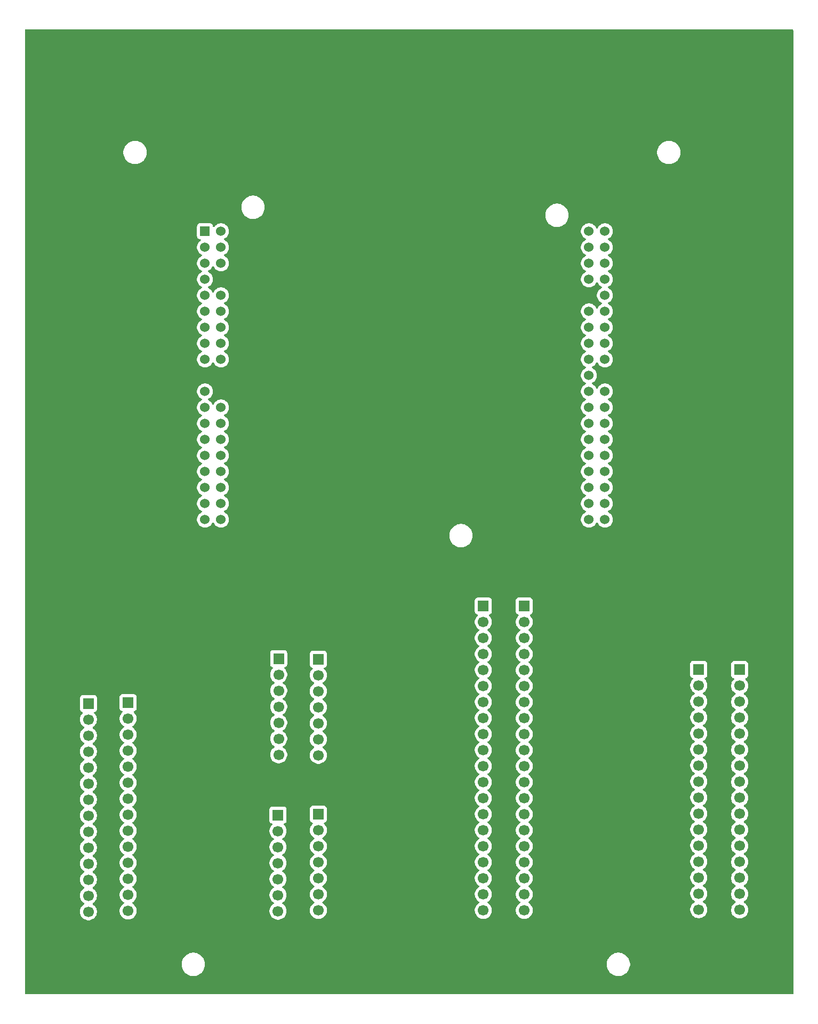
<source format=gbr>
%TF.GenerationSoftware,KiCad,Pcbnew,9.0.6*%
%TF.CreationDate,2025-11-01T18:17:41-06:00*%
%TF.ProjectId,STM32Nucleo_L476RG_Baseboard,53544d33-324e-4756-936c-656f5f4c3437,rev?*%
%TF.SameCoordinates,Original*%
%TF.FileFunction,Copper,L2,Bot*%
%TF.FilePolarity,Positive*%
%FSLAX46Y46*%
G04 Gerber Fmt 4.6, Leading zero omitted, Abs format (unit mm)*
G04 Created by KiCad (PCBNEW 9.0.6) date 2025-11-01 18:17:41*
%MOMM*%
%LPD*%
G01*
G04 APERTURE LIST*
%TA.AperFunction,ComponentPad*%
%ADD10R,1.700000X1.700000*%
%TD*%
%TA.AperFunction,ComponentPad*%
%ADD11C,1.700000*%
%TD*%
%TA.AperFunction,ComponentPad*%
%ADD12R,1.524000X1.524000*%
%TD*%
%TA.AperFunction,ComponentPad*%
%ADD13C,1.524000*%
%TD*%
G04 APERTURE END LIST*
D10*
%TO.P,J8,1,Pin_1*%
%TO.N,/RESET*%
X75100000Y-144940000D03*
D11*
%TO.P,J8,2,Pin_2*%
%TO.N,/IOREF*%
X75100000Y-147480000D03*
%TO.P,J8,3,Pin_3*%
%TO.N,/E5V*%
X75100000Y-150020000D03*
%TO.P,J8,4,Pin_4*%
%TO.N,/PD2*%
X75100000Y-152560000D03*
%TO.P,J8,5,Pin_5*%
%TO.N,/PC11*%
X75100000Y-155100000D03*
%TO.P,J8,6,Pin_6*%
%TO.N,/+5V*%
X75100000Y-157640000D03*
%TO.P,J8,7,Pin_7*%
%TO.N,/+3V3*%
X75100000Y-160180000D03*
%TO.P,J8,8,Pin_8*%
%TO.N,/GND*%
X75100000Y-162720000D03*
%TO.P,J8,9,Pin_9*%
X75100000Y-165260000D03*
%TO.P,J8,10,Pin_10*%
X75100000Y-167800000D03*
%TD*%
D10*
%TO.P,J4,1,Pin_1*%
%TO.N,/RESET*%
X68700000Y-145080000D03*
D11*
%TO.P,J4,2,Pin_2*%
%TO.N,/IOREF*%
X68700000Y-147620000D03*
%TO.P,J4,3,Pin_3*%
%TO.N,/E5V*%
X68700000Y-150160000D03*
%TO.P,J4,4,Pin_4*%
%TO.N,/PD2*%
X68700000Y-152700000D03*
%TO.P,J4,5,Pin_5*%
%TO.N,/PC11*%
X68700000Y-155240000D03*
%TO.P,J4,6,Pin_6*%
%TO.N,/+5V*%
X68700000Y-157780000D03*
%TO.P,J4,7,Pin_7*%
%TO.N,/+3V3*%
X68700000Y-160320000D03*
%TO.P,J4,8,Pin_8*%
%TO.N,/GND*%
X68700000Y-162860000D03*
%TO.P,J4,9,Pin_9*%
X68700000Y-165400000D03*
%TO.P,J4,10,Pin_10*%
X68700000Y-167940000D03*
%TD*%
D10*
%TO.P,J2,1,Pin_1*%
%TO.N,/PC0*%
X75100000Y-120360000D03*
D11*
%TO.P,J2,2,Pin_2*%
%TO.N,/PC1*%
X75100000Y-122900000D03*
%TO.P,J2,3,Pin_3*%
%TO.N,/PB0*%
X75100000Y-125440000D03*
%TO.P,J2,4,Pin_4*%
%TO.N,/PA4*%
X75100000Y-127980000D03*
%TO.P,J2,5,Pin_5*%
%TO.N,/PA1*%
X75100000Y-130520000D03*
%TO.P,J2,6,Pin_6*%
%TO.N,/PA0*%
X75100000Y-133060000D03*
%TO.P,J2,7,Pin_7*%
%TO.N,/VIN*%
X75100000Y-135600000D03*
%TD*%
D10*
%TO.P,J1,1,Pin_1*%
%TO.N,/PC0*%
X68800000Y-120280000D03*
D11*
%TO.P,J1,2,Pin_2*%
%TO.N,/PC1*%
X68800000Y-122820000D03*
%TO.P,J1,3,Pin_3*%
%TO.N,/PB0*%
X68800000Y-125360000D03*
%TO.P,J1,4,Pin_4*%
%TO.N,/PA4*%
X68800000Y-127900000D03*
%TO.P,J1,5,Pin_5*%
%TO.N,/PA1*%
X68800000Y-130440000D03*
%TO.P,J1,6,Pin_6*%
%TO.N,/PA0*%
X68800000Y-132980000D03*
%TO.P,J1,7,Pin_7*%
%TO.N,/VIN*%
X68800000Y-135520000D03*
%TD*%
%TO.P,J6,19,Pin_19*%
%TO.N,/GND*%
X142000000Y-167740000D03*
%TO.P,J6,18,Pin_18*%
X142000000Y-165200000D03*
%TO.P,J6,17,Pin_17*%
X142000000Y-162660000D03*
%TO.P,J6,16,Pin_16*%
%TO.N,/+3V3*%
X142000000Y-160120000D03*
%TO.P,J6,15,Pin_15*%
%TO.N,/+5V*%
X142000000Y-157580000D03*
%TO.P,J6,14,Pin_14*%
%TO.N,/PC4*%
X142000000Y-155040000D03*
%TO.P,J6,13,Pin_13*%
%TO.N,/AGND*%
X142000000Y-152500000D03*
%TO.P,J6,12,Pin_12*%
%TO.N,/PB13*%
X142000000Y-149960000D03*
%TO.P,J6,11,Pin_11*%
%TO.N,/PB14*%
X142000000Y-147420000D03*
%TO.P,J6,10,Pin_10*%
%TO.N,/PB15*%
X142000000Y-144880000D03*
%TO.P,J6,9,Pin_9*%
%TO.N,/PB1*%
X142000000Y-142340000D03*
%TO.P,J6,8,Pin_8*%
%TO.N,/PB2*%
X142000000Y-139800000D03*
%TO.P,J6,7,Pin_7*%
%TO.N,/PB11*%
X142000000Y-137260000D03*
%TO.P,J6,6,Pin_6*%
%TO.N,/PB12*%
X142000000Y-134720000D03*
%TO.P,J6,5,Pin_5*%
%TO.N,/PA11*%
X142000000Y-132180000D03*
%TO.P,J6,4,Pin_4*%
%TO.N,/PA12*%
X142000000Y-129640000D03*
%TO.P,J6,3,Pin_3*%
%TO.N,/PC5*%
X142000000Y-127100000D03*
%TO.P,J6,2,Pin_2*%
%TO.N,/PC6*%
X142000000Y-124560000D03*
D10*
%TO.P,J6,1,Pin_1*%
%TO.N,/PC8*%
X142000000Y-122020000D03*
%TD*%
D11*
%TO.P,J10,19,Pin_19*%
%TO.N,/GND*%
X135500000Y-167700000D03*
%TO.P,J10,18,Pin_18*%
X135500000Y-165160000D03*
%TO.P,J10,17,Pin_17*%
X135500000Y-162620000D03*
%TO.P,J10,16,Pin_16*%
%TO.N,/+3V3*%
X135500000Y-160080000D03*
%TO.P,J10,15,Pin_15*%
%TO.N,/+5V*%
X135500000Y-157540000D03*
%TO.P,J10,14,Pin_14*%
%TO.N,/PC4*%
X135500000Y-155000000D03*
%TO.P,J10,13,Pin_13*%
%TO.N,/AGND*%
X135500000Y-152460000D03*
%TO.P,J10,12,Pin_12*%
%TO.N,/PB13*%
X135500000Y-149920000D03*
%TO.P,J10,11,Pin_11*%
%TO.N,/PB14*%
X135500000Y-147380000D03*
%TO.P,J10,10,Pin_10*%
%TO.N,/PB15*%
X135500000Y-144840000D03*
%TO.P,J10,9,Pin_9*%
%TO.N,/PB1*%
X135500000Y-142300000D03*
%TO.P,J10,8,Pin_8*%
%TO.N,/PB2*%
X135500000Y-139760000D03*
%TO.P,J10,7,Pin_7*%
%TO.N,/PB11*%
X135500000Y-137220000D03*
%TO.P,J10,6,Pin_6*%
%TO.N,/PB12*%
X135500000Y-134680000D03*
%TO.P,J10,5,Pin_5*%
%TO.N,/PA11*%
X135500000Y-132140000D03*
%TO.P,J10,4,Pin_4*%
%TO.N,/PA12*%
X135500000Y-129600000D03*
%TO.P,J10,3,Pin_3*%
%TO.N,/PC5*%
X135500000Y-127060000D03*
%TO.P,J10,2,Pin_2*%
%TO.N,/PC6*%
X135500000Y-124520000D03*
D10*
%TO.P,J10,1,Pin_1*%
%TO.N,/PC8*%
X135500000Y-121980000D03*
%TD*%
D11*
%TO.P,J7,17,Pin_17*%
%TO.N,/GND*%
X44900000Y-167900000D03*
%TO.P,J7,16,Pin_16*%
X44900000Y-165360000D03*
%TO.P,J7,15,Pin_15*%
X44900000Y-162820000D03*
%TO.P,J7,14,Pin_14*%
%TO.N,/+3V3*%
X44900000Y-160280000D03*
%TO.P,J7,13,Pin_13*%
%TO.N,/+5V*%
X44900000Y-157740000D03*
%TO.P,J7,12,Pin_12*%
%TO.N,/PC3*%
X44900000Y-155200000D03*
%TO.P,J7,11,Pin_11*%
%TO.N,/PC2*%
X44900000Y-152660000D03*
%TO.P,J7,10,Pin_10*%
%TO.N,/PH1*%
X44900000Y-150120000D03*
%TO.P,J7,9,Pin_9*%
%TO.N,/PH0*%
X44900000Y-147580000D03*
%TO.P,J7,8,Pin_8*%
%TO.N,/PC15*%
X44900000Y-145040000D03*
%TO.P,J7,7,Pin_7*%
%TO.N,/PC14*%
X44900000Y-142500000D03*
%TO.P,J7,6,Pin_6*%
%TO.N,/PC13*%
X44900000Y-139960000D03*
%TO.P,J7,5,Pin_5*%
%TO.N,/PB7*%
X44900000Y-137420000D03*
%TO.P,J7,4,Pin_4*%
%TO.N,/PA15*%
X44900000Y-134880000D03*
%TO.P,J7,3,Pin_3*%
%TO.N,/VDD*%
X44900000Y-132340000D03*
%TO.P,J7,2,Pin_2*%
%TO.N,/PC12*%
X44900000Y-129800000D03*
D10*
%TO.P,J7,1,Pin_1*%
%TO.N,/PC10*%
X44900000Y-127260000D03*
%TD*%
%TO.P,J3,1,Pin_1*%
%TO.N,/PC10*%
X38600000Y-127390000D03*
D11*
%TO.P,J3,2,Pin_2*%
%TO.N,/PC12*%
X38600000Y-129930000D03*
%TO.P,J3,3,Pin_3*%
%TO.N,/VDD*%
X38600000Y-132470000D03*
%TO.P,J3,4,Pin_4*%
%TO.N,/PA15*%
X38600000Y-135010000D03*
%TO.P,J3,5,Pin_5*%
%TO.N,/PB7*%
X38600000Y-137550000D03*
%TO.P,J3,6,Pin_6*%
%TO.N,/PC13*%
X38600000Y-140090000D03*
%TO.P,J3,7,Pin_7*%
%TO.N,/PC14*%
X38600000Y-142630000D03*
%TO.P,J3,8,Pin_8*%
%TO.N,/PC15*%
X38600000Y-145170000D03*
%TO.P,J3,9,Pin_9*%
%TO.N,/PH0*%
X38600000Y-147710000D03*
%TO.P,J3,10,Pin_10*%
%TO.N,/PH1*%
X38600000Y-150250000D03*
%TO.P,J3,11,Pin_11*%
%TO.N,/PC2*%
X38600000Y-152790000D03*
%TO.P,J3,12,Pin_12*%
%TO.N,/PC3*%
X38600000Y-155330000D03*
%TO.P,J3,13,Pin_13*%
%TO.N,/+5V*%
X38600000Y-157870000D03*
%TO.P,J3,14,Pin_14*%
%TO.N,/+3V3*%
X38600000Y-160410000D03*
%TO.P,J3,15,Pin_15*%
%TO.N,/GND*%
X38600000Y-162950000D03*
%TO.P,J3,16,Pin_16*%
X38600000Y-165490000D03*
%TO.P,J3,17,Pin_17*%
X38600000Y-168030000D03*
%TD*%
D12*
%TO.P,U1,CN7_1,PC10*%
%TO.N,/PC10*%
X57100000Y-52500000D03*
D13*
%TO.P,U1,CN10_1,PC9*%
%TO.N,/PC9*%
X118060000Y-52500000D03*
%TO.P,U1,CN10_2,PC8*%
%TO.N,/PC8*%
X120600000Y-52500000D03*
%TO.P,U1,CN10_3,PB8*%
%TO.N,/PB8*%
X118060000Y-55040000D03*
%TO.P,U1,CN10_4,PC6*%
%TO.N,/PC6*%
X120600000Y-55040000D03*
%TO.P,U1,CN10_5,PB9*%
%TO.N,/PB9*%
X118060000Y-57580000D03*
%TO.P,U1,CN10_6,PC5*%
%TO.N,/PC5*%
X120600000Y-57580000D03*
%TO.P,U1,CN10_7,AVDD*%
%TO.N,/AVDD*%
X118060000Y-60120000D03*
%TO.P,U1,CN10_8,U5V*%
%TO.N,unconnected-(U1B-U5V-PadCN10_8)*%
X120600000Y-60120000D03*
%TO.P,U1,CN10_9,GND_CN10_9*%
%TO.N,/GND*%
X118060000Y-62660000D03*
%TO.P,U1,CN10_10,NC_CN10_10*%
%TO.N,unconnected-(U1B-NC_CN10_10-PadCN10_10)*%
X120600000Y-62660000D03*
%TO.P,U1,CN10_11,PA5*%
%TO.N,/PA5*%
X118060000Y-65200000D03*
%TO.P,U1,CN10_12,PA12*%
%TO.N,/PA12*%
X120600000Y-65200000D03*
%TO.P,U1,CN10_13,PA6*%
%TO.N,/PA6*%
X118060000Y-67740000D03*
%TO.P,U1,CN10_14,PA11*%
%TO.N,/PA11*%
X120600000Y-67740000D03*
%TO.P,U1,CN10_15,PA7*%
%TO.N,/PA7*%
X118060000Y-70280000D03*
%TO.P,U1,CN10_16,PB12*%
%TO.N,/PB12*%
X120600000Y-70280000D03*
%TO.P,U1,CN10_17,PB6*%
%TO.N,/PB6*%
X118060000Y-72820000D03*
%TO.P,U1,CN10_18,PB11*%
%TO.N,/PB11*%
X120600000Y-72820000D03*
%TO.P,U1,CN10_19,PC7*%
%TO.N,/PC7*%
X118060000Y-75360000D03*
%TO.P,U1,CN10_20,GND_CN10_20*%
%TO.N,/GND*%
X120600000Y-75360000D03*
%TO.P,U1,CN10_21,PA9*%
%TO.N,/PA9*%
X118060000Y-77900000D03*
%TO.P,U1,CN10_22,PB2*%
%TO.N,/PB2*%
X120600000Y-77900000D03*
%TO.P,U1,CN10_23,PA8*%
%TO.N,/PA8*%
X118060000Y-80440000D03*
%TO.P,U1,CN10_24,PB1*%
%TO.N,/PB1*%
X120600000Y-80440000D03*
%TO.P,U1,CN10_25,PB10*%
%TO.N,/PB10*%
X118060000Y-82980000D03*
%TO.P,U1,CN10_26,PB15*%
%TO.N,/PB15*%
X120600000Y-82980000D03*
%TO.P,U1,CN10_27,PB4*%
%TO.N,/PB4*%
X118060000Y-85520000D03*
%TO.P,U1,CN10_28,PB14*%
%TO.N,/PB14*%
X120600000Y-85520000D03*
%TO.P,U1,CN10_29,PB5*%
%TO.N,/PB5*%
X118060000Y-88060000D03*
%TO.P,U1,CN10_30,PB13*%
%TO.N,/PB13*%
X120600000Y-88060000D03*
%TO.P,U1,CN10_31,PB3*%
%TO.N,/PB3*%
X118060000Y-90600000D03*
%TO.P,U1,CN10_32,AGND*%
%TO.N,/AGND*%
X120600000Y-90600000D03*
%TO.P,U1,CN10_33,PA10*%
%TO.N,/PA10*%
X118060000Y-93140000D03*
%TO.P,U1,CN10_34,PC4*%
%TO.N,/PC4*%
X120600000Y-93140000D03*
%TO.P,U1,CN10_35,PA2*%
%TO.N,/PA2*%
X118060000Y-95680000D03*
%TO.P,U1,CN10_36,NC_CN10_36*%
%TO.N,unconnected-(U1B-NC_CN10_36-PadCN10_36)*%
X120600000Y-95680000D03*
%TO.P,U1,CN10_37,PA3*%
%TO.N,/PA3*%
X118060000Y-98220000D03*
%TO.P,U1,CN10_38,NC_CN10_38*%
%TO.N,unconnected-(U1B-NC_CN10_38-PadCN10_38)*%
X120600000Y-98220000D03*
%TO.P,U1,CN7_2,PC11*%
%TO.N,/PC11*%
X59640000Y-52500000D03*
%TO.P,U1,CN7_3,PC12*%
%TO.N,/PC12*%
X57100000Y-55040000D03*
%TO.P,U1,CN7_4,PD2*%
%TO.N,/PD2*%
X59640000Y-55040000D03*
%TO.P,U1,CN7_5,VDD*%
%TO.N,/VDD*%
X57100000Y-57580000D03*
%TO.P,U1,CN7_6,E5V*%
%TO.N,/E5V*%
X59640000Y-57580000D03*
%TO.P,U1,CN7_7,BOOT0*%
%TO.N,unconnected-(U1A-BOOT0-PadCN7_7)*%
X57100000Y-60120000D03*
%TO.P,U1,CN7_8,GND_CN7_8*%
%TO.N,/GND*%
X59640000Y-60120000D03*
%TO.P,U1,CN7_9,NC_CN7_9*%
%TO.N,unconnected-(U1A-NC_CN7_9-PadCN7_9)*%
X57100000Y-62660000D03*
%TO.P,U1,CN7_10,NC_CN7_10*%
%TO.N,unconnected-(U1A-NC_CN7_10-PadCN7_10)*%
X59640000Y-62660000D03*
%TO.P,U1,CN7_11,NC_CN7_11*%
%TO.N,unconnected-(U1A-NC_CN7_11-PadCN7_11)*%
X57100000Y-65200000D03*
%TO.P,U1,CN7_12,IOREF*%
%TO.N,/IOREF*%
X59640000Y-65200000D03*
%TO.P,U1,CN7_13,PA13*%
%TO.N,unconnected-(U1A-PA13-PadCN7_13)*%
X57100000Y-67740000D03*
%TO.P,U1,CN7_14,RESET*%
%TO.N,/RESET*%
X59640000Y-67740000D03*
%TO.P,U1,CN7_15,PA14*%
%TO.N,unconnected-(U1A-PA14-PadCN7_15)*%
X57100000Y-70280000D03*
%TO.P,U1,CN7_16,+3V3*%
%TO.N,/+3V3*%
X59640000Y-70280000D03*
%TO.P,U1,CN7_17,PA15*%
%TO.N,/PA15*%
X57100000Y-72820000D03*
%TO.P,U1,CN7_18,+5V*%
%TO.N,/+5V*%
X59640000Y-72820000D03*
%TO.P,U1,CN7_19,GND_CN7_19*%
%TO.N,/GND*%
X57100000Y-75360000D03*
%TO.P,U1,CN7_20,GND_CN7_20*%
X59640000Y-75360000D03*
%TO.P,U1,CN7_21,PB7*%
%TO.N,/PB7*%
X57100000Y-77900000D03*
%TO.P,U1,CN7_22,GND_CN7_22*%
%TO.N,/GND*%
X59640000Y-77900000D03*
%TO.P,U1,CN7_23,PC13*%
%TO.N,/PC13*%
X57100000Y-80440000D03*
%TO.P,U1,CN7_24,VIN*%
%TO.N,/VIN*%
X59640000Y-80440000D03*
%TO.P,U1,CN7_25,PC14*%
%TO.N,/PC14*%
X57100000Y-82980000D03*
%TO.P,U1,CN7_26,NC_CN7_26*%
%TO.N,unconnected-(U1A-NC_CN7_26-PadCN7_26)*%
X59640000Y-82980000D03*
%TO.P,U1,CN7_27,PC15*%
%TO.N,/PC15*%
X57100000Y-85520000D03*
%TO.P,U1,CN7_28,PA0*%
%TO.N,/PA0*%
X59640000Y-85520000D03*
%TO.P,U1,CN7_29,PH0*%
%TO.N,/PH0*%
X57100000Y-88060000D03*
%TO.P,U1,CN7_30,PA1*%
%TO.N,/PA1*%
X59640000Y-88060000D03*
%TO.P,U1,CN7_31,PH1*%
%TO.N,/PH1*%
X57100000Y-90600000D03*
%TO.P,U1,CN7_32,PA4*%
%TO.N,/PA4*%
X59640000Y-90600000D03*
%TO.P,U1,CN7_33,VBAT*%
%TO.N,unconnected-(U1A-VBAT-PadCN7_33)*%
X57100000Y-93140000D03*
%TO.P,U1,CN7_34,PB0*%
%TO.N,/PB0*%
X59640000Y-93140000D03*
%TO.P,U1,CN7_35,PC2*%
%TO.N,/PC2*%
X57100000Y-95680000D03*
%TO.P,U1,CN7_36,PC1*%
%TO.N,/PC1*%
X59640000Y-95680000D03*
%TO.P,U1,CN7_37,PC3*%
%TO.N,/PC3*%
X57100000Y-98220000D03*
%TO.P,U1,CN7_38,PC0*%
%TO.N,/PC0*%
X59640000Y-98220000D03*
%TD*%
D10*
%TO.P,J9,1,Pin_1*%
%TO.N,/PA3*%
X107800000Y-111920000D03*
D11*
%TO.P,J9,2,Pin_2*%
%TO.N,/PA2*%
X107800000Y-114460000D03*
%TO.P,J9,3,Pin_3*%
%TO.N,/PA10*%
X107800000Y-117000000D03*
%TO.P,J9,4,Pin_4*%
%TO.N,/PB3*%
X107800000Y-119540000D03*
%TO.P,J9,5,Pin_5*%
%TO.N,/PB5*%
X107800000Y-122080000D03*
%TO.P,J9,6,Pin_6*%
%TO.N,/PB4*%
X107800000Y-124620000D03*
%TO.P,J9,7,Pin_7*%
%TO.N,/PB10*%
X107800000Y-127160000D03*
%TO.P,J9,8,Pin_8*%
%TO.N,/PA8*%
X107800000Y-129700000D03*
%TO.P,J9,9,Pin_9*%
%TO.N,/PA9*%
X107800000Y-132240000D03*
%TO.P,J9,10,Pin_10*%
%TO.N,/PC7*%
X107800000Y-134780000D03*
%TO.P,J9,11,Pin_11*%
%TO.N,/PB6*%
X107800000Y-137320000D03*
%TO.P,J9,12,Pin_12*%
%TO.N,/PA7*%
X107800000Y-139860000D03*
%TO.P,J9,13,Pin_13*%
%TO.N,/PA6*%
X107800000Y-142400000D03*
%TO.P,J9,14,Pin_14*%
%TO.N,/PA5*%
X107800000Y-144940000D03*
%TO.P,J9,15,Pin_15*%
%TO.N,/AVDD*%
X107800000Y-147480000D03*
%TO.P,J9,16,Pin_16*%
%TO.N,/PB9*%
X107800000Y-150020000D03*
%TO.P,J9,17,Pin_17*%
%TO.N,/PB8*%
X107800000Y-152560000D03*
%TO.P,J9,18,Pin_18*%
%TO.N,/PC9*%
X107800000Y-155100000D03*
%TO.P,J9,19,Pin_19*%
%TO.N,/+5V*%
X107800000Y-157640000D03*
%TO.P,J9,20,Pin_20*%
%TO.N,/+3V3*%
X107800000Y-160180000D03*
%TO.P,J9,21,Pin_21*%
%TO.N,/GND*%
X107800000Y-162720000D03*
%TO.P,J9,22,Pin_22*%
X107800000Y-165260000D03*
%TO.P,J9,23,Pin_23*%
X107800000Y-167800000D03*
%TD*%
D10*
%TO.P,J5,1,Pin_1*%
%TO.N,/PA3*%
X101300000Y-111920000D03*
D11*
%TO.P,J5,2,Pin_2*%
%TO.N,/PA2*%
X101300000Y-114460000D03*
%TO.P,J5,3,Pin_3*%
%TO.N,/PA10*%
X101300000Y-117000000D03*
%TO.P,J5,4,Pin_4*%
%TO.N,/PB3*%
X101300000Y-119540000D03*
%TO.P,J5,5,Pin_5*%
%TO.N,/PB5*%
X101300000Y-122080000D03*
%TO.P,J5,6,Pin_6*%
%TO.N,/PB4*%
X101300000Y-124620000D03*
%TO.P,J5,7,Pin_7*%
%TO.N,/PB10*%
X101300000Y-127160000D03*
%TO.P,J5,8,Pin_8*%
%TO.N,/PA8*%
X101300000Y-129700000D03*
%TO.P,J5,9,Pin_9*%
%TO.N,/PA9*%
X101300000Y-132240000D03*
%TO.P,J5,10,Pin_10*%
%TO.N,/PC7*%
X101300000Y-134780000D03*
%TO.P,J5,11,Pin_11*%
%TO.N,/PB6*%
X101300000Y-137320000D03*
%TO.P,J5,12,Pin_12*%
%TO.N,/PA7*%
X101300000Y-139860000D03*
%TO.P,J5,13,Pin_13*%
%TO.N,/PA6*%
X101300000Y-142400000D03*
%TO.P,J5,14,Pin_14*%
%TO.N,/PA5*%
X101300000Y-144940000D03*
%TO.P,J5,15,Pin_15*%
%TO.N,/AVDD*%
X101300000Y-147480000D03*
%TO.P,J5,16,Pin_16*%
%TO.N,/PB9*%
X101300000Y-150020000D03*
%TO.P,J5,17,Pin_17*%
%TO.N,/PB8*%
X101300000Y-152560000D03*
%TO.P,J5,18,Pin_18*%
%TO.N,/PC9*%
X101300000Y-155100000D03*
%TO.P,J5,19,Pin_19*%
%TO.N,/+5V*%
X101300000Y-157640000D03*
%TO.P,J5,20,Pin_20*%
%TO.N,/+3V3*%
X101300000Y-160180000D03*
%TO.P,J5,21,Pin_21*%
%TO.N,/GND*%
X101300000Y-162720000D03*
%TO.P,J5,22,Pin_22*%
X101300000Y-165260000D03*
%TO.P,J5,23,Pin_23*%
X101300000Y-167800000D03*
%TD*%
%TA.AperFunction,Conductor*%
%TO.N,/GND*%
G36*
X150442539Y-20520185D02*
G01*
X150488294Y-20572989D01*
X150499500Y-20624500D01*
X150499500Y-173375500D01*
X150479815Y-173442539D01*
X150427011Y-173488294D01*
X150375500Y-173499500D01*
X28624500Y-173499500D01*
X28557461Y-173479815D01*
X28511706Y-173427011D01*
X28500500Y-173375500D01*
X28500500Y-168628711D01*
X53399500Y-168628711D01*
X53399500Y-168871288D01*
X53431161Y-169111785D01*
X53493947Y-169346104D01*
X53586773Y-169570205D01*
X53586776Y-169570212D01*
X53708064Y-169780289D01*
X53708066Y-169780292D01*
X53708067Y-169780293D01*
X53855733Y-169972736D01*
X53855739Y-169972743D01*
X54027256Y-170144260D01*
X54027262Y-170144265D01*
X54219711Y-170291936D01*
X54429788Y-170413224D01*
X54653900Y-170506054D01*
X54888211Y-170568838D01*
X55068586Y-170592584D01*
X55128711Y-170600500D01*
X55128712Y-170600500D01*
X55371289Y-170600500D01*
X55419388Y-170594167D01*
X55611789Y-170568838D01*
X55846100Y-170506054D01*
X56070212Y-170413224D01*
X56280289Y-170291936D01*
X56472738Y-170144265D01*
X56644265Y-169972738D01*
X56791936Y-169780289D01*
X56913224Y-169570212D01*
X57006054Y-169346100D01*
X57068838Y-169111789D01*
X57100500Y-168871288D01*
X57100500Y-168628712D01*
X57100500Y-168628711D01*
X120899500Y-168628711D01*
X120899500Y-168871288D01*
X120931161Y-169111785D01*
X120993947Y-169346104D01*
X121086773Y-169570205D01*
X121086776Y-169570212D01*
X121208064Y-169780289D01*
X121208066Y-169780292D01*
X121208067Y-169780293D01*
X121355733Y-169972736D01*
X121355739Y-169972743D01*
X121527256Y-170144260D01*
X121527262Y-170144265D01*
X121719711Y-170291936D01*
X121929788Y-170413224D01*
X122153900Y-170506054D01*
X122388211Y-170568838D01*
X122568586Y-170592584D01*
X122628711Y-170600500D01*
X122628712Y-170600500D01*
X122871289Y-170600500D01*
X122919388Y-170594167D01*
X123111789Y-170568838D01*
X123346100Y-170506054D01*
X123570212Y-170413224D01*
X123780289Y-170291936D01*
X123972738Y-170144265D01*
X124144265Y-169972738D01*
X124291936Y-169780289D01*
X124413224Y-169570212D01*
X124506054Y-169346100D01*
X124568838Y-169111789D01*
X124600500Y-168871288D01*
X124600500Y-168628712D01*
X124568838Y-168388211D01*
X124506054Y-168153900D01*
X124413224Y-167929788D01*
X124291936Y-167719711D01*
X124144265Y-167527262D01*
X124144260Y-167527256D01*
X123972743Y-167355739D01*
X123972736Y-167355733D01*
X123780293Y-167208067D01*
X123780292Y-167208066D01*
X123780289Y-167208064D01*
X123570212Y-167086776D01*
X123570205Y-167086773D01*
X123346104Y-166993947D01*
X123111785Y-166931161D01*
X122871289Y-166899500D01*
X122871288Y-166899500D01*
X122628712Y-166899500D01*
X122628711Y-166899500D01*
X122388214Y-166931161D01*
X122153895Y-166993947D01*
X121929794Y-167086773D01*
X121929785Y-167086777D01*
X121719706Y-167208067D01*
X121527263Y-167355733D01*
X121527256Y-167355739D01*
X121355739Y-167527256D01*
X121355733Y-167527263D01*
X121208067Y-167719706D01*
X121086777Y-167929785D01*
X121086773Y-167929794D01*
X120993947Y-168153895D01*
X120931161Y-168388214D01*
X120899500Y-168628711D01*
X57100500Y-168628711D01*
X57068838Y-168388211D01*
X57006054Y-168153900D01*
X56913224Y-167929788D01*
X56791936Y-167719711D01*
X56644265Y-167527262D01*
X56644260Y-167527256D01*
X56472743Y-167355739D01*
X56472736Y-167355733D01*
X56280293Y-167208067D01*
X56280292Y-167208066D01*
X56280289Y-167208064D01*
X56070212Y-167086776D01*
X56070205Y-167086773D01*
X55846104Y-166993947D01*
X55611785Y-166931161D01*
X55371289Y-166899500D01*
X55371288Y-166899500D01*
X55128712Y-166899500D01*
X55128711Y-166899500D01*
X54888214Y-166931161D01*
X54653895Y-166993947D01*
X54429794Y-167086773D01*
X54429785Y-167086777D01*
X54219706Y-167208067D01*
X54027263Y-167355733D01*
X54027256Y-167355739D01*
X53855739Y-167527256D01*
X53855733Y-167527263D01*
X53708067Y-167719706D01*
X53586777Y-167929785D01*
X53586773Y-167929794D01*
X53493947Y-168153895D01*
X53431161Y-168388214D01*
X53399500Y-168628711D01*
X28500500Y-168628711D01*
X28500500Y-126492135D01*
X37249500Y-126492135D01*
X37249500Y-128287870D01*
X37249501Y-128287876D01*
X37255908Y-128347483D01*
X37306202Y-128482328D01*
X37306206Y-128482335D01*
X37392452Y-128597544D01*
X37392455Y-128597547D01*
X37507664Y-128683793D01*
X37507671Y-128683797D01*
X37639082Y-128732810D01*
X37695016Y-128774681D01*
X37719433Y-128840145D01*
X37704582Y-128908418D01*
X37683431Y-128936673D01*
X37569889Y-129050215D01*
X37444951Y-129222179D01*
X37348444Y-129411585D01*
X37282753Y-129613760D01*
X37263997Y-129732184D01*
X37249500Y-129823713D01*
X37249500Y-130036287D01*
X37282754Y-130246243D01*
X37335252Y-130407816D01*
X37348444Y-130448414D01*
X37444951Y-130637820D01*
X37569890Y-130809786D01*
X37720213Y-130960109D01*
X37892182Y-131085050D01*
X37900946Y-131089516D01*
X37951742Y-131137491D01*
X37968536Y-131205312D01*
X37945998Y-131271447D01*
X37900946Y-131310484D01*
X37892182Y-131314949D01*
X37720213Y-131439890D01*
X37569890Y-131590213D01*
X37444951Y-131762179D01*
X37348444Y-131951585D01*
X37282753Y-132153760D01*
X37263997Y-132272184D01*
X37249500Y-132363713D01*
X37249500Y-132576287D01*
X37282754Y-132786243D01*
X37335252Y-132947816D01*
X37348444Y-132988414D01*
X37444951Y-133177820D01*
X37569890Y-133349786D01*
X37720213Y-133500109D01*
X37892182Y-133625050D01*
X37900946Y-133629516D01*
X37951742Y-133677491D01*
X37968536Y-133745312D01*
X37945998Y-133811447D01*
X37900946Y-133850484D01*
X37892182Y-133854949D01*
X37720213Y-133979890D01*
X37569890Y-134130213D01*
X37444951Y-134302179D01*
X37348444Y-134491585D01*
X37282753Y-134693760D01*
X37263997Y-134812184D01*
X37249500Y-134903713D01*
X37249500Y-135116287D01*
X37282754Y-135326243D01*
X37335252Y-135487816D01*
X37348444Y-135528414D01*
X37444951Y-135717820D01*
X37569890Y-135889786D01*
X37720213Y-136040109D01*
X37892182Y-136165050D01*
X37900946Y-136169516D01*
X37951742Y-136217491D01*
X37968536Y-136285312D01*
X37945998Y-136351447D01*
X37900946Y-136390484D01*
X37892182Y-136394949D01*
X37720213Y-136519890D01*
X37569890Y-136670213D01*
X37444951Y-136842179D01*
X37348444Y-137031585D01*
X37282753Y-137233760D01*
X37261763Y-137366286D01*
X37249500Y-137443713D01*
X37249500Y-137656287D01*
X37282754Y-137866243D01*
X37335252Y-138027816D01*
X37348444Y-138068414D01*
X37444951Y-138257820D01*
X37569890Y-138429786D01*
X37720213Y-138580109D01*
X37892182Y-138705050D01*
X37900946Y-138709516D01*
X37951742Y-138757491D01*
X37968536Y-138825312D01*
X37945998Y-138891447D01*
X37900946Y-138930484D01*
X37892182Y-138934949D01*
X37720213Y-139059890D01*
X37569890Y-139210213D01*
X37444951Y-139382179D01*
X37348444Y-139571585D01*
X37282753Y-139773760D01*
X37261763Y-139906286D01*
X37249500Y-139983713D01*
X37249500Y-140196287D01*
X37282754Y-140406243D01*
X37335252Y-140567816D01*
X37348444Y-140608414D01*
X37444951Y-140797820D01*
X37569890Y-140969786D01*
X37720213Y-141120109D01*
X37892182Y-141245050D01*
X37900946Y-141249516D01*
X37951742Y-141297491D01*
X37968536Y-141365312D01*
X37945998Y-141431447D01*
X37900946Y-141470484D01*
X37892182Y-141474949D01*
X37720213Y-141599890D01*
X37569890Y-141750213D01*
X37444951Y-141922179D01*
X37348444Y-142111585D01*
X37282753Y-142313760D01*
X37261763Y-142446286D01*
X37249500Y-142523713D01*
X37249500Y-142736287D01*
X37282754Y-142946243D01*
X37335252Y-143107816D01*
X37348444Y-143148414D01*
X37444951Y-143337820D01*
X37569890Y-143509786D01*
X37720213Y-143660109D01*
X37892182Y-143785050D01*
X37900946Y-143789516D01*
X37951742Y-143837491D01*
X37968536Y-143905312D01*
X37945998Y-143971447D01*
X37900946Y-144010484D01*
X37892182Y-144014949D01*
X37720213Y-144139890D01*
X37569890Y-144290213D01*
X37444951Y-144462179D01*
X37348444Y-144651585D01*
X37282753Y-144853760D01*
X37261763Y-144986286D01*
X37249500Y-145063713D01*
X37249500Y-145276287D01*
X37282754Y-145486243D01*
X37335252Y-145647816D01*
X37348444Y-145688414D01*
X37444951Y-145877820D01*
X37569890Y-146049786D01*
X37720213Y-146200109D01*
X37892182Y-146325050D01*
X37900946Y-146329516D01*
X37951742Y-146377491D01*
X37968536Y-146445312D01*
X37945998Y-146511447D01*
X37900946Y-146550484D01*
X37892182Y-146554949D01*
X37720213Y-146679890D01*
X37569890Y-146830213D01*
X37444951Y-147002179D01*
X37348444Y-147191585D01*
X37282753Y-147393760D01*
X37261763Y-147526286D01*
X37249500Y-147603713D01*
X37249500Y-147816287D01*
X37282754Y-148026243D01*
X37335252Y-148187816D01*
X37348444Y-148228414D01*
X37444951Y-148417820D01*
X37569890Y-148589786D01*
X37720213Y-148740109D01*
X37892182Y-148865050D01*
X37900946Y-148869516D01*
X37951742Y-148917491D01*
X37968536Y-148985312D01*
X37945998Y-149051447D01*
X37900946Y-149090484D01*
X37892182Y-149094949D01*
X37720213Y-149219890D01*
X37569890Y-149370213D01*
X37444951Y-149542179D01*
X37348444Y-149731585D01*
X37282753Y-149933760D01*
X37261763Y-150066286D01*
X37249500Y-150143713D01*
X37249500Y-150356287D01*
X37282754Y-150566243D01*
X37335252Y-150727816D01*
X37348444Y-150768414D01*
X37444951Y-150957820D01*
X37569890Y-151129786D01*
X37720213Y-151280109D01*
X37892182Y-151405050D01*
X37900946Y-151409516D01*
X37951742Y-151457491D01*
X37968536Y-151525312D01*
X37945998Y-151591447D01*
X37900946Y-151630484D01*
X37892182Y-151634949D01*
X37720213Y-151759890D01*
X37569890Y-151910213D01*
X37444951Y-152082179D01*
X37348444Y-152271585D01*
X37282753Y-152473760D01*
X37261763Y-152606286D01*
X37249500Y-152683713D01*
X37249500Y-152896287D01*
X37282754Y-153106243D01*
X37335252Y-153267816D01*
X37348444Y-153308414D01*
X37444951Y-153497820D01*
X37569890Y-153669786D01*
X37720213Y-153820109D01*
X37892182Y-153945050D01*
X37900946Y-153949516D01*
X37951742Y-153997491D01*
X37968536Y-154065312D01*
X37945998Y-154131447D01*
X37900946Y-154170484D01*
X37892182Y-154174949D01*
X37720213Y-154299890D01*
X37569890Y-154450213D01*
X37444951Y-154622179D01*
X37348444Y-154811585D01*
X37282753Y-155013760D01*
X37261763Y-155146286D01*
X37249500Y-155223713D01*
X37249500Y-155436287D01*
X37282754Y-155646243D01*
X37335252Y-155807816D01*
X37348444Y-155848414D01*
X37444951Y-156037820D01*
X37569890Y-156209786D01*
X37720213Y-156360109D01*
X37892182Y-156485050D01*
X37900946Y-156489516D01*
X37951742Y-156537491D01*
X37968536Y-156605312D01*
X37945998Y-156671447D01*
X37900946Y-156710484D01*
X37892182Y-156714949D01*
X37720213Y-156839890D01*
X37569890Y-156990213D01*
X37444951Y-157162179D01*
X37348444Y-157351585D01*
X37282753Y-157553760D01*
X37261763Y-157686286D01*
X37249500Y-157763713D01*
X37249500Y-157976287D01*
X37282754Y-158186243D01*
X37335252Y-158347816D01*
X37348444Y-158388414D01*
X37444951Y-158577820D01*
X37569890Y-158749786D01*
X37720213Y-158900109D01*
X37892182Y-159025050D01*
X37900946Y-159029516D01*
X37951742Y-159077491D01*
X37968536Y-159145312D01*
X37945998Y-159211447D01*
X37900946Y-159250484D01*
X37892182Y-159254949D01*
X37720213Y-159379890D01*
X37569890Y-159530213D01*
X37444951Y-159702179D01*
X37348444Y-159891585D01*
X37282753Y-160093760D01*
X37261763Y-160226286D01*
X37249500Y-160303713D01*
X37249500Y-160516287D01*
X37282754Y-160726243D01*
X37335252Y-160887816D01*
X37348444Y-160928414D01*
X37444951Y-161117820D01*
X37569890Y-161289786D01*
X37720213Y-161440109D01*
X37892179Y-161565048D01*
X37892181Y-161565049D01*
X37892184Y-161565051D01*
X38081588Y-161661557D01*
X38283757Y-161727246D01*
X38493713Y-161760500D01*
X38493714Y-161760500D01*
X38706286Y-161760500D01*
X38706287Y-161760500D01*
X38916243Y-161727246D01*
X39118412Y-161661557D01*
X39307816Y-161565051D01*
X39355372Y-161530500D01*
X39479786Y-161440109D01*
X39479788Y-161440106D01*
X39479792Y-161440104D01*
X39630104Y-161289792D01*
X39630106Y-161289788D01*
X39630109Y-161289786D01*
X39755048Y-161117820D01*
X39755047Y-161117820D01*
X39755051Y-161117816D01*
X39851557Y-160928412D01*
X39917246Y-160726243D01*
X39950500Y-160516287D01*
X39950500Y-160303713D01*
X39917246Y-160093757D01*
X39851557Y-159891588D01*
X39755051Y-159702184D01*
X39755049Y-159702181D01*
X39755048Y-159702179D01*
X39630109Y-159530213D01*
X39479786Y-159379890D01*
X39307820Y-159254951D01*
X39307115Y-159254591D01*
X39299054Y-159250485D01*
X39248259Y-159202512D01*
X39231463Y-159134692D01*
X39253999Y-159068556D01*
X39299054Y-159029515D01*
X39307816Y-159025051D01*
X39367832Y-158981447D01*
X39479786Y-158900109D01*
X39479788Y-158900106D01*
X39479792Y-158900104D01*
X39630104Y-158749792D01*
X39630106Y-158749788D01*
X39630109Y-158749786D01*
X39755048Y-158577820D01*
X39755047Y-158577820D01*
X39755051Y-158577816D01*
X39851557Y-158388412D01*
X39917246Y-158186243D01*
X39950500Y-157976287D01*
X39950500Y-157763713D01*
X39917246Y-157553757D01*
X39851557Y-157351588D01*
X39755051Y-157162184D01*
X39755049Y-157162181D01*
X39755048Y-157162179D01*
X39630109Y-156990213D01*
X39479786Y-156839890D01*
X39307820Y-156714951D01*
X39307115Y-156714591D01*
X39299054Y-156710485D01*
X39248259Y-156662512D01*
X39231463Y-156594692D01*
X39253999Y-156528556D01*
X39299054Y-156489515D01*
X39307816Y-156485051D01*
X39367832Y-156441447D01*
X39479786Y-156360109D01*
X39479788Y-156360106D01*
X39479792Y-156360104D01*
X39630104Y-156209792D01*
X39630106Y-156209788D01*
X39630109Y-156209786D01*
X39755048Y-156037820D01*
X39755047Y-156037820D01*
X39755051Y-156037816D01*
X39851557Y-155848412D01*
X39917246Y-155646243D01*
X39950500Y-155436287D01*
X39950500Y-155223713D01*
X39917246Y-155013757D01*
X39851557Y-154811588D01*
X39755051Y-154622184D01*
X39755049Y-154622181D01*
X39755048Y-154622179D01*
X39630109Y-154450213D01*
X39479786Y-154299890D01*
X39307820Y-154174951D01*
X39307115Y-154174591D01*
X39299054Y-154170485D01*
X39248259Y-154122512D01*
X39231463Y-154054692D01*
X39253999Y-153988556D01*
X39299054Y-153949515D01*
X39307816Y-153945051D01*
X39367832Y-153901447D01*
X39479786Y-153820109D01*
X39479788Y-153820106D01*
X39479792Y-153820104D01*
X39630104Y-153669792D01*
X39630106Y-153669788D01*
X39630109Y-153669786D01*
X39755048Y-153497820D01*
X39755047Y-153497820D01*
X39755051Y-153497816D01*
X39851557Y-153308412D01*
X39917246Y-153106243D01*
X39950500Y-152896287D01*
X39950500Y-152683713D01*
X39917246Y-152473757D01*
X39851557Y-152271588D01*
X39755051Y-152082184D01*
X39755049Y-152082181D01*
X39755048Y-152082179D01*
X39630109Y-151910213D01*
X39479786Y-151759890D01*
X39307820Y-151634951D01*
X39307115Y-151634591D01*
X39299054Y-151630485D01*
X39248259Y-151582512D01*
X39231463Y-151514692D01*
X39253999Y-151448556D01*
X39299054Y-151409515D01*
X39307816Y-151405051D01*
X39367832Y-151361447D01*
X39479786Y-151280109D01*
X39479788Y-151280106D01*
X39479792Y-151280104D01*
X39630104Y-151129792D01*
X39630106Y-151129788D01*
X39630109Y-151129786D01*
X39755048Y-150957820D01*
X39755047Y-150957820D01*
X39755051Y-150957816D01*
X39851557Y-150768412D01*
X39917246Y-150566243D01*
X39950500Y-150356287D01*
X39950500Y-150143713D01*
X39917246Y-149933757D01*
X39851557Y-149731588D01*
X39755051Y-149542184D01*
X39755049Y-149542181D01*
X39755048Y-149542179D01*
X39630109Y-149370213D01*
X39479786Y-149219890D01*
X39307820Y-149094951D01*
X39307115Y-149094591D01*
X39299054Y-149090485D01*
X39248259Y-149042512D01*
X39231463Y-148974692D01*
X39253999Y-148908556D01*
X39299054Y-148869515D01*
X39307816Y-148865051D01*
X39367832Y-148821447D01*
X39479786Y-148740109D01*
X39479788Y-148740106D01*
X39479792Y-148740104D01*
X39630104Y-148589792D01*
X39630106Y-148589788D01*
X39630109Y-148589786D01*
X39755048Y-148417820D01*
X39755047Y-148417820D01*
X39755051Y-148417816D01*
X39851557Y-148228412D01*
X39917246Y-148026243D01*
X39950500Y-147816287D01*
X39950500Y-147603713D01*
X39917246Y-147393757D01*
X39851557Y-147191588D01*
X39755051Y-147002184D01*
X39755049Y-147002181D01*
X39755048Y-147002179D01*
X39630109Y-146830213D01*
X39479786Y-146679890D01*
X39307820Y-146554951D01*
X39307115Y-146554591D01*
X39299054Y-146550485D01*
X39248259Y-146502512D01*
X39231463Y-146434692D01*
X39253999Y-146368556D01*
X39299054Y-146329515D01*
X39307816Y-146325051D01*
X39335838Y-146304692D01*
X39479786Y-146200109D01*
X39479788Y-146200106D01*
X39479792Y-146200104D01*
X39630104Y-146049792D01*
X39630106Y-146049788D01*
X39630109Y-146049786D01*
X39755048Y-145877820D01*
X39755047Y-145877820D01*
X39755051Y-145877816D01*
X39851557Y-145688412D01*
X39917246Y-145486243D01*
X39950500Y-145276287D01*
X39950500Y-145063713D01*
X39917246Y-144853757D01*
X39851557Y-144651588D01*
X39755051Y-144462184D01*
X39755049Y-144462181D01*
X39755048Y-144462179D01*
X39630109Y-144290213D01*
X39479786Y-144139890D01*
X39307820Y-144014951D01*
X39307115Y-144014591D01*
X39299054Y-144010485D01*
X39248259Y-143962512D01*
X39231463Y-143894692D01*
X39253999Y-143828556D01*
X39299054Y-143789515D01*
X39307816Y-143785051D01*
X39375456Y-143735908D01*
X39479786Y-143660109D01*
X39479788Y-143660106D01*
X39479792Y-143660104D01*
X39630104Y-143509792D01*
X39630106Y-143509788D01*
X39630109Y-143509786D01*
X39755048Y-143337820D01*
X39755047Y-143337820D01*
X39755051Y-143337816D01*
X39851557Y-143148412D01*
X39917246Y-142946243D01*
X39950500Y-142736287D01*
X39950500Y-142523713D01*
X39917246Y-142313757D01*
X39851557Y-142111588D01*
X39755051Y-141922184D01*
X39755049Y-141922181D01*
X39755048Y-141922179D01*
X39630109Y-141750213D01*
X39479786Y-141599890D01*
X39307820Y-141474951D01*
X39307115Y-141474591D01*
X39299054Y-141470485D01*
X39248259Y-141422512D01*
X39231463Y-141354692D01*
X39253999Y-141288556D01*
X39299054Y-141249515D01*
X39307816Y-141245051D01*
X39367832Y-141201447D01*
X39479786Y-141120109D01*
X39479788Y-141120106D01*
X39479792Y-141120104D01*
X39630104Y-140969792D01*
X39630106Y-140969788D01*
X39630109Y-140969786D01*
X39755048Y-140797820D01*
X39755047Y-140797820D01*
X39755051Y-140797816D01*
X39851557Y-140608412D01*
X39917246Y-140406243D01*
X39950500Y-140196287D01*
X39950500Y-139983713D01*
X39917246Y-139773757D01*
X39851557Y-139571588D01*
X39755051Y-139382184D01*
X39755049Y-139382181D01*
X39755048Y-139382179D01*
X39630109Y-139210213D01*
X39479786Y-139059890D01*
X39307820Y-138934951D01*
X39307115Y-138934591D01*
X39299054Y-138930485D01*
X39248259Y-138882512D01*
X39231463Y-138814692D01*
X39253999Y-138748556D01*
X39299054Y-138709515D01*
X39307816Y-138705051D01*
X39367832Y-138661447D01*
X39479786Y-138580109D01*
X39479788Y-138580106D01*
X39479792Y-138580104D01*
X39630104Y-138429792D01*
X39630106Y-138429788D01*
X39630109Y-138429786D01*
X39755048Y-138257820D01*
X39755047Y-138257820D01*
X39755051Y-138257816D01*
X39851557Y-138068412D01*
X39917246Y-137866243D01*
X39950500Y-137656287D01*
X39950500Y-137443713D01*
X39917246Y-137233757D01*
X39851557Y-137031588D01*
X39755051Y-136842184D01*
X39755049Y-136842181D01*
X39755048Y-136842179D01*
X39630109Y-136670213D01*
X39479786Y-136519890D01*
X39307820Y-136394951D01*
X39307115Y-136394591D01*
X39299054Y-136390485D01*
X39248259Y-136342512D01*
X39231463Y-136274692D01*
X39253999Y-136208556D01*
X39299054Y-136169515D01*
X39307816Y-136165051D01*
X39372010Y-136118412D01*
X39479786Y-136040109D01*
X39479788Y-136040106D01*
X39479792Y-136040104D01*
X39630104Y-135889792D01*
X39630106Y-135889788D01*
X39630109Y-135889786D01*
X39755048Y-135717820D01*
X39755047Y-135717820D01*
X39755051Y-135717816D01*
X39851557Y-135528412D01*
X39917246Y-135326243D01*
X39950500Y-135116287D01*
X39950500Y-134903713D01*
X39917246Y-134693757D01*
X39851557Y-134491588D01*
X39755051Y-134302184D01*
X39755049Y-134302181D01*
X39755048Y-134302179D01*
X39630109Y-134130213D01*
X39479786Y-133979890D01*
X39307820Y-133854951D01*
X39307115Y-133854591D01*
X39299054Y-133850485D01*
X39248259Y-133802512D01*
X39231463Y-133734692D01*
X39253999Y-133668556D01*
X39299054Y-133629515D01*
X39307816Y-133625051D01*
X39372010Y-133578412D01*
X39479786Y-133500109D01*
X39479788Y-133500106D01*
X39479792Y-133500104D01*
X39630104Y-133349792D01*
X39630106Y-133349788D01*
X39630109Y-133349786D01*
X39755048Y-133177820D01*
X39755047Y-133177820D01*
X39755051Y-133177816D01*
X39851557Y-132988412D01*
X39917246Y-132786243D01*
X39950500Y-132576287D01*
X39950500Y-132363713D01*
X39917246Y-132153757D01*
X39851557Y-131951588D01*
X39755051Y-131762184D01*
X39755049Y-131762181D01*
X39755048Y-131762179D01*
X39630109Y-131590213D01*
X39479786Y-131439890D01*
X39307820Y-131314951D01*
X39307115Y-131314591D01*
X39299054Y-131310485D01*
X39248259Y-131262512D01*
X39231463Y-131194692D01*
X39253999Y-131128556D01*
X39299054Y-131089515D01*
X39307816Y-131085051D01*
X39372010Y-131038412D01*
X39479786Y-130960109D01*
X39479788Y-130960106D01*
X39479792Y-130960104D01*
X39630104Y-130809792D01*
X39630106Y-130809788D01*
X39630109Y-130809786D01*
X39755048Y-130637820D01*
X39755047Y-130637820D01*
X39755051Y-130637816D01*
X39851557Y-130448412D01*
X39917246Y-130246243D01*
X39950500Y-130036287D01*
X39950500Y-129823713D01*
X39917246Y-129613757D01*
X39851557Y-129411588D01*
X39755051Y-129222184D01*
X39755049Y-129222181D01*
X39755048Y-129222179D01*
X39630109Y-129050213D01*
X39516569Y-128936673D01*
X39483084Y-128875350D01*
X39488068Y-128805658D01*
X39529940Y-128749725D01*
X39560915Y-128732810D01*
X39692331Y-128683796D01*
X39807546Y-128597546D01*
X39893796Y-128482331D01*
X39944091Y-128347483D01*
X39950500Y-128287873D01*
X39950499Y-126492128D01*
X39944091Y-126432517D01*
X39917841Y-126362135D01*
X43549500Y-126362135D01*
X43549500Y-128157870D01*
X43549501Y-128157876D01*
X43555908Y-128217483D01*
X43606202Y-128352328D01*
X43606206Y-128352335D01*
X43692452Y-128467544D01*
X43692455Y-128467547D01*
X43807664Y-128553793D01*
X43807671Y-128553797D01*
X43939082Y-128602810D01*
X43995016Y-128644681D01*
X44019433Y-128710145D01*
X44004582Y-128778418D01*
X43983431Y-128806673D01*
X43869889Y-128920215D01*
X43744951Y-129092179D01*
X43648444Y-129281585D01*
X43582753Y-129483760D01*
X43549500Y-129693713D01*
X43549500Y-129906287D01*
X43582754Y-130116243D01*
X43645001Y-130307820D01*
X43648444Y-130318414D01*
X43744951Y-130507820D01*
X43869890Y-130679786D01*
X44020213Y-130830109D01*
X44192182Y-130955050D01*
X44200946Y-130959516D01*
X44251742Y-131007491D01*
X44268536Y-131075312D01*
X44245998Y-131141447D01*
X44200946Y-131180484D01*
X44192182Y-131184949D01*
X44020213Y-131309890D01*
X43869890Y-131460213D01*
X43744951Y-131632179D01*
X43648444Y-131821585D01*
X43582753Y-132023760D01*
X43549500Y-132233713D01*
X43549500Y-132446287D01*
X43582754Y-132656243D01*
X43645001Y-132847820D01*
X43648444Y-132858414D01*
X43744951Y-133047820D01*
X43869890Y-133219786D01*
X44020213Y-133370109D01*
X44192182Y-133495050D01*
X44200946Y-133499516D01*
X44251742Y-133547491D01*
X44268536Y-133615312D01*
X44245998Y-133681447D01*
X44200946Y-133720484D01*
X44192182Y-133724949D01*
X44020213Y-133849890D01*
X43869890Y-134000213D01*
X43744951Y-134172179D01*
X43648444Y-134361585D01*
X43582753Y-134563760D01*
X43549500Y-134773713D01*
X43549500Y-134986287D01*
X43582754Y-135196243D01*
X43645001Y-135387820D01*
X43648444Y-135398414D01*
X43744951Y-135587820D01*
X43869890Y-135759786D01*
X44020213Y-135910109D01*
X44192182Y-136035050D01*
X44200946Y-136039516D01*
X44251742Y-136087491D01*
X44268536Y-136155312D01*
X44245998Y-136221447D01*
X44200946Y-136260484D01*
X44192182Y-136264949D01*
X44020213Y-136389890D01*
X43869890Y-136540213D01*
X43744951Y-136712179D01*
X43648444Y-136901585D01*
X43582753Y-137103760D01*
X43562164Y-137233757D01*
X43549500Y-137313713D01*
X43549500Y-137526287D01*
X43582754Y-137736243D01*
X43645001Y-137927820D01*
X43648444Y-137938414D01*
X43744951Y-138127820D01*
X43869890Y-138299786D01*
X44020213Y-138450109D01*
X44192182Y-138575050D01*
X44200946Y-138579516D01*
X44251742Y-138627491D01*
X44268536Y-138695312D01*
X44245998Y-138761447D01*
X44200946Y-138800484D01*
X44192182Y-138804949D01*
X44020213Y-138929890D01*
X43869890Y-139080213D01*
X43744951Y-139252179D01*
X43648444Y-139441585D01*
X43582753Y-139643760D01*
X43562164Y-139773757D01*
X43549500Y-139853713D01*
X43549500Y-140066287D01*
X43582754Y-140276243D01*
X43645001Y-140467820D01*
X43648444Y-140478414D01*
X43744951Y-140667820D01*
X43869890Y-140839786D01*
X44020213Y-140990109D01*
X44192182Y-141115050D01*
X44200946Y-141119516D01*
X44251742Y-141167491D01*
X44268536Y-141235312D01*
X44245998Y-141301447D01*
X44200946Y-141340484D01*
X44192182Y-141344949D01*
X44020213Y-141469890D01*
X43869890Y-141620213D01*
X43744951Y-141792179D01*
X43648444Y-141981585D01*
X43582753Y-142183760D01*
X43562164Y-142313757D01*
X43549500Y-142393713D01*
X43549500Y-142606287D01*
X43582754Y-142816243D01*
X43645001Y-143007820D01*
X43648444Y-143018414D01*
X43744951Y-143207820D01*
X43869890Y-143379786D01*
X44020213Y-143530109D01*
X44192182Y-143655050D01*
X44200946Y-143659516D01*
X44251742Y-143707491D01*
X44268536Y-143775312D01*
X44245998Y-143841447D01*
X44200946Y-143880484D01*
X44192182Y-143884949D01*
X44020213Y-144009890D01*
X43869890Y-144160213D01*
X43744951Y-144332179D01*
X43648444Y-144521585D01*
X43582753Y-144723760D01*
X43562164Y-144853757D01*
X43549500Y-144933713D01*
X43549500Y-145146287D01*
X43582754Y-145356243D01*
X43645001Y-145547820D01*
X43648444Y-145558414D01*
X43744951Y-145747820D01*
X43869890Y-145919786D01*
X44020213Y-146070109D01*
X44192182Y-146195050D01*
X44200946Y-146199516D01*
X44251742Y-146247491D01*
X44268536Y-146315312D01*
X44245998Y-146381447D01*
X44200946Y-146420484D01*
X44192182Y-146424949D01*
X44020213Y-146549890D01*
X43869890Y-146700213D01*
X43744951Y-146872179D01*
X43648444Y-147061585D01*
X43582753Y-147263760D01*
X43562164Y-147393757D01*
X43549500Y-147473713D01*
X43549500Y-147686287D01*
X43582754Y-147896243D01*
X43645001Y-148087820D01*
X43648444Y-148098414D01*
X43744951Y-148287820D01*
X43869890Y-148459786D01*
X44020213Y-148610109D01*
X44192182Y-148735050D01*
X44200946Y-148739516D01*
X44251742Y-148787491D01*
X44268536Y-148855312D01*
X44245998Y-148921447D01*
X44200946Y-148960484D01*
X44192182Y-148964949D01*
X44020213Y-149089890D01*
X43869890Y-149240213D01*
X43744951Y-149412179D01*
X43648444Y-149601585D01*
X43582753Y-149803760D01*
X43562164Y-149933757D01*
X43549500Y-150013713D01*
X43549500Y-150226287D01*
X43582754Y-150436243D01*
X43645001Y-150627820D01*
X43648444Y-150638414D01*
X43744951Y-150827820D01*
X43869890Y-150999786D01*
X44020213Y-151150109D01*
X44192182Y-151275050D01*
X44200946Y-151279516D01*
X44251742Y-151327491D01*
X44268536Y-151395312D01*
X44245998Y-151461447D01*
X44200946Y-151500484D01*
X44192182Y-151504949D01*
X44020213Y-151629890D01*
X43869890Y-151780213D01*
X43744951Y-151952179D01*
X43648444Y-152141585D01*
X43582753Y-152343760D01*
X43562164Y-152473757D01*
X43549500Y-152553713D01*
X43549500Y-152766287D01*
X43582754Y-152976243D01*
X43645001Y-153167820D01*
X43648444Y-153178414D01*
X43744951Y-153367820D01*
X43869890Y-153539786D01*
X44020213Y-153690109D01*
X44192182Y-153815050D01*
X44200946Y-153819516D01*
X44251742Y-153867491D01*
X44268536Y-153935312D01*
X44245998Y-154001447D01*
X44200946Y-154040484D01*
X44192182Y-154044949D01*
X44020213Y-154169890D01*
X43869890Y-154320213D01*
X43744951Y-154492179D01*
X43648444Y-154681585D01*
X43582753Y-154883760D01*
X43562164Y-155013757D01*
X43549500Y-155093713D01*
X43549500Y-155306287D01*
X43582754Y-155516243D01*
X43645001Y-155707820D01*
X43648444Y-155718414D01*
X43744951Y-155907820D01*
X43869890Y-156079786D01*
X44020213Y-156230109D01*
X44192182Y-156355050D01*
X44200946Y-156359516D01*
X44251742Y-156407491D01*
X44268536Y-156475312D01*
X44245998Y-156541447D01*
X44200946Y-156580484D01*
X44192182Y-156584949D01*
X44020213Y-156709890D01*
X43869890Y-156860213D01*
X43744951Y-157032179D01*
X43648444Y-157221585D01*
X43582753Y-157423760D01*
X43562164Y-157553757D01*
X43549500Y-157633713D01*
X43549500Y-157846287D01*
X43582754Y-158056243D01*
X43645001Y-158247820D01*
X43648444Y-158258414D01*
X43744951Y-158447820D01*
X43869890Y-158619786D01*
X44020213Y-158770109D01*
X44192182Y-158895050D01*
X44200946Y-158899516D01*
X44251742Y-158947491D01*
X44268536Y-159015312D01*
X44245998Y-159081447D01*
X44200946Y-159120484D01*
X44192182Y-159124949D01*
X44020213Y-159249890D01*
X43869890Y-159400213D01*
X43744951Y-159572179D01*
X43648444Y-159761585D01*
X43582753Y-159963760D01*
X43562164Y-160093757D01*
X43549500Y-160173713D01*
X43549500Y-160386287D01*
X43582754Y-160596243D01*
X43645001Y-160787820D01*
X43648444Y-160798414D01*
X43744951Y-160987820D01*
X43869890Y-161159786D01*
X44020213Y-161310109D01*
X44192179Y-161435048D01*
X44192181Y-161435049D01*
X44192184Y-161435051D01*
X44381588Y-161531557D01*
X44583757Y-161597246D01*
X44793713Y-161630500D01*
X44793714Y-161630500D01*
X45006286Y-161630500D01*
X45006287Y-161630500D01*
X45216243Y-161597246D01*
X45418412Y-161531557D01*
X45607816Y-161435051D01*
X45629789Y-161419086D01*
X45779786Y-161310109D01*
X45779788Y-161310106D01*
X45779792Y-161310104D01*
X45930104Y-161159792D01*
X45930106Y-161159788D01*
X45930109Y-161159786D01*
X46055048Y-160987820D01*
X46055047Y-160987820D01*
X46055051Y-160987816D01*
X46151557Y-160798412D01*
X46217246Y-160596243D01*
X46250500Y-160386287D01*
X46250500Y-160173713D01*
X46217246Y-159963757D01*
X46151557Y-159761588D01*
X46055051Y-159572184D01*
X46055049Y-159572181D01*
X46055048Y-159572179D01*
X45930109Y-159400213D01*
X45779786Y-159249890D01*
X45607820Y-159124951D01*
X45607115Y-159124591D01*
X45599054Y-159120485D01*
X45548259Y-159072512D01*
X45531463Y-159004692D01*
X45553999Y-158938556D01*
X45599054Y-158899515D01*
X45607816Y-158895051D01*
X45629789Y-158879086D01*
X45779786Y-158770109D01*
X45779788Y-158770106D01*
X45779792Y-158770104D01*
X45930104Y-158619792D01*
X45930106Y-158619788D01*
X45930109Y-158619786D01*
X46055048Y-158447820D01*
X46055047Y-158447820D01*
X46055051Y-158447816D01*
X46151557Y-158258412D01*
X46217246Y-158056243D01*
X46250500Y-157846287D01*
X46250500Y-157633713D01*
X46217246Y-157423757D01*
X46151557Y-157221588D01*
X46055051Y-157032184D01*
X46055049Y-157032181D01*
X46055048Y-157032179D01*
X45930109Y-156860213D01*
X45779786Y-156709890D01*
X45607820Y-156584951D01*
X45607115Y-156584591D01*
X45599054Y-156580485D01*
X45548259Y-156532512D01*
X45531463Y-156464692D01*
X45553999Y-156398556D01*
X45599054Y-156359515D01*
X45607816Y-156355051D01*
X45629789Y-156339086D01*
X45779786Y-156230109D01*
X45779788Y-156230106D01*
X45779792Y-156230104D01*
X45930104Y-156079792D01*
X45930106Y-156079788D01*
X45930109Y-156079786D01*
X46055048Y-155907820D01*
X46055047Y-155907820D01*
X46055051Y-155907816D01*
X46151557Y-155718412D01*
X46217246Y-155516243D01*
X46250500Y-155306287D01*
X46250500Y-155093713D01*
X46217246Y-154883757D01*
X46151557Y-154681588D01*
X46055051Y-154492184D01*
X46055049Y-154492181D01*
X46055048Y-154492179D01*
X45930109Y-154320213D01*
X45779786Y-154169890D01*
X45607820Y-154044951D01*
X45607115Y-154044591D01*
X45599054Y-154040485D01*
X45548259Y-153992512D01*
X45531463Y-153924692D01*
X45553999Y-153858556D01*
X45599054Y-153819515D01*
X45607816Y-153815051D01*
X45629789Y-153799086D01*
X45779786Y-153690109D01*
X45779788Y-153690106D01*
X45779792Y-153690104D01*
X45930104Y-153539792D01*
X45930106Y-153539788D01*
X45930109Y-153539786D01*
X46055048Y-153367820D01*
X46055047Y-153367820D01*
X46055051Y-153367816D01*
X46151557Y-153178412D01*
X46217246Y-152976243D01*
X46250500Y-152766287D01*
X46250500Y-152553713D01*
X46217246Y-152343757D01*
X46151557Y-152141588D01*
X46055051Y-151952184D01*
X46055049Y-151952181D01*
X46055048Y-151952179D01*
X45930109Y-151780213D01*
X45779786Y-151629890D01*
X45607820Y-151504951D01*
X45607115Y-151504591D01*
X45599054Y-151500485D01*
X45548259Y-151452512D01*
X45531463Y-151384692D01*
X45553999Y-151318556D01*
X45599054Y-151279515D01*
X45607816Y-151275051D01*
X45629789Y-151259086D01*
X45779786Y-151150109D01*
X45779788Y-151150106D01*
X45779792Y-151150104D01*
X45930104Y-150999792D01*
X45930106Y-150999788D01*
X45930109Y-150999786D01*
X46055048Y-150827820D01*
X46055047Y-150827820D01*
X46055051Y-150827816D01*
X46151557Y-150638412D01*
X46217246Y-150436243D01*
X46250500Y-150226287D01*
X46250500Y-150013713D01*
X46217246Y-149803757D01*
X46151557Y-149601588D01*
X46055051Y-149412184D01*
X46055049Y-149412181D01*
X46055048Y-149412179D01*
X45930109Y-149240213D01*
X45779786Y-149089890D01*
X45607820Y-148964951D01*
X45607115Y-148964591D01*
X45599054Y-148960485D01*
X45548259Y-148912512D01*
X45531463Y-148844692D01*
X45553999Y-148778556D01*
X45599054Y-148739515D01*
X45607816Y-148735051D01*
X45629789Y-148719086D01*
X45779786Y-148610109D01*
X45779788Y-148610106D01*
X45779792Y-148610104D01*
X45930104Y-148459792D01*
X45930106Y-148459788D01*
X45930109Y-148459786D01*
X46055048Y-148287820D01*
X46055047Y-148287820D01*
X46055051Y-148287816D01*
X46151557Y-148098412D01*
X46217246Y-147896243D01*
X46250500Y-147686287D01*
X46250500Y-147473713D01*
X46217246Y-147263757D01*
X46151557Y-147061588D01*
X46055051Y-146872184D01*
X46055049Y-146872181D01*
X46055048Y-146872179D01*
X45930109Y-146700213D01*
X45779786Y-146549890D01*
X45607820Y-146424951D01*
X45603618Y-146422810D01*
X45599054Y-146420485D01*
X45548259Y-146372512D01*
X45531463Y-146304692D01*
X45553999Y-146238556D01*
X45599054Y-146199515D01*
X45607816Y-146195051D01*
X45629789Y-146179086D01*
X45779786Y-146070109D01*
X45779788Y-146070106D01*
X45779792Y-146070104D01*
X45930104Y-145919792D01*
X45930106Y-145919788D01*
X45930109Y-145919786D01*
X46055048Y-145747820D01*
X46055047Y-145747820D01*
X46055051Y-145747816D01*
X46151557Y-145558412D01*
X46217246Y-145356243D01*
X46250500Y-145146287D01*
X46250500Y-144933713D01*
X46217246Y-144723757D01*
X46151557Y-144521588D01*
X46055051Y-144332184D01*
X46047350Y-144321585D01*
X45996570Y-144251691D01*
X45996569Y-144251688D01*
X45946036Y-144182135D01*
X67349500Y-144182135D01*
X67349500Y-145977870D01*
X67349501Y-145977876D01*
X67355908Y-146037483D01*
X67406202Y-146172328D01*
X67406206Y-146172335D01*
X67492452Y-146287544D01*
X67492455Y-146287547D01*
X67607664Y-146373793D01*
X67607671Y-146373797D01*
X67739082Y-146422810D01*
X67795016Y-146464681D01*
X67819433Y-146530145D01*
X67804582Y-146598418D01*
X67783431Y-146626673D01*
X67669889Y-146740215D01*
X67544951Y-146912179D01*
X67448444Y-147101585D01*
X67382753Y-147303760D01*
X67349500Y-147513713D01*
X67349500Y-147726286D01*
X67376418Y-147896243D01*
X67382754Y-147936243D01*
X67445001Y-148127820D01*
X67448444Y-148138414D01*
X67544951Y-148327820D01*
X67669890Y-148499786D01*
X67820213Y-148650109D01*
X67992182Y-148775050D01*
X68000946Y-148779516D01*
X68051742Y-148827491D01*
X68068536Y-148895312D01*
X68045998Y-148961447D01*
X68000946Y-149000484D01*
X67992182Y-149004949D01*
X67820213Y-149129890D01*
X67669890Y-149280213D01*
X67544951Y-149452179D01*
X67448444Y-149641585D01*
X67382753Y-149843760D01*
X67349500Y-150053713D01*
X67349500Y-150266286D01*
X67376418Y-150436243D01*
X67382754Y-150476243D01*
X67445001Y-150667820D01*
X67448444Y-150678414D01*
X67544951Y-150867820D01*
X67669890Y-151039786D01*
X67820213Y-151190109D01*
X67992182Y-151315050D01*
X68000946Y-151319516D01*
X68051742Y-151367491D01*
X68068536Y-151435312D01*
X68045998Y-151501447D01*
X68000946Y-151540484D01*
X67992182Y-151544949D01*
X67820213Y-151669890D01*
X67669890Y-151820213D01*
X67544951Y-151992179D01*
X67448444Y-152181585D01*
X67382753Y-152383760D01*
X67349500Y-152593713D01*
X67349500Y-152806286D01*
X67376418Y-152976243D01*
X67382754Y-153016243D01*
X67445001Y-153207820D01*
X67448444Y-153218414D01*
X67544951Y-153407820D01*
X67669890Y-153579786D01*
X67820213Y-153730109D01*
X67992182Y-153855050D01*
X68000946Y-153859516D01*
X68051742Y-153907491D01*
X68068536Y-153975312D01*
X68045998Y-154041447D01*
X68000946Y-154080484D01*
X67992182Y-154084949D01*
X67820213Y-154209890D01*
X67669890Y-154360213D01*
X67544951Y-154532179D01*
X67448444Y-154721585D01*
X67382753Y-154923760D01*
X67349500Y-155133713D01*
X67349500Y-155346286D01*
X67376418Y-155516243D01*
X67382754Y-155556243D01*
X67445001Y-155747820D01*
X67448444Y-155758414D01*
X67544951Y-155947820D01*
X67669890Y-156119786D01*
X67820213Y-156270109D01*
X67992182Y-156395050D01*
X68000946Y-156399516D01*
X68051742Y-156447491D01*
X68068536Y-156515312D01*
X68045998Y-156581447D01*
X68000946Y-156620484D01*
X67992182Y-156624949D01*
X67820213Y-156749890D01*
X67669890Y-156900213D01*
X67544951Y-157072179D01*
X67448444Y-157261585D01*
X67382753Y-157463760D01*
X67349500Y-157673713D01*
X67349500Y-157886286D01*
X67376418Y-158056243D01*
X67382754Y-158096243D01*
X67445001Y-158287820D01*
X67448444Y-158298414D01*
X67544951Y-158487820D01*
X67669890Y-158659786D01*
X67820213Y-158810109D01*
X67992182Y-158935050D01*
X68000946Y-158939516D01*
X68051742Y-158987491D01*
X68068536Y-159055312D01*
X68045998Y-159121447D01*
X68000946Y-159160484D01*
X67992182Y-159164949D01*
X67820213Y-159289890D01*
X67669890Y-159440213D01*
X67544951Y-159612179D01*
X67448444Y-159801585D01*
X67382753Y-160003760D01*
X67349500Y-160213713D01*
X67349500Y-160426286D01*
X67376418Y-160596243D01*
X67382754Y-160636243D01*
X67445001Y-160827820D01*
X67448444Y-160838414D01*
X67544951Y-161027820D01*
X67669890Y-161199786D01*
X67820213Y-161350109D01*
X67992179Y-161475048D01*
X67992181Y-161475049D01*
X67992184Y-161475051D01*
X68181588Y-161571557D01*
X68383757Y-161637246D01*
X68593713Y-161670500D01*
X68593714Y-161670500D01*
X68806286Y-161670500D01*
X68806287Y-161670500D01*
X69016243Y-161637246D01*
X69218412Y-161571557D01*
X69407816Y-161475051D01*
X69455917Y-161440104D01*
X69579786Y-161350109D01*
X69579788Y-161350106D01*
X69579792Y-161350104D01*
X69730104Y-161199792D01*
X69730106Y-161199788D01*
X69730109Y-161199786D01*
X69855048Y-161027820D01*
X69855047Y-161027820D01*
X69855051Y-161027816D01*
X69951557Y-160838412D01*
X70017246Y-160636243D01*
X70050500Y-160426287D01*
X70050500Y-160213713D01*
X70017246Y-160003757D01*
X69951557Y-159801588D01*
X69855051Y-159612184D01*
X69855049Y-159612181D01*
X69855048Y-159612179D01*
X69730109Y-159440213D01*
X69579786Y-159289890D01*
X69407820Y-159164951D01*
X69407115Y-159164591D01*
X69399054Y-159160485D01*
X69348259Y-159112512D01*
X69331463Y-159044692D01*
X69353999Y-158978556D01*
X69399054Y-158939515D01*
X69407816Y-158935051D01*
X69434985Y-158915312D01*
X69579786Y-158810109D01*
X69579788Y-158810106D01*
X69579792Y-158810104D01*
X69730104Y-158659792D01*
X69730106Y-158659788D01*
X69730109Y-158659786D01*
X69855048Y-158487820D01*
X69855047Y-158487820D01*
X69855051Y-158487816D01*
X69951557Y-158298412D01*
X70017246Y-158096243D01*
X70050500Y-157886287D01*
X70050500Y-157673713D01*
X70017246Y-157463757D01*
X69951557Y-157261588D01*
X69855051Y-157072184D01*
X69855049Y-157072181D01*
X69855048Y-157072179D01*
X69730109Y-156900213D01*
X69579786Y-156749890D01*
X69407820Y-156624951D01*
X69407115Y-156624591D01*
X69399054Y-156620485D01*
X69348259Y-156572512D01*
X69331463Y-156504692D01*
X69353999Y-156438556D01*
X69399054Y-156399515D01*
X69407816Y-156395051D01*
X69434985Y-156375312D01*
X69579786Y-156270109D01*
X69579788Y-156270106D01*
X69579792Y-156270104D01*
X69730104Y-156119792D01*
X69730106Y-156119788D01*
X69730109Y-156119786D01*
X69855048Y-155947820D01*
X69855047Y-155947820D01*
X69855051Y-155947816D01*
X69951557Y-155758412D01*
X70017246Y-155556243D01*
X70050500Y-155346287D01*
X70050500Y-155133713D01*
X70017246Y-154923757D01*
X69951557Y-154721588D01*
X69855051Y-154532184D01*
X69855049Y-154532181D01*
X69855048Y-154532179D01*
X69730109Y-154360213D01*
X69579786Y-154209890D01*
X69407820Y-154084951D01*
X69407115Y-154084591D01*
X69399054Y-154080485D01*
X69348259Y-154032512D01*
X69331463Y-153964692D01*
X69353999Y-153898556D01*
X69399054Y-153859515D01*
X69407816Y-153855051D01*
X69434985Y-153835312D01*
X69579786Y-153730109D01*
X69579788Y-153730106D01*
X69579792Y-153730104D01*
X69730104Y-153579792D01*
X69730106Y-153579788D01*
X69730109Y-153579786D01*
X69855048Y-153407820D01*
X69855047Y-153407820D01*
X69855051Y-153407816D01*
X69951557Y-153218412D01*
X70017246Y-153016243D01*
X70050500Y-152806287D01*
X70050500Y-152593713D01*
X70017246Y-152383757D01*
X69951557Y-152181588D01*
X69855051Y-151992184D01*
X69855049Y-151992181D01*
X69855048Y-151992179D01*
X69730109Y-151820213D01*
X69579786Y-151669890D01*
X69407820Y-151544951D01*
X69407115Y-151544591D01*
X69399054Y-151540485D01*
X69348259Y-151492512D01*
X69331463Y-151424692D01*
X69353999Y-151358556D01*
X69399054Y-151319515D01*
X69407816Y-151315051D01*
X69434985Y-151295312D01*
X69579786Y-151190109D01*
X69579788Y-151190106D01*
X69579792Y-151190104D01*
X69730104Y-151039792D01*
X69730106Y-151039788D01*
X69730109Y-151039786D01*
X69855048Y-150867820D01*
X69855047Y-150867820D01*
X69855051Y-150867816D01*
X69951557Y-150678412D01*
X70017246Y-150476243D01*
X70050500Y-150266287D01*
X70050500Y-150053713D01*
X70017246Y-149843757D01*
X69951557Y-149641588D01*
X69855051Y-149452184D01*
X69855049Y-149452181D01*
X69855048Y-149452179D01*
X69730109Y-149280213D01*
X69579786Y-149129890D01*
X69407820Y-149004951D01*
X69407115Y-149004591D01*
X69399054Y-149000485D01*
X69348259Y-148952512D01*
X69331463Y-148884692D01*
X69353999Y-148818556D01*
X69399054Y-148779515D01*
X69407816Y-148775051D01*
X69434985Y-148755312D01*
X69579786Y-148650109D01*
X69579788Y-148650106D01*
X69579792Y-148650104D01*
X69730104Y-148499792D01*
X69730106Y-148499788D01*
X69730109Y-148499786D01*
X69855048Y-148327820D01*
X69855047Y-148327820D01*
X69855051Y-148327816D01*
X69951557Y-148138412D01*
X70017246Y-147936243D01*
X70050500Y-147726287D01*
X70050500Y-147513713D01*
X70017246Y-147303757D01*
X69951557Y-147101588D01*
X69855051Y-146912184D01*
X69855049Y-146912181D01*
X69855048Y-146912179D01*
X69730109Y-146740213D01*
X69616569Y-146626673D01*
X69583084Y-146565350D01*
X69588068Y-146495658D01*
X69629940Y-146439725D01*
X69660915Y-146422810D01*
X69792331Y-146373796D01*
X69907546Y-146287546D01*
X69993796Y-146172331D01*
X70044091Y-146037483D01*
X70050500Y-145977873D01*
X70050499Y-144182128D01*
X70044091Y-144122517D01*
X70020851Y-144060208D01*
X70014110Y-144042135D01*
X73749500Y-144042135D01*
X73749500Y-145837870D01*
X73749501Y-145837876D01*
X73755908Y-145897483D01*
X73806202Y-146032328D01*
X73806206Y-146032335D01*
X73892452Y-146147544D01*
X73892455Y-146147547D01*
X74007664Y-146233793D01*
X74007671Y-146233797D01*
X74139082Y-146282810D01*
X74195016Y-146324681D01*
X74219433Y-146390145D01*
X74204582Y-146458418D01*
X74183431Y-146486673D01*
X74069889Y-146600215D01*
X73944951Y-146772179D01*
X73848444Y-146961585D01*
X73848443Y-146961587D01*
X73848443Y-146961588D01*
X73815952Y-147061585D01*
X73782753Y-147163760D01*
X73749500Y-147373713D01*
X73749500Y-147586286D01*
X73765338Y-147686287D01*
X73782754Y-147796243D01*
X73828948Y-147938414D01*
X73848444Y-147998414D01*
X73944951Y-148187820D01*
X74069890Y-148359786D01*
X74220213Y-148510109D01*
X74392182Y-148635050D01*
X74400946Y-148639516D01*
X74451742Y-148687491D01*
X74468536Y-148755312D01*
X74445998Y-148821447D01*
X74400946Y-148860484D01*
X74392182Y-148864949D01*
X74220213Y-148989890D01*
X74069890Y-149140213D01*
X73944951Y-149312179D01*
X73848444Y-149501585D01*
X73848443Y-149501587D01*
X73848443Y-149501588D01*
X73815952Y-149601585D01*
X73782753Y-149703760D01*
X73749500Y-149913713D01*
X73749500Y-150126286D01*
X73765338Y-150226287D01*
X73782754Y-150336243D01*
X73828948Y-150478414D01*
X73848444Y-150538414D01*
X73944951Y-150727820D01*
X74069890Y-150899786D01*
X74220213Y-151050109D01*
X74392182Y-151175050D01*
X74400946Y-151179516D01*
X74451742Y-151227491D01*
X74468536Y-151295312D01*
X74445998Y-151361447D01*
X74400946Y-151400484D01*
X74392182Y-151404949D01*
X74220213Y-151529890D01*
X74069890Y-151680213D01*
X73944951Y-151852179D01*
X73848444Y-152041585D01*
X73848443Y-152041587D01*
X73848443Y-152041588D01*
X73815952Y-152141585D01*
X73782753Y-152243760D01*
X73749500Y-152453713D01*
X73749500Y-152666286D01*
X73765338Y-152766287D01*
X73782754Y-152876243D01*
X73828948Y-153018414D01*
X73848444Y-153078414D01*
X73944951Y-153267820D01*
X74069890Y-153439786D01*
X74220213Y-153590109D01*
X74392182Y-153715050D01*
X74400946Y-153719516D01*
X74451742Y-153767491D01*
X74468536Y-153835312D01*
X74445998Y-153901447D01*
X74400946Y-153940484D01*
X74392182Y-153944949D01*
X74220213Y-154069890D01*
X74069890Y-154220213D01*
X73944951Y-154392179D01*
X73848444Y-154581585D01*
X73848443Y-154581587D01*
X73848443Y-154581588D01*
X73815952Y-154681585D01*
X73782753Y-154783760D01*
X73749500Y-154993713D01*
X73749500Y-155206286D01*
X73765338Y-155306287D01*
X73782754Y-155416243D01*
X73828948Y-155558414D01*
X73848444Y-155618414D01*
X73944951Y-155807820D01*
X74069890Y-155979786D01*
X74220213Y-156130109D01*
X74392182Y-156255050D01*
X74400946Y-156259516D01*
X74451742Y-156307491D01*
X74468536Y-156375312D01*
X74445998Y-156441447D01*
X74400946Y-156480484D01*
X74392182Y-156484949D01*
X74220213Y-156609890D01*
X74069890Y-156760213D01*
X73944951Y-156932179D01*
X73848444Y-157121585D01*
X73848443Y-157121587D01*
X73848443Y-157121588D01*
X73815952Y-157221585D01*
X73782753Y-157323760D01*
X73749500Y-157533713D01*
X73749500Y-157746286D01*
X73765338Y-157846287D01*
X73782754Y-157956243D01*
X73828948Y-158098414D01*
X73848444Y-158158414D01*
X73944951Y-158347820D01*
X74069890Y-158519786D01*
X74220213Y-158670109D01*
X74392182Y-158795050D01*
X74400946Y-158799516D01*
X74451742Y-158847491D01*
X74468536Y-158915312D01*
X74445998Y-158981447D01*
X74400946Y-159020484D01*
X74392182Y-159024949D01*
X74220213Y-159149890D01*
X74069890Y-159300213D01*
X73944951Y-159472179D01*
X73848444Y-159661585D01*
X73848443Y-159661587D01*
X73848443Y-159661588D01*
X73815952Y-159761585D01*
X73782753Y-159863760D01*
X73749500Y-160073713D01*
X73749500Y-160286286D01*
X73765338Y-160386287D01*
X73782754Y-160496243D01*
X73828948Y-160638414D01*
X73848444Y-160698414D01*
X73944951Y-160887820D01*
X74069890Y-161059786D01*
X74220213Y-161210109D01*
X74392179Y-161335048D01*
X74392181Y-161335049D01*
X74392184Y-161335051D01*
X74581588Y-161431557D01*
X74783757Y-161497246D01*
X74993713Y-161530500D01*
X74993714Y-161530500D01*
X75206286Y-161530500D01*
X75206287Y-161530500D01*
X75416243Y-161497246D01*
X75618412Y-161431557D01*
X75807816Y-161335051D01*
X75870110Y-161289792D01*
X75979786Y-161210109D01*
X75979788Y-161210106D01*
X75979792Y-161210104D01*
X76130104Y-161059792D01*
X76130106Y-161059788D01*
X76130109Y-161059786D01*
X76255048Y-160887820D01*
X76255047Y-160887820D01*
X76255051Y-160887816D01*
X76351557Y-160698412D01*
X76417246Y-160496243D01*
X76450500Y-160286287D01*
X76450500Y-160073713D01*
X76417246Y-159863757D01*
X76351557Y-159661588D01*
X76255051Y-159472184D01*
X76255049Y-159472181D01*
X76255048Y-159472179D01*
X76130109Y-159300213D01*
X75979786Y-159149890D01*
X75807820Y-159024951D01*
X75807115Y-159024591D01*
X75799054Y-159020485D01*
X75748259Y-158972512D01*
X75731463Y-158904692D01*
X75753999Y-158838556D01*
X75799054Y-158799515D01*
X75807816Y-158795051D01*
X75870110Y-158749792D01*
X75979786Y-158670109D01*
X75979788Y-158670106D01*
X75979792Y-158670104D01*
X76130104Y-158519792D01*
X76130106Y-158519788D01*
X76130109Y-158519786D01*
X76255048Y-158347820D01*
X76255047Y-158347820D01*
X76255051Y-158347816D01*
X76351557Y-158158412D01*
X76417246Y-157956243D01*
X76450500Y-157746287D01*
X76450500Y-157533713D01*
X76417246Y-157323757D01*
X76351557Y-157121588D01*
X76255051Y-156932184D01*
X76255049Y-156932181D01*
X76255048Y-156932179D01*
X76130109Y-156760213D01*
X75979786Y-156609890D01*
X75807820Y-156484951D01*
X75807115Y-156484591D01*
X75799054Y-156480485D01*
X75748259Y-156432512D01*
X75731463Y-156364692D01*
X75753999Y-156298556D01*
X75799054Y-156259515D01*
X75807816Y-156255051D01*
X75870110Y-156209792D01*
X75979786Y-156130109D01*
X75979788Y-156130106D01*
X75979792Y-156130104D01*
X76130104Y-155979792D01*
X76130106Y-155979788D01*
X76130109Y-155979786D01*
X76255048Y-155807820D01*
X76255047Y-155807820D01*
X76255051Y-155807816D01*
X76351557Y-155618412D01*
X76417246Y-155416243D01*
X76450500Y-155206287D01*
X76450500Y-154993713D01*
X76417246Y-154783757D01*
X76351557Y-154581588D01*
X76255051Y-154392184D01*
X76255049Y-154392181D01*
X76255048Y-154392179D01*
X76130109Y-154220213D01*
X75979786Y-154069890D01*
X75807820Y-153944951D01*
X75807115Y-153944591D01*
X75799054Y-153940485D01*
X75748259Y-153892512D01*
X75731463Y-153824692D01*
X75753999Y-153758556D01*
X75799054Y-153719515D01*
X75807816Y-153715051D01*
X75870110Y-153669792D01*
X75979786Y-153590109D01*
X75979788Y-153590106D01*
X75979792Y-153590104D01*
X76130104Y-153439792D01*
X76130106Y-153439788D01*
X76130109Y-153439786D01*
X76255048Y-153267820D01*
X76255047Y-153267820D01*
X76255051Y-153267816D01*
X76351557Y-153078412D01*
X76417246Y-152876243D01*
X76450500Y-152666287D01*
X76450500Y-152453713D01*
X76417246Y-152243757D01*
X76351557Y-152041588D01*
X76255051Y-151852184D01*
X76255049Y-151852181D01*
X76255048Y-151852179D01*
X76130109Y-151680213D01*
X75979786Y-151529890D01*
X75807820Y-151404951D01*
X75807115Y-151404591D01*
X75799054Y-151400485D01*
X75748259Y-151352512D01*
X75731463Y-151284692D01*
X75753999Y-151218556D01*
X75799054Y-151179515D01*
X75807816Y-151175051D01*
X75870110Y-151129792D01*
X75979786Y-151050109D01*
X75979788Y-151050106D01*
X75979792Y-151050104D01*
X76130104Y-150899792D01*
X76130106Y-150899788D01*
X76130109Y-150899786D01*
X76255048Y-150727820D01*
X76255047Y-150727820D01*
X76255051Y-150727816D01*
X76351557Y-150538412D01*
X76417246Y-150336243D01*
X76450500Y-150126287D01*
X76450500Y-149913713D01*
X76417246Y-149703757D01*
X76351557Y-149501588D01*
X76255051Y-149312184D01*
X76255049Y-149312181D01*
X76255048Y-149312179D01*
X76130109Y-149140213D01*
X75979786Y-148989890D01*
X75807820Y-148864951D01*
X75807115Y-148864591D01*
X75799054Y-148860485D01*
X75748259Y-148812512D01*
X75731463Y-148744692D01*
X75753999Y-148678556D01*
X75799054Y-148639515D01*
X75807816Y-148635051D01*
X75870110Y-148589792D01*
X75979786Y-148510109D01*
X75979788Y-148510106D01*
X75979792Y-148510104D01*
X76130104Y-148359792D01*
X76130106Y-148359788D01*
X76130109Y-148359786D01*
X76255048Y-148187820D01*
X76255047Y-148187820D01*
X76255051Y-148187816D01*
X76351557Y-147998412D01*
X76417246Y-147796243D01*
X76450500Y-147586287D01*
X76450500Y-147373713D01*
X76417246Y-147163757D01*
X76351557Y-146961588D01*
X76255051Y-146772184D01*
X76255049Y-146772181D01*
X76255048Y-146772179D01*
X76130109Y-146600213D01*
X76016569Y-146486673D01*
X75983084Y-146425350D01*
X75988068Y-146355658D01*
X76029940Y-146299725D01*
X76060915Y-146282810D01*
X76192331Y-146233796D01*
X76307546Y-146147546D01*
X76393796Y-146032331D01*
X76444091Y-145897483D01*
X76450500Y-145837873D01*
X76450499Y-144042128D01*
X76444091Y-143982517D01*
X76439962Y-143971447D01*
X76393797Y-143847671D01*
X76393793Y-143847664D01*
X76307547Y-143732455D01*
X76307544Y-143732452D01*
X76192335Y-143646206D01*
X76192328Y-143646202D01*
X76057482Y-143595908D01*
X76057483Y-143595908D01*
X75997883Y-143589501D01*
X75997881Y-143589500D01*
X75997873Y-143589500D01*
X75997864Y-143589500D01*
X74202129Y-143589500D01*
X74202123Y-143589501D01*
X74142516Y-143595908D01*
X74007671Y-143646202D01*
X74007664Y-143646206D01*
X73892455Y-143732452D01*
X73892452Y-143732455D01*
X73806206Y-143847664D01*
X73806202Y-143847671D01*
X73755908Y-143982517D01*
X73749501Y-144042116D01*
X73749501Y-144042123D01*
X73749500Y-144042135D01*
X70014110Y-144042135D01*
X69993797Y-143987671D01*
X69993793Y-143987664D01*
X69907547Y-143872455D01*
X69907544Y-143872452D01*
X69792335Y-143786206D01*
X69792328Y-143786202D01*
X69657482Y-143735908D01*
X69657483Y-143735908D01*
X69597883Y-143729501D01*
X69597881Y-143729500D01*
X69597873Y-143729500D01*
X69597864Y-143729500D01*
X67802129Y-143729500D01*
X67802123Y-143729501D01*
X67742516Y-143735908D01*
X67607671Y-143786202D01*
X67607664Y-143786206D01*
X67492455Y-143872452D01*
X67492452Y-143872455D01*
X67406206Y-143987664D01*
X67406202Y-143987671D01*
X67355908Y-144122517D01*
X67350569Y-144172184D01*
X67349501Y-144182123D01*
X67349500Y-144182135D01*
X45946036Y-144182135D01*
X45930109Y-144160214D01*
X45930105Y-144160209D01*
X45779786Y-144009890D01*
X45607820Y-143884951D01*
X45607115Y-143884591D01*
X45599054Y-143880485D01*
X45548259Y-143832512D01*
X45531463Y-143764692D01*
X45553999Y-143698556D01*
X45599054Y-143659515D01*
X45607816Y-143655051D01*
X45629789Y-143639086D01*
X45779786Y-143530109D01*
X45779788Y-143530106D01*
X45779792Y-143530104D01*
X45930104Y-143379792D01*
X45930106Y-143379788D01*
X45930109Y-143379786D01*
X46055048Y-143207820D01*
X46055047Y-143207820D01*
X46055051Y-143207816D01*
X46151557Y-143018412D01*
X46217246Y-142816243D01*
X46250500Y-142606287D01*
X46250500Y-142393713D01*
X46217246Y-142183757D01*
X46151557Y-141981588D01*
X46055051Y-141792184D01*
X46055049Y-141792181D01*
X46055048Y-141792179D01*
X45930109Y-141620213D01*
X45779786Y-141469890D01*
X45607820Y-141344951D01*
X45607115Y-141344591D01*
X45599054Y-141340485D01*
X45548259Y-141292512D01*
X45531463Y-141224692D01*
X45553999Y-141158556D01*
X45599054Y-141119515D01*
X45607816Y-141115051D01*
X45629789Y-141099086D01*
X45779786Y-140990109D01*
X45779788Y-140990106D01*
X45779792Y-140990104D01*
X45930104Y-140839792D01*
X45930106Y-140839788D01*
X45930109Y-140839786D01*
X46055048Y-140667820D01*
X46055047Y-140667820D01*
X46055051Y-140667816D01*
X46151557Y-140478412D01*
X46217246Y-140276243D01*
X46250500Y-140066287D01*
X46250500Y-139853713D01*
X46217246Y-139643757D01*
X46151557Y-139441588D01*
X46055051Y-139252184D01*
X46055049Y-139252181D01*
X46055048Y-139252179D01*
X45930109Y-139080213D01*
X45779786Y-138929890D01*
X45607820Y-138804951D01*
X45607115Y-138804591D01*
X45599054Y-138800485D01*
X45548259Y-138752512D01*
X45531463Y-138684692D01*
X45553999Y-138618556D01*
X45599054Y-138579515D01*
X45607816Y-138575051D01*
X45629789Y-138559086D01*
X45779786Y-138450109D01*
X45779788Y-138450106D01*
X45779792Y-138450104D01*
X45930104Y-138299792D01*
X45930106Y-138299788D01*
X45930109Y-138299786D01*
X46055048Y-138127820D01*
X46055047Y-138127820D01*
X46055051Y-138127816D01*
X46151557Y-137938412D01*
X46217246Y-137736243D01*
X46250500Y-137526287D01*
X46250500Y-137313713D01*
X46217246Y-137103757D01*
X46151557Y-136901588D01*
X46055051Y-136712184D01*
X46055049Y-136712181D01*
X46055048Y-136712179D01*
X45930109Y-136540213D01*
X45779786Y-136389890D01*
X45607820Y-136264951D01*
X45607115Y-136264591D01*
X45599054Y-136260485D01*
X45548259Y-136212512D01*
X45531463Y-136144692D01*
X45553999Y-136078556D01*
X45599054Y-136039515D01*
X45607816Y-136035051D01*
X45629789Y-136019086D01*
X45779786Y-135910109D01*
X45779788Y-135910106D01*
X45779792Y-135910104D01*
X45930104Y-135759792D01*
X45930106Y-135759788D01*
X45930109Y-135759786D01*
X46055048Y-135587820D01*
X46055047Y-135587820D01*
X46055051Y-135587816D01*
X46151557Y-135398412D01*
X46217246Y-135196243D01*
X46250500Y-134986287D01*
X46250500Y-134773713D01*
X46217246Y-134563757D01*
X46151557Y-134361588D01*
X46055051Y-134172184D01*
X46055049Y-134172181D01*
X46055048Y-134172179D01*
X45930109Y-134000213D01*
X45779786Y-133849890D01*
X45607820Y-133724951D01*
X45607115Y-133724591D01*
X45599054Y-133720485D01*
X45548259Y-133672512D01*
X45531463Y-133604692D01*
X45553999Y-133538556D01*
X45599054Y-133499515D01*
X45607816Y-133495051D01*
X45629789Y-133479086D01*
X45779786Y-133370109D01*
X45779788Y-133370106D01*
X45779792Y-133370104D01*
X45930104Y-133219792D01*
X45930106Y-133219788D01*
X45930109Y-133219786D01*
X46055048Y-133047820D01*
X46055047Y-133047820D01*
X46055051Y-133047816D01*
X46151557Y-132858412D01*
X46217246Y-132656243D01*
X46250500Y-132446287D01*
X46250500Y-132233713D01*
X46217246Y-132023757D01*
X46151557Y-131821588D01*
X46055051Y-131632184D01*
X46055049Y-131632181D01*
X46055048Y-131632179D01*
X45930109Y-131460213D01*
X45779786Y-131309890D01*
X45607820Y-131184951D01*
X45607115Y-131184591D01*
X45599054Y-131180485D01*
X45548259Y-131132512D01*
X45531463Y-131064692D01*
X45553999Y-130998556D01*
X45599054Y-130959515D01*
X45607816Y-130955051D01*
X45629789Y-130939086D01*
X45779786Y-130830109D01*
X45779788Y-130830106D01*
X45779792Y-130830104D01*
X45930104Y-130679792D01*
X45930106Y-130679788D01*
X45930109Y-130679786D01*
X46055048Y-130507820D01*
X46055047Y-130507820D01*
X46055051Y-130507816D01*
X46151557Y-130318412D01*
X46217246Y-130116243D01*
X46250500Y-129906287D01*
X46250500Y-129693713D01*
X46217246Y-129483757D01*
X46151557Y-129281588D01*
X46055051Y-129092184D01*
X46055049Y-129092181D01*
X46055048Y-129092179D01*
X45930109Y-128920213D01*
X45816569Y-128806673D01*
X45783084Y-128745350D01*
X45788068Y-128675658D01*
X45829940Y-128619725D01*
X45860915Y-128602810D01*
X45992331Y-128553796D01*
X46107546Y-128467546D01*
X46193796Y-128352331D01*
X46244091Y-128217483D01*
X46250500Y-128157873D01*
X46250499Y-126362128D01*
X46244091Y-126302517D01*
X46235772Y-126280213D01*
X46193797Y-126167671D01*
X46193793Y-126167664D01*
X46107547Y-126052455D01*
X46107544Y-126052452D01*
X45992335Y-125966206D01*
X45992328Y-125966202D01*
X45857482Y-125915908D01*
X45857483Y-125915908D01*
X45797883Y-125909501D01*
X45797881Y-125909500D01*
X45797873Y-125909500D01*
X45797864Y-125909500D01*
X44002129Y-125909500D01*
X44002123Y-125909501D01*
X43942516Y-125915908D01*
X43807671Y-125966202D01*
X43807664Y-125966206D01*
X43692455Y-126052452D01*
X43692452Y-126052455D01*
X43606206Y-126167664D01*
X43606202Y-126167671D01*
X43555908Y-126302517D01*
X43550569Y-126352184D01*
X43549501Y-126362123D01*
X43549500Y-126362135D01*
X39917841Y-126362135D01*
X39917838Y-126362128D01*
X39893797Y-126297671D01*
X39893793Y-126297664D01*
X39807547Y-126182455D01*
X39807544Y-126182452D01*
X39692335Y-126096206D01*
X39692328Y-126096202D01*
X39557482Y-126045908D01*
X39557483Y-126045908D01*
X39497883Y-126039501D01*
X39497881Y-126039500D01*
X39497873Y-126039500D01*
X39497864Y-126039500D01*
X37702129Y-126039500D01*
X37702123Y-126039501D01*
X37642516Y-126045908D01*
X37507671Y-126096202D01*
X37507664Y-126096206D01*
X37392455Y-126182452D01*
X37392452Y-126182455D01*
X37306206Y-126297664D01*
X37306202Y-126297671D01*
X37255908Y-126432517D01*
X37251867Y-126470109D01*
X37249501Y-126492123D01*
X37249500Y-126492135D01*
X28500500Y-126492135D01*
X28500500Y-119382135D01*
X67449500Y-119382135D01*
X67449500Y-121177870D01*
X67449501Y-121177876D01*
X67455908Y-121237483D01*
X67506202Y-121372328D01*
X67506206Y-121372335D01*
X67592452Y-121487544D01*
X67592455Y-121487547D01*
X67707664Y-121573793D01*
X67707671Y-121573797D01*
X67839082Y-121622810D01*
X67895016Y-121664681D01*
X67919433Y-121730145D01*
X67904582Y-121798418D01*
X67883431Y-121826673D01*
X67769889Y-121940215D01*
X67644951Y-122112179D01*
X67548444Y-122301585D01*
X67482753Y-122503760D01*
X67449500Y-122713713D01*
X67449500Y-122926286D01*
X67478966Y-123112331D01*
X67482754Y-123136243D01*
X67545872Y-123330500D01*
X67548444Y-123338414D01*
X67644951Y-123527820D01*
X67769890Y-123699786D01*
X67920213Y-123850109D01*
X68092182Y-123975050D01*
X68100946Y-123979516D01*
X68151742Y-124027491D01*
X68168536Y-124095312D01*
X68145998Y-124161447D01*
X68100946Y-124200484D01*
X68092182Y-124204949D01*
X67920213Y-124329890D01*
X67769890Y-124480213D01*
X67644951Y-124652179D01*
X67548444Y-124841585D01*
X67482753Y-125043760D01*
X67449500Y-125253713D01*
X67449500Y-125466286D01*
X67482564Y-125675048D01*
X67482754Y-125676243D01*
X67538705Y-125848443D01*
X67548444Y-125878414D01*
X67644951Y-126067820D01*
X67769890Y-126239786D01*
X67920213Y-126390109D01*
X68092182Y-126515050D01*
X68100946Y-126519516D01*
X68151742Y-126567491D01*
X68168536Y-126635312D01*
X68145998Y-126701447D01*
X68100946Y-126740484D01*
X68092182Y-126744949D01*
X67920213Y-126869890D01*
X67769890Y-127020213D01*
X67644951Y-127192179D01*
X67548444Y-127381585D01*
X67482753Y-127583760D01*
X67449500Y-127793713D01*
X67449500Y-128006286D01*
X67482564Y-128215048D01*
X67482754Y-128216243D01*
X67538705Y-128388443D01*
X67548444Y-128418414D01*
X67644951Y-128607820D01*
X67769890Y-128779786D01*
X67920213Y-128930109D01*
X68092182Y-129055050D01*
X68100946Y-129059516D01*
X68151742Y-129107491D01*
X68168536Y-129175312D01*
X68145998Y-129241447D01*
X68100946Y-129280484D01*
X68092182Y-129284949D01*
X67920213Y-129409890D01*
X67769890Y-129560213D01*
X67644951Y-129732179D01*
X67548444Y-129921585D01*
X67482753Y-130123760D01*
X67449500Y-130333713D01*
X67449500Y-130546286D01*
X67482564Y-130755048D01*
X67482754Y-130756243D01*
X67538705Y-130928443D01*
X67548444Y-130958414D01*
X67644951Y-131147820D01*
X67769890Y-131319786D01*
X67920213Y-131470109D01*
X68092182Y-131595050D01*
X68100946Y-131599516D01*
X68151742Y-131647491D01*
X68168536Y-131715312D01*
X68145998Y-131781447D01*
X68100946Y-131820484D01*
X68092182Y-131824949D01*
X67920213Y-131949890D01*
X67769890Y-132100213D01*
X67644951Y-132272179D01*
X67548444Y-132461585D01*
X67482753Y-132663760D01*
X67449500Y-132873713D01*
X67449500Y-133086286D01*
X67482564Y-133295048D01*
X67482754Y-133296243D01*
X67538705Y-133468443D01*
X67548444Y-133498414D01*
X67644951Y-133687820D01*
X67769890Y-133859786D01*
X67920213Y-134010109D01*
X68092182Y-134135050D01*
X68100946Y-134139516D01*
X68151742Y-134187491D01*
X68168536Y-134255312D01*
X68145998Y-134321447D01*
X68100946Y-134360484D01*
X68092182Y-134364949D01*
X67920213Y-134489890D01*
X67769890Y-134640213D01*
X67644951Y-134812179D01*
X67548444Y-135001585D01*
X67482753Y-135203760D01*
X67449500Y-135413713D01*
X67449500Y-135626286D01*
X67482564Y-135835048D01*
X67482754Y-135836243D01*
X67538705Y-136008443D01*
X67548444Y-136038414D01*
X67644951Y-136227820D01*
X67769890Y-136399786D01*
X67920213Y-136550109D01*
X68092179Y-136675048D01*
X68092181Y-136675049D01*
X68092184Y-136675051D01*
X68281588Y-136771557D01*
X68483757Y-136837246D01*
X68693713Y-136870500D01*
X68693714Y-136870500D01*
X68906286Y-136870500D01*
X68906287Y-136870500D01*
X69116243Y-136837246D01*
X69318412Y-136771557D01*
X69507816Y-136675051D01*
X69594346Y-136612184D01*
X69679786Y-136550109D01*
X69679788Y-136550106D01*
X69679792Y-136550104D01*
X69830104Y-136399792D01*
X69830106Y-136399788D01*
X69830109Y-136399786D01*
X69955048Y-136227820D01*
X69955047Y-136227820D01*
X69955051Y-136227816D01*
X70051557Y-136038412D01*
X70117246Y-135836243D01*
X70150500Y-135626287D01*
X70150500Y-135413713D01*
X70117246Y-135203757D01*
X70051557Y-135001588D01*
X69955051Y-134812184D01*
X69955049Y-134812181D01*
X69955048Y-134812179D01*
X69830109Y-134640213D01*
X69679786Y-134489890D01*
X69507820Y-134364951D01*
X69505482Y-134363760D01*
X69499054Y-134360485D01*
X69448259Y-134312512D01*
X69431463Y-134244692D01*
X69453999Y-134178556D01*
X69499054Y-134139515D01*
X69507816Y-134135051D01*
X69594346Y-134072184D01*
X69679786Y-134010109D01*
X69679788Y-134010106D01*
X69679792Y-134010104D01*
X69830104Y-133859792D01*
X69830106Y-133859788D01*
X69830109Y-133859786D01*
X69955048Y-133687820D01*
X69955047Y-133687820D01*
X69955051Y-133687816D01*
X70051557Y-133498412D01*
X70117246Y-133296243D01*
X70150500Y-133086287D01*
X70150500Y-132873713D01*
X70117246Y-132663757D01*
X70051557Y-132461588D01*
X69955051Y-132272184D01*
X69955049Y-132272181D01*
X69955048Y-132272179D01*
X69830109Y-132100213D01*
X69679786Y-131949890D01*
X69507820Y-131824951D01*
X69505482Y-131823760D01*
X69499054Y-131820485D01*
X69448259Y-131772512D01*
X69431463Y-131704692D01*
X69453999Y-131638556D01*
X69499054Y-131599515D01*
X69507816Y-131595051D01*
X69594346Y-131532184D01*
X69679786Y-131470109D01*
X69679788Y-131470106D01*
X69679792Y-131470104D01*
X69830104Y-131319792D01*
X69830106Y-131319788D01*
X69830109Y-131319786D01*
X69955048Y-131147820D01*
X69955047Y-131147820D01*
X69955051Y-131147816D01*
X70051557Y-130958412D01*
X70117246Y-130756243D01*
X70150500Y-130546287D01*
X70150500Y-130333713D01*
X70117246Y-130123757D01*
X70051557Y-129921588D01*
X69955051Y-129732184D01*
X69955049Y-129732181D01*
X69955048Y-129732179D01*
X69830109Y-129560213D01*
X69679786Y-129409890D01*
X69507820Y-129284951D01*
X69505482Y-129283760D01*
X69499054Y-129280485D01*
X69448259Y-129232512D01*
X69431463Y-129164692D01*
X69453999Y-129098556D01*
X69499054Y-129059515D01*
X69507816Y-129055051D01*
X69594346Y-128992184D01*
X69679786Y-128930109D01*
X69679788Y-128930106D01*
X69679792Y-128930104D01*
X69830104Y-128779792D01*
X69830106Y-128779788D01*
X69830109Y-128779786D01*
X69955048Y-128607820D01*
X69955047Y-128607820D01*
X69955051Y-128607816D01*
X70051557Y-128418412D01*
X70117246Y-128216243D01*
X70150500Y-128006287D01*
X70150500Y-127793713D01*
X70117246Y-127583757D01*
X70051557Y-127381588D01*
X69955051Y-127192184D01*
X69955049Y-127192181D01*
X69955048Y-127192179D01*
X69830109Y-127020213D01*
X69679786Y-126869890D01*
X69507820Y-126744951D01*
X69505482Y-126743760D01*
X69499054Y-126740485D01*
X69448259Y-126692512D01*
X69431463Y-126624692D01*
X69453999Y-126558556D01*
X69499054Y-126519515D01*
X69507816Y-126515051D01*
X69594346Y-126452184D01*
X69679786Y-126390109D01*
X69679788Y-126390106D01*
X69679792Y-126390104D01*
X69830104Y-126239792D01*
X69830106Y-126239788D01*
X69830109Y-126239786D01*
X69955048Y-126067820D01*
X69955047Y-126067820D01*
X69955051Y-126067816D01*
X70051557Y-125878412D01*
X70117246Y-125676243D01*
X70150500Y-125466287D01*
X70150500Y-125253713D01*
X70117246Y-125043757D01*
X70051557Y-124841588D01*
X69955051Y-124652184D01*
X69955049Y-124652181D01*
X69955048Y-124652179D01*
X69830109Y-124480213D01*
X69679786Y-124329890D01*
X69507820Y-124204951D01*
X69505482Y-124203760D01*
X69499054Y-124200485D01*
X69448259Y-124152512D01*
X69431463Y-124084692D01*
X69453999Y-124018556D01*
X69499054Y-123979515D01*
X69507816Y-123975051D01*
X69594346Y-123912184D01*
X69679786Y-123850109D01*
X69679788Y-123850106D01*
X69679792Y-123850104D01*
X69830104Y-123699792D01*
X69830106Y-123699788D01*
X69830109Y-123699786D01*
X69955048Y-123527820D01*
X69955047Y-123527820D01*
X69955051Y-123527816D01*
X70051557Y-123338412D01*
X70117246Y-123136243D01*
X70150500Y-122926287D01*
X70150500Y-122713713D01*
X70117246Y-122503757D01*
X70051557Y-122301588D01*
X69955051Y-122112184D01*
X69955049Y-122112181D01*
X69955048Y-122112179D01*
X69830109Y-121940213D01*
X69716569Y-121826673D01*
X69683084Y-121765350D01*
X69688068Y-121695658D01*
X69729940Y-121639725D01*
X69760915Y-121622810D01*
X69892331Y-121573796D01*
X70007546Y-121487546D01*
X70093796Y-121372331D01*
X70144091Y-121237483D01*
X70150500Y-121177873D01*
X70150499Y-119462135D01*
X73749500Y-119462135D01*
X73749500Y-121257870D01*
X73749501Y-121257876D01*
X73755908Y-121317483D01*
X73806202Y-121452328D01*
X73806206Y-121452335D01*
X73892452Y-121567544D01*
X73892455Y-121567547D01*
X74007664Y-121653793D01*
X74007671Y-121653797D01*
X74139082Y-121702810D01*
X74195016Y-121744681D01*
X74219433Y-121810145D01*
X74204582Y-121878418D01*
X74183431Y-121906673D01*
X74069889Y-122020215D01*
X73944951Y-122192179D01*
X73848444Y-122381585D01*
X73782753Y-122583760D01*
X73749500Y-122793713D01*
X73749500Y-123006286D01*
X73770082Y-123136239D01*
X73782754Y-123216243D01*
X73832875Y-123370500D01*
X73848444Y-123418414D01*
X73944951Y-123607820D01*
X74069890Y-123779786D01*
X74220213Y-123930109D01*
X74392182Y-124055050D01*
X74400946Y-124059516D01*
X74451742Y-124107491D01*
X74468536Y-124175312D01*
X74445998Y-124241447D01*
X74400946Y-124280484D01*
X74392182Y-124284949D01*
X74220213Y-124409890D01*
X74069890Y-124560213D01*
X73944951Y-124732179D01*
X73848444Y-124921585D01*
X73782753Y-125123760D01*
X73749500Y-125333713D01*
X73749500Y-125546286D01*
X73776936Y-125719514D01*
X73782754Y-125756243D01*
X73844069Y-125944951D01*
X73848444Y-125958414D01*
X73944951Y-126147820D01*
X74069890Y-126319786D01*
X74220213Y-126470109D01*
X74392182Y-126595050D01*
X74400946Y-126599516D01*
X74451742Y-126647491D01*
X74468536Y-126715312D01*
X74445998Y-126781447D01*
X74400946Y-126820484D01*
X74392182Y-126824949D01*
X74220213Y-126949890D01*
X74069890Y-127100213D01*
X73944951Y-127272179D01*
X73848444Y-127461585D01*
X73782753Y-127663760D01*
X73749500Y-127873713D01*
X73749500Y-128086286D01*
X73781428Y-128287876D01*
X73782754Y-128296243D01*
X73844069Y-128484951D01*
X73848444Y-128498414D01*
X73944951Y-128687820D01*
X74069890Y-128859786D01*
X74220213Y-129010109D01*
X74392182Y-129135050D01*
X74400946Y-129139516D01*
X74451742Y-129187491D01*
X74468536Y-129255312D01*
X74445998Y-129321447D01*
X74400946Y-129360484D01*
X74392182Y-129364949D01*
X74220213Y-129489890D01*
X74069890Y-129640213D01*
X73944951Y-129812179D01*
X73848444Y-130001585D01*
X73782753Y-130203760D01*
X73749500Y-130413713D01*
X73749500Y-130626286D01*
X73781781Y-130830104D01*
X73782754Y-130836243D01*
X73844069Y-131024951D01*
X73848444Y-131038414D01*
X73944951Y-131227820D01*
X74069890Y-131399786D01*
X74220213Y-131550109D01*
X74392182Y-131675050D01*
X74400946Y-131679516D01*
X74451742Y-131727491D01*
X74468536Y-131795312D01*
X74445998Y-131861447D01*
X74400946Y-131900484D01*
X74392182Y-131904949D01*
X74220213Y-132029890D01*
X74069890Y-132180213D01*
X73944951Y-132352179D01*
X73848444Y-132541585D01*
X73782753Y-132743760D01*
X73749500Y-132953713D01*
X73749500Y-133166286D01*
X73781781Y-133370104D01*
X73782754Y-133376243D01*
X73844069Y-133564951D01*
X73848444Y-133578414D01*
X73944951Y-133767820D01*
X74069890Y-133939786D01*
X74220213Y-134090109D01*
X74392182Y-134215050D01*
X74400946Y-134219516D01*
X74451742Y-134267491D01*
X74468536Y-134335312D01*
X74445998Y-134401447D01*
X74400946Y-134440484D01*
X74392182Y-134444949D01*
X74220213Y-134569890D01*
X74069890Y-134720213D01*
X73944951Y-134892179D01*
X73848444Y-135081585D01*
X73782753Y-135283760D01*
X73749500Y-135493713D01*
X73749500Y-135706286D01*
X73781781Y-135910104D01*
X73782754Y-135916243D01*
X73844069Y-136104951D01*
X73848444Y-136118414D01*
X73944951Y-136307820D01*
X74069890Y-136479786D01*
X74220213Y-136630109D01*
X74392179Y-136755048D01*
X74392181Y-136755049D01*
X74392184Y-136755051D01*
X74581588Y-136851557D01*
X74783757Y-136917246D01*
X74993713Y-136950500D01*
X74993714Y-136950500D01*
X75206286Y-136950500D01*
X75206287Y-136950500D01*
X75416243Y-136917246D01*
X75618412Y-136851557D01*
X75807816Y-136755051D01*
X75881406Y-136701585D01*
X75979786Y-136630109D01*
X75979788Y-136630106D01*
X75979792Y-136630104D01*
X76130104Y-136479792D01*
X76130106Y-136479788D01*
X76130109Y-136479786D01*
X76255048Y-136307820D01*
X76255047Y-136307820D01*
X76255051Y-136307816D01*
X76351557Y-136118412D01*
X76417246Y-135916243D01*
X76450500Y-135706287D01*
X76450500Y-135493713D01*
X76417246Y-135283757D01*
X76351557Y-135081588D01*
X76255051Y-134892184D01*
X76255049Y-134892181D01*
X76255048Y-134892179D01*
X76130109Y-134720213D01*
X75979786Y-134569890D01*
X75807820Y-134444951D01*
X75807115Y-134444591D01*
X75799054Y-134440485D01*
X75748259Y-134392512D01*
X75731463Y-134324692D01*
X75753999Y-134258556D01*
X75799054Y-134219515D01*
X75807816Y-134215051D01*
X75845749Y-134187491D01*
X75979786Y-134090109D01*
X75979788Y-134090106D01*
X75979792Y-134090104D01*
X76130104Y-133939792D01*
X76130106Y-133939788D01*
X76130109Y-133939786D01*
X76255048Y-133767820D01*
X76255047Y-133767820D01*
X76255051Y-133767816D01*
X76351557Y-133578412D01*
X76417246Y-133376243D01*
X76450500Y-133166287D01*
X76450500Y-132953713D01*
X76417246Y-132743757D01*
X76351557Y-132541588D01*
X76255051Y-132352184D01*
X76255049Y-132352181D01*
X76255048Y-132352179D01*
X76130109Y-132180213D01*
X75979786Y-132029890D01*
X75807820Y-131904951D01*
X75807115Y-131904591D01*
X75799054Y-131900485D01*
X75748259Y-131852512D01*
X75731463Y-131784692D01*
X75753999Y-131718556D01*
X75799054Y-131679515D01*
X75807816Y-131675051D01*
X75845749Y-131647491D01*
X75979786Y-131550109D01*
X75979788Y-131550106D01*
X75979792Y-131550104D01*
X76130104Y-131399792D01*
X76130106Y-131399788D01*
X76130109Y-131399786D01*
X76255048Y-131227820D01*
X76255047Y-131227820D01*
X76255051Y-131227816D01*
X76351557Y-131038412D01*
X76417246Y-130836243D01*
X76450500Y-130626287D01*
X76450500Y-130413713D01*
X76417246Y-130203757D01*
X76351557Y-130001588D01*
X76255051Y-129812184D01*
X76255049Y-129812181D01*
X76255048Y-129812179D01*
X76130109Y-129640213D01*
X75979786Y-129489890D01*
X75807820Y-129364951D01*
X75807115Y-129364591D01*
X75799054Y-129360485D01*
X75748259Y-129312512D01*
X75731463Y-129244692D01*
X75753999Y-129178556D01*
X75799054Y-129139515D01*
X75807816Y-129135051D01*
X75845749Y-129107491D01*
X75979786Y-129010109D01*
X75979788Y-129010106D01*
X75979792Y-129010104D01*
X76130104Y-128859792D01*
X76130106Y-128859788D01*
X76130109Y-128859786D01*
X76255048Y-128687820D01*
X76255047Y-128687820D01*
X76255051Y-128687816D01*
X76351557Y-128498412D01*
X76417246Y-128296243D01*
X76450500Y-128086287D01*
X76450500Y-127873713D01*
X76417246Y-127663757D01*
X76351557Y-127461588D01*
X76255051Y-127272184D01*
X76255049Y-127272181D01*
X76255048Y-127272179D01*
X76130109Y-127100213D01*
X75979786Y-126949890D01*
X75807820Y-126824951D01*
X75807115Y-126824591D01*
X75799054Y-126820485D01*
X75748259Y-126772512D01*
X75731463Y-126704692D01*
X75753999Y-126638556D01*
X75799054Y-126599515D01*
X75807816Y-126595051D01*
X75845749Y-126567491D01*
X75979786Y-126470109D01*
X75979788Y-126470106D01*
X75979792Y-126470104D01*
X76130104Y-126319792D01*
X76130106Y-126319788D01*
X76130109Y-126319786D01*
X76255048Y-126147820D01*
X76255047Y-126147820D01*
X76255051Y-126147816D01*
X76351557Y-125958412D01*
X76417246Y-125756243D01*
X76450500Y-125546287D01*
X76450500Y-125333713D01*
X76417246Y-125123757D01*
X76351557Y-124921588D01*
X76255051Y-124732184D01*
X76255049Y-124732181D01*
X76255048Y-124732179D01*
X76130109Y-124560213D01*
X75979786Y-124409890D01*
X75807820Y-124284951D01*
X75807115Y-124284591D01*
X75799054Y-124280485D01*
X75748259Y-124232512D01*
X75731463Y-124164692D01*
X75753999Y-124098556D01*
X75799054Y-124059515D01*
X75807816Y-124055051D01*
X75845749Y-124027491D01*
X75979786Y-123930109D01*
X75979788Y-123930106D01*
X75979792Y-123930104D01*
X76130104Y-123779792D01*
X76130106Y-123779788D01*
X76130109Y-123779786D01*
X76255048Y-123607820D01*
X76255047Y-123607820D01*
X76255051Y-123607816D01*
X76351557Y-123418412D01*
X76417246Y-123216243D01*
X76450500Y-123006287D01*
X76450500Y-122793713D01*
X76417246Y-122583757D01*
X76351557Y-122381588D01*
X76255051Y-122192184D01*
X76255049Y-122192181D01*
X76255048Y-122192179D01*
X76130109Y-122020213D01*
X76016569Y-121906673D01*
X75983084Y-121845350D01*
X75988068Y-121775658D01*
X76029940Y-121719725D01*
X76060915Y-121702810D01*
X76192331Y-121653796D01*
X76307546Y-121567546D01*
X76393796Y-121452331D01*
X76444091Y-121317483D01*
X76450500Y-121257873D01*
X76450499Y-119462128D01*
X76444091Y-119402517D01*
X76436486Y-119382128D01*
X76393797Y-119267671D01*
X76393793Y-119267664D01*
X76307547Y-119152455D01*
X76307544Y-119152452D01*
X76192335Y-119066206D01*
X76192328Y-119066202D01*
X76057482Y-119015908D01*
X76057483Y-119015908D01*
X75997883Y-119009501D01*
X75997881Y-119009500D01*
X75997873Y-119009500D01*
X75997864Y-119009500D01*
X74202129Y-119009500D01*
X74202123Y-119009501D01*
X74142516Y-119015908D01*
X74007671Y-119066202D01*
X74007664Y-119066206D01*
X73892455Y-119152452D01*
X73892452Y-119152455D01*
X73806206Y-119267664D01*
X73806202Y-119267671D01*
X73755908Y-119402517D01*
X73749501Y-119462116D01*
X73749501Y-119462123D01*
X73749500Y-119462135D01*
X70150499Y-119462135D01*
X70150499Y-119382128D01*
X70144091Y-119322517D01*
X70093796Y-119187669D01*
X70093795Y-119187668D01*
X70093793Y-119187664D01*
X70007547Y-119072455D01*
X70007544Y-119072452D01*
X69892335Y-118986206D01*
X69892328Y-118986202D01*
X69757482Y-118935908D01*
X69757483Y-118935908D01*
X69697883Y-118929501D01*
X69697881Y-118929500D01*
X69697873Y-118929500D01*
X69697864Y-118929500D01*
X67902129Y-118929500D01*
X67902123Y-118929501D01*
X67842516Y-118935908D01*
X67707671Y-118986202D01*
X67707664Y-118986206D01*
X67592455Y-119072452D01*
X67592452Y-119072455D01*
X67506206Y-119187664D01*
X67506202Y-119187671D01*
X67455908Y-119322517D01*
X67449501Y-119382116D01*
X67449501Y-119382123D01*
X67449500Y-119382135D01*
X28500500Y-119382135D01*
X28500500Y-111022135D01*
X99949500Y-111022135D01*
X99949500Y-112817870D01*
X99949501Y-112817876D01*
X99955908Y-112877483D01*
X100006202Y-113012328D01*
X100006206Y-113012335D01*
X100092452Y-113127544D01*
X100092455Y-113127547D01*
X100207664Y-113213793D01*
X100207671Y-113213797D01*
X100339082Y-113262810D01*
X100395016Y-113304681D01*
X100419433Y-113370145D01*
X100404582Y-113438418D01*
X100383431Y-113466673D01*
X100269889Y-113580215D01*
X100144951Y-113752179D01*
X100048444Y-113941585D01*
X99982753Y-114143760D01*
X99949500Y-114353713D01*
X99949500Y-114566286D01*
X99982753Y-114776239D01*
X100048444Y-114978414D01*
X100144951Y-115167820D01*
X100269890Y-115339786D01*
X100420213Y-115490109D01*
X100592182Y-115615050D01*
X100600946Y-115619516D01*
X100651742Y-115667491D01*
X100668536Y-115735312D01*
X100645998Y-115801447D01*
X100600946Y-115840484D01*
X100592182Y-115844949D01*
X100420213Y-115969890D01*
X100269890Y-116120213D01*
X100144951Y-116292179D01*
X100048444Y-116481585D01*
X99982753Y-116683760D01*
X99949500Y-116893713D01*
X99949500Y-117106286D01*
X99982753Y-117316239D01*
X100048444Y-117518414D01*
X100144951Y-117707820D01*
X100269890Y-117879786D01*
X100420213Y-118030109D01*
X100592182Y-118155050D01*
X100600946Y-118159516D01*
X100651742Y-118207491D01*
X100668536Y-118275312D01*
X100645998Y-118341447D01*
X100600946Y-118380484D01*
X100592182Y-118384949D01*
X100420213Y-118509890D01*
X100269890Y-118660213D01*
X100144951Y-118832179D01*
X100048444Y-119021585D01*
X99982753Y-119223760D01*
X99949500Y-119433713D01*
X99949500Y-119646286D01*
X99982753Y-119856239D01*
X100048444Y-120058414D01*
X100144951Y-120247820D01*
X100269890Y-120419786D01*
X100420213Y-120570109D01*
X100592182Y-120695050D01*
X100600946Y-120699516D01*
X100651742Y-120747491D01*
X100668536Y-120815312D01*
X100645998Y-120881447D01*
X100600946Y-120920484D01*
X100592182Y-120924949D01*
X100420213Y-121049890D01*
X100269890Y-121200213D01*
X100144951Y-121372179D01*
X100048444Y-121561585D01*
X99982753Y-121763760D01*
X99949500Y-121973713D01*
X99949500Y-122186286D01*
X99967761Y-122301585D01*
X99982754Y-122396243D01*
X100043682Y-122583760D01*
X100048444Y-122598414D01*
X100144951Y-122787820D01*
X100269890Y-122959786D01*
X100420213Y-123110109D01*
X100592182Y-123235050D01*
X100600946Y-123239516D01*
X100651742Y-123287491D01*
X100668536Y-123355312D01*
X100645998Y-123421447D01*
X100600946Y-123460484D01*
X100592182Y-123464949D01*
X100420213Y-123589890D01*
X100269890Y-123740213D01*
X100144951Y-123912179D01*
X100048444Y-124101585D01*
X99982753Y-124303760D01*
X99949500Y-124513713D01*
X99949500Y-124726286D01*
X99967761Y-124841585D01*
X99982754Y-124936243D01*
X100043682Y-125123760D01*
X100048444Y-125138414D01*
X100144951Y-125327820D01*
X100269890Y-125499786D01*
X100420213Y-125650109D01*
X100592182Y-125775050D01*
X100600946Y-125779516D01*
X100651742Y-125827491D01*
X100668536Y-125895312D01*
X100645998Y-125961447D01*
X100600946Y-126000484D01*
X100592182Y-126004949D01*
X100420213Y-126129890D01*
X100269890Y-126280213D01*
X100144951Y-126452179D01*
X100048444Y-126641585D01*
X99982753Y-126843760D01*
X99949500Y-127053713D01*
X99949500Y-127266286D01*
X99967761Y-127381585D01*
X99982754Y-127476243D01*
X100043682Y-127663760D01*
X100048444Y-127678414D01*
X100144951Y-127867820D01*
X100269890Y-128039786D01*
X100420213Y-128190109D01*
X100592182Y-128315050D01*
X100600946Y-128319516D01*
X100651742Y-128367491D01*
X100668536Y-128435312D01*
X100645998Y-128501447D01*
X100600946Y-128540484D01*
X100592182Y-128544949D01*
X100420213Y-128669890D01*
X100269890Y-128820213D01*
X100144951Y-128992179D01*
X100048444Y-129181585D01*
X100048443Y-129181587D01*
X100048443Y-129181588D01*
X100032207Y-129231557D01*
X99982753Y-129383760D01*
X99949500Y-129593713D01*
X99949500Y-129806286D01*
X99967761Y-129921585D01*
X99982754Y-130016243D01*
X100043682Y-130203760D01*
X100048444Y-130218414D01*
X100144951Y-130407820D01*
X100269890Y-130579786D01*
X100420213Y-130730109D01*
X100592182Y-130855050D01*
X100600946Y-130859516D01*
X100651742Y-130907491D01*
X100668536Y-130975312D01*
X100645998Y-131041447D01*
X100600946Y-131080484D01*
X100592182Y-131084949D01*
X100420213Y-131209890D01*
X100269890Y-131360213D01*
X100144951Y-131532179D01*
X100048444Y-131721585D01*
X100048443Y-131721587D01*
X100048443Y-131721588D01*
X100032207Y-131771557D01*
X99982753Y-131923760D01*
X99949500Y-132133713D01*
X99949500Y-132346286D01*
X99967761Y-132461585D01*
X99982754Y-132556243D01*
X100043682Y-132743760D01*
X100048444Y-132758414D01*
X100144951Y-132947820D01*
X100269890Y-133119786D01*
X100420213Y-133270109D01*
X100592182Y-133395050D01*
X100600946Y-133399516D01*
X100651742Y-133447491D01*
X100668536Y-133515312D01*
X100645998Y-133581447D01*
X100600946Y-133620484D01*
X100592182Y-133624949D01*
X100420213Y-133749890D01*
X100269890Y-133900213D01*
X100144951Y-134072179D01*
X100048444Y-134261585D01*
X100048443Y-134261587D01*
X100048443Y-134261588D01*
X100032207Y-134311557D01*
X99982753Y-134463760D01*
X99949500Y-134673713D01*
X99949500Y-134886286D01*
X99967761Y-135001585D01*
X99982754Y-135096243D01*
X100043682Y-135283760D01*
X100048444Y-135298414D01*
X100144951Y-135487820D01*
X100269890Y-135659786D01*
X100420213Y-135810109D01*
X100592182Y-135935050D01*
X100600946Y-135939516D01*
X100651742Y-135987491D01*
X100668536Y-136055312D01*
X100645998Y-136121447D01*
X100600946Y-136160484D01*
X100592182Y-136164949D01*
X100420213Y-136289890D01*
X100269890Y-136440213D01*
X100144951Y-136612179D01*
X100048444Y-136801585D01*
X100048443Y-136801587D01*
X100048443Y-136801588D01*
X100032208Y-136851555D01*
X99982753Y-137003760D01*
X99949500Y-137213713D01*
X99949500Y-137426286D01*
X99965338Y-137526287D01*
X99982754Y-137636243D01*
X100028948Y-137778414D01*
X100048444Y-137838414D01*
X100144951Y-138027820D01*
X100269890Y-138199786D01*
X100420213Y-138350109D01*
X100592182Y-138475050D01*
X100600946Y-138479516D01*
X100651742Y-138527491D01*
X100668536Y-138595312D01*
X100645998Y-138661447D01*
X100600946Y-138700484D01*
X100592182Y-138704949D01*
X100420213Y-138829890D01*
X100269890Y-138980213D01*
X100144951Y-139152179D01*
X100048444Y-139341585D01*
X100048443Y-139341587D01*
X100048443Y-139341588D01*
X100015952Y-139441585D01*
X99982753Y-139543760D01*
X99949500Y-139753713D01*
X99949500Y-139966286D01*
X99965338Y-140066287D01*
X99982754Y-140176243D01*
X100028948Y-140318414D01*
X100048444Y-140378414D01*
X100144951Y-140567820D01*
X100269890Y-140739786D01*
X100420213Y-140890109D01*
X100592182Y-141015050D01*
X100600946Y-141019516D01*
X100651742Y-141067491D01*
X100668536Y-141135312D01*
X100645998Y-141201447D01*
X100600946Y-141240484D01*
X100592182Y-141244949D01*
X100420213Y-141369890D01*
X100269890Y-141520213D01*
X100144951Y-141692179D01*
X100048444Y-141881585D01*
X100048443Y-141881587D01*
X100048443Y-141881588D01*
X100015952Y-141981585D01*
X99982753Y-142083760D01*
X99949500Y-142293713D01*
X99949500Y-142506286D01*
X99965338Y-142606287D01*
X99982754Y-142716243D01*
X100028948Y-142858414D01*
X100048444Y-142918414D01*
X100144951Y-143107820D01*
X100269890Y-143279786D01*
X100420213Y-143430109D01*
X100592182Y-143555050D01*
X100600946Y-143559516D01*
X100651742Y-143607491D01*
X100668536Y-143675312D01*
X100645998Y-143741447D01*
X100600946Y-143780484D01*
X100592182Y-143784949D01*
X100420213Y-143909890D01*
X100269890Y-144060213D01*
X100144951Y-144232179D01*
X100048444Y-144421585D01*
X100048443Y-144421587D01*
X100048443Y-144421588D01*
X100015952Y-144521585D01*
X99982753Y-144623760D01*
X99949500Y-144833713D01*
X99949500Y-145046286D01*
X99965338Y-145146287D01*
X99982754Y-145256243D01*
X100028948Y-145398414D01*
X100048444Y-145458414D01*
X100144951Y-145647820D01*
X100269890Y-145819786D01*
X100420213Y-145970109D01*
X100592182Y-146095050D01*
X100600946Y-146099516D01*
X100651742Y-146147491D01*
X100668536Y-146215312D01*
X100645998Y-146281447D01*
X100600946Y-146320484D01*
X100592182Y-146324949D01*
X100420213Y-146449890D01*
X100269890Y-146600213D01*
X100144951Y-146772179D01*
X100048444Y-146961585D01*
X100048443Y-146961587D01*
X100048443Y-146961588D01*
X100015952Y-147061585D01*
X99982753Y-147163760D01*
X99949500Y-147373713D01*
X99949500Y-147586286D01*
X99965338Y-147686287D01*
X99982754Y-147796243D01*
X100028948Y-147938414D01*
X100048444Y-147998414D01*
X100144951Y-148187820D01*
X100269890Y-148359786D01*
X100420213Y-148510109D01*
X100592182Y-148635050D01*
X100600946Y-148639516D01*
X100651742Y-148687491D01*
X100668536Y-148755312D01*
X100645998Y-148821447D01*
X100600946Y-148860484D01*
X100592182Y-148864949D01*
X100420213Y-148989890D01*
X100269890Y-149140213D01*
X100144951Y-149312179D01*
X100048444Y-149501585D01*
X100048443Y-149501587D01*
X100048443Y-149501588D01*
X100015952Y-149601585D01*
X99982753Y-149703760D01*
X99949500Y-149913713D01*
X99949500Y-150126286D01*
X99965338Y-150226287D01*
X99982754Y-150336243D01*
X100028948Y-150478414D01*
X100048444Y-150538414D01*
X100144951Y-150727820D01*
X100269890Y-150899786D01*
X100420213Y-151050109D01*
X100592182Y-151175050D01*
X100600946Y-151179516D01*
X100651742Y-151227491D01*
X100668536Y-151295312D01*
X100645998Y-151361447D01*
X100600946Y-151400484D01*
X100592182Y-151404949D01*
X100420213Y-151529890D01*
X100269890Y-151680213D01*
X100144951Y-151852179D01*
X100048444Y-152041585D01*
X100048443Y-152041587D01*
X100048443Y-152041588D01*
X100015952Y-152141585D01*
X99982753Y-152243760D01*
X99949500Y-152453713D01*
X99949500Y-152666286D01*
X99965338Y-152766287D01*
X99982754Y-152876243D01*
X100028948Y-153018414D01*
X100048444Y-153078414D01*
X100144951Y-153267820D01*
X100269890Y-153439786D01*
X100420213Y-153590109D01*
X100592182Y-153715050D01*
X100600946Y-153719516D01*
X100651742Y-153767491D01*
X100668536Y-153835312D01*
X100645998Y-153901447D01*
X100600946Y-153940484D01*
X100592182Y-153944949D01*
X100420213Y-154069890D01*
X100269890Y-154220213D01*
X100144951Y-154392179D01*
X100048444Y-154581585D01*
X100048443Y-154581587D01*
X100048443Y-154581588D01*
X100015952Y-154681585D01*
X99982753Y-154783760D01*
X99949500Y-154993713D01*
X99949500Y-155206286D01*
X99965338Y-155306287D01*
X99982754Y-155416243D01*
X100028948Y-155558414D01*
X100048444Y-155618414D01*
X100144951Y-155807820D01*
X100269890Y-155979786D01*
X100420213Y-156130109D01*
X100592182Y-156255050D01*
X100600946Y-156259516D01*
X100651742Y-156307491D01*
X100668536Y-156375312D01*
X100645998Y-156441447D01*
X100600946Y-156480484D01*
X100592182Y-156484949D01*
X100420213Y-156609890D01*
X100269890Y-156760213D01*
X100144951Y-156932179D01*
X100048444Y-157121585D01*
X100048443Y-157121587D01*
X100048443Y-157121588D01*
X100015952Y-157221585D01*
X99982753Y-157323760D01*
X99949500Y-157533713D01*
X99949500Y-157746286D01*
X99965338Y-157846287D01*
X99982754Y-157956243D01*
X100028948Y-158098414D01*
X100048444Y-158158414D01*
X100144951Y-158347820D01*
X100269890Y-158519786D01*
X100420213Y-158670109D01*
X100592182Y-158795050D01*
X100600946Y-158799516D01*
X100651742Y-158847491D01*
X100668536Y-158915312D01*
X100645998Y-158981447D01*
X100600946Y-159020484D01*
X100592182Y-159024949D01*
X100420213Y-159149890D01*
X100269890Y-159300213D01*
X100144951Y-159472179D01*
X100048444Y-159661585D01*
X100048443Y-159661587D01*
X100048443Y-159661588D01*
X100015952Y-159761585D01*
X99982753Y-159863760D01*
X99949500Y-160073713D01*
X99949500Y-160286286D01*
X99965338Y-160386287D01*
X99982754Y-160496243D01*
X100028948Y-160638414D01*
X100048444Y-160698414D01*
X100144951Y-160887820D01*
X100269890Y-161059786D01*
X100420213Y-161210109D01*
X100592179Y-161335048D01*
X100592181Y-161335049D01*
X100592184Y-161335051D01*
X100781588Y-161431557D01*
X100983757Y-161497246D01*
X101193713Y-161530500D01*
X101193714Y-161530500D01*
X101406286Y-161530500D01*
X101406287Y-161530500D01*
X101616243Y-161497246D01*
X101818412Y-161431557D01*
X102007816Y-161335051D01*
X102070110Y-161289792D01*
X102179786Y-161210109D01*
X102179788Y-161210106D01*
X102179792Y-161210104D01*
X102330104Y-161059792D01*
X102330106Y-161059788D01*
X102330109Y-161059786D01*
X102455048Y-160887820D01*
X102455047Y-160887820D01*
X102455051Y-160887816D01*
X102551557Y-160698412D01*
X102617246Y-160496243D01*
X102650500Y-160286287D01*
X102650500Y-160073713D01*
X102617246Y-159863757D01*
X102551557Y-159661588D01*
X102455051Y-159472184D01*
X102455049Y-159472181D01*
X102455048Y-159472179D01*
X102330109Y-159300213D01*
X102179786Y-159149890D01*
X102007820Y-159024951D01*
X102007115Y-159024591D01*
X101999054Y-159020485D01*
X101948259Y-158972512D01*
X101931463Y-158904692D01*
X101953999Y-158838556D01*
X101999054Y-158799515D01*
X102007816Y-158795051D01*
X102070110Y-158749792D01*
X102179786Y-158670109D01*
X102179788Y-158670106D01*
X102179792Y-158670104D01*
X102330104Y-158519792D01*
X102330106Y-158519788D01*
X102330109Y-158519786D01*
X102455048Y-158347820D01*
X102455047Y-158347820D01*
X102455051Y-158347816D01*
X102551557Y-158158412D01*
X102617246Y-157956243D01*
X102650500Y-157746287D01*
X102650500Y-157533713D01*
X102617246Y-157323757D01*
X102551557Y-157121588D01*
X102455051Y-156932184D01*
X102455049Y-156932181D01*
X102455048Y-156932179D01*
X102330109Y-156760213D01*
X102179786Y-156609890D01*
X102007820Y-156484951D01*
X102007115Y-156484591D01*
X101999054Y-156480485D01*
X101948259Y-156432512D01*
X101931463Y-156364692D01*
X101953999Y-156298556D01*
X101999054Y-156259515D01*
X102007816Y-156255051D01*
X102070110Y-156209792D01*
X102179786Y-156130109D01*
X102179788Y-156130106D01*
X102179792Y-156130104D01*
X102330104Y-155979792D01*
X102330106Y-155979788D01*
X102330109Y-155979786D01*
X102455048Y-155807820D01*
X102455047Y-155807820D01*
X102455051Y-155807816D01*
X102551557Y-155618412D01*
X102617246Y-155416243D01*
X102650500Y-155206287D01*
X102650500Y-154993713D01*
X102617246Y-154783757D01*
X102551557Y-154581588D01*
X102455051Y-154392184D01*
X102455049Y-154392181D01*
X102455048Y-154392179D01*
X102330109Y-154220213D01*
X102179786Y-154069890D01*
X102007820Y-153944951D01*
X102007115Y-153944591D01*
X101999054Y-153940485D01*
X101948259Y-153892512D01*
X101931463Y-153824692D01*
X101953999Y-153758556D01*
X101999054Y-153719515D01*
X102007816Y-153715051D01*
X102070110Y-153669792D01*
X102179786Y-153590109D01*
X102179788Y-153590106D01*
X102179792Y-153590104D01*
X102330104Y-153439792D01*
X102330106Y-153439788D01*
X102330109Y-153439786D01*
X102455048Y-153267820D01*
X102455047Y-153267820D01*
X102455051Y-153267816D01*
X102551557Y-153078412D01*
X102617246Y-152876243D01*
X102650500Y-152666287D01*
X102650500Y-152453713D01*
X102617246Y-152243757D01*
X102551557Y-152041588D01*
X102455051Y-151852184D01*
X102455049Y-151852181D01*
X102455048Y-151852179D01*
X102330109Y-151680213D01*
X102179786Y-151529890D01*
X102007820Y-151404951D01*
X102007115Y-151404591D01*
X101999054Y-151400485D01*
X101948259Y-151352512D01*
X101931463Y-151284692D01*
X101953999Y-151218556D01*
X101999054Y-151179515D01*
X102007816Y-151175051D01*
X102070110Y-151129792D01*
X102179786Y-151050109D01*
X102179788Y-151050106D01*
X102179792Y-151050104D01*
X102330104Y-150899792D01*
X102330106Y-150899788D01*
X102330109Y-150899786D01*
X102455048Y-150727820D01*
X102455047Y-150727820D01*
X102455051Y-150727816D01*
X102551557Y-150538412D01*
X102617246Y-150336243D01*
X102650500Y-150126287D01*
X102650500Y-149913713D01*
X102617246Y-149703757D01*
X102551557Y-149501588D01*
X102455051Y-149312184D01*
X102455049Y-149312181D01*
X102455048Y-149312179D01*
X102330109Y-149140213D01*
X102179786Y-148989890D01*
X102007820Y-148864951D01*
X102007115Y-148864591D01*
X101999054Y-148860485D01*
X101948259Y-148812512D01*
X101931463Y-148744692D01*
X101953999Y-148678556D01*
X101999054Y-148639515D01*
X102007816Y-148635051D01*
X102070110Y-148589792D01*
X102179786Y-148510109D01*
X102179788Y-148510106D01*
X102179792Y-148510104D01*
X102330104Y-148359792D01*
X102330106Y-148359788D01*
X102330109Y-148359786D01*
X102455048Y-148187820D01*
X102455047Y-148187820D01*
X102455051Y-148187816D01*
X102551557Y-147998412D01*
X102617246Y-147796243D01*
X102650500Y-147586287D01*
X102650500Y-147373713D01*
X102617246Y-147163757D01*
X102551557Y-146961588D01*
X102455051Y-146772184D01*
X102455049Y-146772181D01*
X102455048Y-146772179D01*
X102330109Y-146600213D01*
X102179786Y-146449890D01*
X102007820Y-146324951D01*
X102007115Y-146324591D01*
X101999054Y-146320485D01*
X101948259Y-146272512D01*
X101931463Y-146204692D01*
X101953999Y-146138556D01*
X101999054Y-146099515D01*
X102007816Y-146095051D01*
X102070110Y-146049792D01*
X102179786Y-145970109D01*
X102179788Y-145970106D01*
X102179792Y-145970104D01*
X102330104Y-145819792D01*
X102330106Y-145819788D01*
X102330109Y-145819786D01*
X102455048Y-145647820D01*
X102455047Y-145647820D01*
X102455051Y-145647816D01*
X102551557Y-145458412D01*
X102617246Y-145256243D01*
X102650500Y-145046287D01*
X102650500Y-144833713D01*
X102617246Y-144623757D01*
X102551557Y-144421588D01*
X102455051Y-144232184D01*
X102455049Y-144232181D01*
X102455048Y-144232179D01*
X102330109Y-144060213D01*
X102179786Y-143909890D01*
X102007820Y-143784951D01*
X102007115Y-143784591D01*
X101999054Y-143780485D01*
X101948259Y-143732512D01*
X101931463Y-143664692D01*
X101953999Y-143598556D01*
X101999054Y-143559515D01*
X102007816Y-143555051D01*
X102070110Y-143509792D01*
X102179786Y-143430109D01*
X102179788Y-143430106D01*
X102179792Y-143430104D01*
X102330104Y-143279792D01*
X102330106Y-143279788D01*
X102330109Y-143279786D01*
X102455048Y-143107820D01*
X102455047Y-143107820D01*
X102455051Y-143107816D01*
X102551557Y-142918412D01*
X102617246Y-142716243D01*
X102650500Y-142506287D01*
X102650500Y-142293713D01*
X102617246Y-142083757D01*
X102551557Y-141881588D01*
X102455051Y-141692184D01*
X102455049Y-141692181D01*
X102455048Y-141692179D01*
X102330109Y-141520213D01*
X102179786Y-141369890D01*
X102007820Y-141244951D01*
X102007115Y-141244591D01*
X101999054Y-141240485D01*
X101948259Y-141192512D01*
X101931463Y-141124692D01*
X101953999Y-141058556D01*
X101999054Y-141019515D01*
X102007816Y-141015051D01*
X102070110Y-140969792D01*
X102179786Y-140890109D01*
X102179788Y-140890106D01*
X102179792Y-140890104D01*
X102330104Y-140739792D01*
X102330106Y-140739788D01*
X102330109Y-140739786D01*
X102455048Y-140567820D01*
X102455047Y-140567820D01*
X102455051Y-140567816D01*
X102551557Y-140378412D01*
X102617246Y-140176243D01*
X102650500Y-139966287D01*
X102650500Y-139753713D01*
X102617246Y-139543757D01*
X102551557Y-139341588D01*
X102455051Y-139152184D01*
X102455049Y-139152181D01*
X102455048Y-139152179D01*
X102330109Y-138980213D01*
X102179786Y-138829890D01*
X102007820Y-138704951D01*
X102007115Y-138704591D01*
X101999054Y-138700485D01*
X101948259Y-138652512D01*
X101931463Y-138584692D01*
X101953999Y-138518556D01*
X101999054Y-138479515D01*
X102007816Y-138475051D01*
X102070110Y-138429792D01*
X102179786Y-138350109D01*
X102179788Y-138350106D01*
X102179792Y-138350104D01*
X102330104Y-138199792D01*
X102330106Y-138199788D01*
X102330109Y-138199786D01*
X102455048Y-138027820D01*
X102455047Y-138027820D01*
X102455051Y-138027816D01*
X102551557Y-137838412D01*
X102617246Y-137636243D01*
X102650500Y-137426287D01*
X102650500Y-137213713D01*
X102617246Y-137003757D01*
X102551557Y-136801588D01*
X102455051Y-136612184D01*
X102455049Y-136612181D01*
X102455048Y-136612179D01*
X102330109Y-136440213D01*
X102179786Y-136289890D01*
X102007820Y-136164951D01*
X102007115Y-136164591D01*
X101999054Y-136160485D01*
X101948259Y-136112512D01*
X101931463Y-136044692D01*
X101953999Y-135978556D01*
X101999054Y-135939515D01*
X102007816Y-135935051D01*
X102070110Y-135889792D01*
X102179786Y-135810109D01*
X102179788Y-135810106D01*
X102179792Y-135810104D01*
X102330104Y-135659792D01*
X102330106Y-135659788D01*
X102330109Y-135659786D01*
X102455048Y-135487820D01*
X102455047Y-135487820D01*
X102455051Y-135487816D01*
X102551557Y-135298412D01*
X102617246Y-135096243D01*
X102650500Y-134886287D01*
X102650500Y-134673713D01*
X102617246Y-134463757D01*
X102551557Y-134261588D01*
X102455051Y-134072184D01*
X102455049Y-134072181D01*
X102455048Y-134072179D01*
X102330109Y-133900213D01*
X102179786Y-133749890D01*
X102007820Y-133624951D01*
X102007115Y-133624591D01*
X101999054Y-133620485D01*
X101948259Y-133572512D01*
X101931463Y-133504692D01*
X101953999Y-133438556D01*
X101999054Y-133399515D01*
X102007816Y-133395051D01*
X102070110Y-133349792D01*
X102179786Y-133270109D01*
X102179788Y-133270106D01*
X102179792Y-133270104D01*
X102330104Y-133119792D01*
X102330106Y-133119788D01*
X102330109Y-133119786D01*
X102455048Y-132947820D01*
X102455047Y-132947820D01*
X102455051Y-132947816D01*
X102551557Y-132758412D01*
X102617246Y-132556243D01*
X102650500Y-132346287D01*
X102650500Y-132133713D01*
X102617246Y-131923757D01*
X102551557Y-131721588D01*
X102455051Y-131532184D01*
X102455049Y-131532181D01*
X102455048Y-131532179D01*
X102330109Y-131360213D01*
X102179786Y-131209890D01*
X102007820Y-131084951D01*
X102007115Y-131084591D01*
X101999054Y-131080485D01*
X101948259Y-131032512D01*
X101931463Y-130964692D01*
X101953999Y-130898556D01*
X101999054Y-130859515D01*
X102007816Y-130855051D01*
X102070110Y-130809792D01*
X102179786Y-130730109D01*
X102179788Y-130730106D01*
X102179792Y-130730104D01*
X102330104Y-130579792D01*
X102330106Y-130579788D01*
X102330109Y-130579786D01*
X102455048Y-130407820D01*
X102455047Y-130407820D01*
X102455051Y-130407816D01*
X102551557Y-130218412D01*
X102617246Y-130016243D01*
X102650500Y-129806287D01*
X102650500Y-129593713D01*
X102617246Y-129383757D01*
X102551557Y-129181588D01*
X102455051Y-128992184D01*
X102455049Y-128992181D01*
X102455048Y-128992179D01*
X102330109Y-128820213D01*
X102179786Y-128669890D01*
X102007820Y-128544951D01*
X102007115Y-128544591D01*
X101999054Y-128540485D01*
X101948259Y-128492512D01*
X101931463Y-128424692D01*
X101953999Y-128358556D01*
X101999054Y-128319515D01*
X102007816Y-128315051D01*
X102045210Y-128287883D01*
X102179786Y-128190109D01*
X102179788Y-128190106D01*
X102179792Y-128190104D01*
X102330104Y-128039792D01*
X102330106Y-128039788D01*
X102330109Y-128039786D01*
X102455048Y-127867820D01*
X102455047Y-127867820D01*
X102455051Y-127867816D01*
X102551557Y-127678412D01*
X102617246Y-127476243D01*
X102650500Y-127266287D01*
X102650500Y-127053713D01*
X102617246Y-126843757D01*
X102551557Y-126641588D01*
X102455051Y-126452184D01*
X102455049Y-126452181D01*
X102455048Y-126452179D01*
X102330109Y-126280213D01*
X102179786Y-126129890D01*
X102007820Y-126004951D01*
X102007115Y-126004591D01*
X101999054Y-126000485D01*
X101948259Y-125952512D01*
X101931463Y-125884692D01*
X101953999Y-125818556D01*
X101999054Y-125779515D01*
X102007816Y-125775051D01*
X102084257Y-125719514D01*
X102179786Y-125650109D01*
X102179788Y-125650106D01*
X102179792Y-125650104D01*
X102330104Y-125499792D01*
X102330106Y-125499788D01*
X102330109Y-125499786D01*
X102455048Y-125327820D01*
X102455047Y-125327820D01*
X102455051Y-125327816D01*
X102551557Y-125138412D01*
X102617246Y-124936243D01*
X102650500Y-124726287D01*
X102650500Y-124513713D01*
X102617246Y-124303757D01*
X102551557Y-124101588D01*
X102455051Y-123912184D01*
X102455049Y-123912181D01*
X102455048Y-123912179D01*
X102330109Y-123740213D01*
X102179786Y-123589890D01*
X102007820Y-123464951D01*
X102007115Y-123464591D01*
X101999054Y-123460485D01*
X101948259Y-123412512D01*
X101931463Y-123344692D01*
X101953999Y-123278556D01*
X101999054Y-123239515D01*
X102007816Y-123235051D01*
X102073200Y-123187547D01*
X102179786Y-123110109D01*
X102179788Y-123110106D01*
X102179792Y-123110104D01*
X102330104Y-122959792D01*
X102330106Y-122959788D01*
X102330109Y-122959786D01*
X102455048Y-122787820D01*
X102455047Y-122787820D01*
X102455051Y-122787816D01*
X102551557Y-122598412D01*
X102617246Y-122396243D01*
X102650500Y-122186287D01*
X102650500Y-121973713D01*
X102617246Y-121763757D01*
X102551557Y-121561588D01*
X102455051Y-121372184D01*
X102455049Y-121372181D01*
X102455048Y-121372179D01*
X102330109Y-121200213D01*
X102179786Y-121049890D01*
X102007820Y-120924951D01*
X102007115Y-120924591D01*
X101999054Y-120920485D01*
X101948259Y-120872512D01*
X101931463Y-120804692D01*
X101953999Y-120738556D01*
X101999054Y-120699515D01*
X102007816Y-120695051D01*
X102089220Y-120635908D01*
X102179786Y-120570109D01*
X102179788Y-120570106D01*
X102179792Y-120570104D01*
X102330104Y-120419792D01*
X102330106Y-120419788D01*
X102330109Y-120419786D01*
X102455048Y-120247820D01*
X102455047Y-120247820D01*
X102455051Y-120247816D01*
X102551557Y-120058412D01*
X102617246Y-119856243D01*
X102650500Y-119646287D01*
X102650500Y-119433713D01*
X102617246Y-119223757D01*
X102551557Y-119021588D01*
X102455051Y-118832184D01*
X102455049Y-118832181D01*
X102455048Y-118832179D01*
X102330109Y-118660213D01*
X102179786Y-118509890D01*
X102007820Y-118384951D01*
X102007115Y-118384591D01*
X101999054Y-118380485D01*
X101948259Y-118332512D01*
X101931463Y-118264692D01*
X101953999Y-118198556D01*
X101999054Y-118159515D01*
X102007816Y-118155051D01*
X102029789Y-118139086D01*
X102179786Y-118030109D01*
X102179788Y-118030106D01*
X102179792Y-118030104D01*
X102330104Y-117879792D01*
X102330106Y-117879788D01*
X102330109Y-117879786D01*
X102455048Y-117707820D01*
X102455047Y-117707820D01*
X102455051Y-117707816D01*
X102551557Y-117518412D01*
X102617246Y-117316243D01*
X102650500Y-117106287D01*
X102650500Y-116893713D01*
X102617246Y-116683757D01*
X102551557Y-116481588D01*
X102455051Y-116292184D01*
X102455049Y-116292181D01*
X102455048Y-116292179D01*
X102330109Y-116120213D01*
X102179786Y-115969890D01*
X102007820Y-115844951D01*
X102007115Y-115844591D01*
X101999054Y-115840485D01*
X101948259Y-115792512D01*
X101931463Y-115724692D01*
X101953999Y-115658556D01*
X101999054Y-115619515D01*
X102007816Y-115615051D01*
X102029789Y-115599086D01*
X102179786Y-115490109D01*
X102179788Y-115490106D01*
X102179792Y-115490104D01*
X102330104Y-115339792D01*
X102330106Y-115339788D01*
X102330109Y-115339786D01*
X102455048Y-115167820D01*
X102455047Y-115167820D01*
X102455051Y-115167816D01*
X102551557Y-114978412D01*
X102617246Y-114776243D01*
X102650500Y-114566287D01*
X102650500Y-114353713D01*
X102617246Y-114143757D01*
X102551557Y-113941588D01*
X102455051Y-113752184D01*
X102455049Y-113752181D01*
X102455048Y-113752179D01*
X102330109Y-113580213D01*
X102216569Y-113466673D01*
X102183084Y-113405350D01*
X102188068Y-113335658D01*
X102229940Y-113279725D01*
X102260915Y-113262810D01*
X102392331Y-113213796D01*
X102507546Y-113127546D01*
X102593796Y-113012331D01*
X102644091Y-112877483D01*
X102650500Y-112817873D01*
X102650499Y-111022135D01*
X106449500Y-111022135D01*
X106449500Y-112817870D01*
X106449501Y-112817876D01*
X106455908Y-112877483D01*
X106506202Y-113012328D01*
X106506206Y-113012335D01*
X106592452Y-113127544D01*
X106592455Y-113127547D01*
X106707664Y-113213793D01*
X106707671Y-113213797D01*
X106839082Y-113262810D01*
X106895016Y-113304681D01*
X106919433Y-113370145D01*
X106904582Y-113438418D01*
X106883431Y-113466673D01*
X106769889Y-113580215D01*
X106644951Y-113752179D01*
X106548444Y-113941585D01*
X106482753Y-114143760D01*
X106449500Y-114353713D01*
X106449500Y-114566286D01*
X106482753Y-114776239D01*
X106548444Y-114978414D01*
X106644951Y-115167820D01*
X106769890Y-115339786D01*
X106920213Y-115490109D01*
X107092182Y-115615050D01*
X107100946Y-115619516D01*
X107151742Y-115667491D01*
X107168536Y-115735312D01*
X107145998Y-115801447D01*
X107100946Y-115840484D01*
X107092182Y-115844949D01*
X106920213Y-115969890D01*
X106769890Y-116120213D01*
X106644951Y-116292179D01*
X106548444Y-116481585D01*
X106482753Y-116683760D01*
X106449500Y-116893713D01*
X106449500Y-117106286D01*
X106482753Y-117316239D01*
X106548444Y-117518414D01*
X106644951Y-117707820D01*
X106769890Y-117879786D01*
X106920213Y-118030109D01*
X107092182Y-118155050D01*
X107100946Y-118159516D01*
X107151742Y-118207491D01*
X107168536Y-118275312D01*
X107145998Y-118341447D01*
X107100946Y-118380484D01*
X107092182Y-118384949D01*
X106920213Y-118509890D01*
X106769890Y-118660213D01*
X106644951Y-118832179D01*
X106548444Y-119021585D01*
X106482753Y-119223760D01*
X106449500Y-119433713D01*
X106449500Y-119646286D01*
X106482753Y-119856239D01*
X106548444Y-120058414D01*
X106644951Y-120247820D01*
X106769890Y-120419786D01*
X106920213Y-120570109D01*
X107092182Y-120695050D01*
X107100946Y-120699516D01*
X107151742Y-120747491D01*
X107168536Y-120815312D01*
X107145998Y-120881447D01*
X107100946Y-120920484D01*
X107092182Y-120924949D01*
X106920213Y-121049890D01*
X106769890Y-121200213D01*
X106644951Y-121372179D01*
X106548444Y-121561585D01*
X106482753Y-121763760D01*
X106449500Y-121973713D01*
X106449500Y-122186286D01*
X106467761Y-122301585D01*
X106482754Y-122396243D01*
X106543682Y-122583760D01*
X106548444Y-122598414D01*
X106644951Y-122787820D01*
X106769890Y-122959786D01*
X106920213Y-123110109D01*
X107092182Y-123235050D01*
X107100946Y-123239516D01*
X107151742Y-123287491D01*
X107168536Y-123355312D01*
X107145998Y-123421447D01*
X107100946Y-123460484D01*
X107092182Y-123464949D01*
X106920213Y-123589890D01*
X106769890Y-123740213D01*
X106644951Y-123912179D01*
X106548444Y-124101585D01*
X106482753Y-124303760D01*
X106449500Y-124513713D01*
X106449500Y-124726286D01*
X106467761Y-124841585D01*
X106482754Y-124936243D01*
X106543682Y-125123760D01*
X106548444Y-125138414D01*
X106644951Y-125327820D01*
X106769890Y-125499786D01*
X106920213Y-125650109D01*
X107092182Y-125775050D01*
X107100946Y-125779516D01*
X107151742Y-125827491D01*
X107168536Y-125895312D01*
X107145998Y-125961447D01*
X107100946Y-126000484D01*
X107092182Y-126004949D01*
X106920213Y-126129890D01*
X106769890Y-126280213D01*
X106644951Y-126452179D01*
X106548444Y-126641585D01*
X106482753Y-126843760D01*
X106449500Y-127053713D01*
X106449500Y-127266286D01*
X106467761Y-127381585D01*
X106482754Y-127476243D01*
X106543682Y-127663760D01*
X106548444Y-127678414D01*
X106644951Y-127867820D01*
X106769890Y-128039786D01*
X106920213Y-128190109D01*
X107092182Y-128315050D01*
X107100946Y-128319516D01*
X107151742Y-128367491D01*
X107168536Y-128435312D01*
X107145998Y-128501447D01*
X107100946Y-128540484D01*
X107092182Y-128544949D01*
X106920213Y-128669890D01*
X106769890Y-128820213D01*
X106644951Y-128992179D01*
X106548444Y-129181585D01*
X106548443Y-129181587D01*
X106548443Y-129181588D01*
X106532207Y-129231557D01*
X106482753Y-129383760D01*
X106449500Y-129593713D01*
X106449500Y-129806286D01*
X106467761Y-129921585D01*
X106482754Y-130016243D01*
X106543682Y-130203760D01*
X106548444Y-130218414D01*
X106644951Y-130407820D01*
X106769890Y-130579786D01*
X106920213Y-130730109D01*
X107092182Y-130855050D01*
X107100946Y-130859516D01*
X107151742Y-130907491D01*
X107168536Y-130975312D01*
X107145998Y-131041447D01*
X107100946Y-131080484D01*
X107092182Y-131084949D01*
X106920213Y-131209890D01*
X106769890Y-131360213D01*
X106644951Y-131532179D01*
X106548444Y-131721585D01*
X106548443Y-131721587D01*
X106548443Y-131721588D01*
X106532207Y-131771557D01*
X106482753Y-131923760D01*
X106449500Y-132133713D01*
X106449500Y-132346286D01*
X106467761Y-132461585D01*
X106482754Y-132556243D01*
X106543682Y-132743760D01*
X106548444Y-132758414D01*
X106644951Y-132947820D01*
X106769890Y-133119786D01*
X106920213Y-133270109D01*
X107092182Y-133395050D01*
X107100946Y-133399516D01*
X107151742Y-133447491D01*
X107168536Y-133515312D01*
X107145998Y-133581447D01*
X107100946Y-133620484D01*
X107092182Y-133624949D01*
X106920213Y-133749890D01*
X106769890Y-133900213D01*
X106644951Y-134072179D01*
X106548444Y-134261585D01*
X106548443Y-134261587D01*
X106548443Y-134261588D01*
X106532207Y-134311557D01*
X106482753Y-134463760D01*
X106449500Y-134673713D01*
X106449500Y-134886286D01*
X106467761Y-135001585D01*
X106482754Y-135096243D01*
X106543682Y-135283760D01*
X106548444Y-135298414D01*
X106644951Y-135487820D01*
X106769890Y-135659786D01*
X106920213Y-135810109D01*
X107092182Y-135935050D01*
X107100946Y-135939516D01*
X107151742Y-135987491D01*
X107168536Y-136055312D01*
X107145998Y-136121447D01*
X107100946Y-136160484D01*
X107092182Y-136164949D01*
X106920213Y-136289890D01*
X106769890Y-136440213D01*
X106644951Y-136612179D01*
X106548444Y-136801585D01*
X106548443Y-136801587D01*
X106548443Y-136801588D01*
X106532208Y-136851555D01*
X106482753Y-137003760D01*
X106449500Y-137213713D01*
X106449500Y-137426286D01*
X106465338Y-137526287D01*
X106482754Y-137636243D01*
X106528948Y-137778414D01*
X106548444Y-137838414D01*
X106644951Y-138027820D01*
X106769890Y-138199786D01*
X106920213Y-138350109D01*
X107092182Y-138475050D01*
X107100946Y-138479516D01*
X107151742Y-138527491D01*
X107168536Y-138595312D01*
X107145998Y-138661447D01*
X107100946Y-138700484D01*
X107092182Y-138704949D01*
X106920213Y-138829890D01*
X106769890Y-138980213D01*
X106644951Y-139152179D01*
X106548444Y-139341585D01*
X106548443Y-139341587D01*
X106548443Y-139341588D01*
X106515952Y-139441585D01*
X106482753Y-139543760D01*
X106449500Y-139753713D01*
X106449500Y-139966286D01*
X106465338Y-140066287D01*
X106482754Y-140176243D01*
X106528948Y-140318414D01*
X106548444Y-140378414D01*
X106644951Y-140567820D01*
X106769890Y-140739786D01*
X106920213Y-140890109D01*
X107092182Y-141015050D01*
X107100946Y-141019516D01*
X107151742Y-141067491D01*
X107168536Y-141135312D01*
X107145998Y-141201447D01*
X107100946Y-141240484D01*
X107092182Y-141244949D01*
X106920213Y-141369890D01*
X106769890Y-141520213D01*
X106644951Y-141692179D01*
X106548444Y-141881585D01*
X106548443Y-141881587D01*
X106548443Y-141881588D01*
X106515952Y-141981585D01*
X106482753Y-142083760D01*
X106449500Y-142293713D01*
X106449500Y-142506286D01*
X106465338Y-142606287D01*
X106482754Y-142716243D01*
X106528948Y-142858414D01*
X106548444Y-142918414D01*
X106644951Y-143107820D01*
X106769890Y-143279786D01*
X106920213Y-143430109D01*
X107092182Y-143555050D01*
X107100946Y-143559516D01*
X107151742Y-143607491D01*
X107168536Y-143675312D01*
X107145998Y-143741447D01*
X107100946Y-143780484D01*
X107092182Y-143784949D01*
X106920213Y-143909890D01*
X106769890Y-144060213D01*
X106644951Y-144232179D01*
X106548444Y-144421585D01*
X106548443Y-144421587D01*
X106548443Y-144421588D01*
X106515952Y-144521585D01*
X106482753Y-144623760D01*
X106449500Y-144833713D01*
X106449500Y-145046286D01*
X106465338Y-145146287D01*
X106482754Y-145256243D01*
X106528948Y-145398414D01*
X106548444Y-145458414D01*
X106644951Y-145647820D01*
X106769890Y-145819786D01*
X106920213Y-145970109D01*
X107092182Y-146095050D01*
X107100946Y-146099516D01*
X107151742Y-146147491D01*
X107168536Y-146215312D01*
X107145998Y-146281447D01*
X107100946Y-146320484D01*
X107092182Y-146324949D01*
X106920213Y-146449890D01*
X106769890Y-146600213D01*
X106644951Y-146772179D01*
X106548444Y-146961585D01*
X106548443Y-146961587D01*
X106548443Y-146961588D01*
X106515952Y-147061585D01*
X106482753Y-147163760D01*
X106449500Y-147373713D01*
X106449500Y-147586286D01*
X106465338Y-147686287D01*
X106482754Y-147796243D01*
X106528948Y-147938414D01*
X106548444Y-147998414D01*
X106644951Y-148187820D01*
X106769890Y-148359786D01*
X106920213Y-148510109D01*
X107092182Y-148635050D01*
X107100946Y-148639516D01*
X107151742Y-148687491D01*
X107168536Y-148755312D01*
X107145998Y-148821447D01*
X107100946Y-148860484D01*
X107092182Y-148864949D01*
X106920213Y-148989890D01*
X106769890Y-149140213D01*
X106644951Y-149312179D01*
X106548444Y-149501585D01*
X106548443Y-149501587D01*
X106548443Y-149501588D01*
X106515952Y-149601585D01*
X106482753Y-149703760D01*
X106449500Y-149913713D01*
X106449500Y-150126286D01*
X106465338Y-150226287D01*
X106482754Y-150336243D01*
X106528948Y-150478414D01*
X106548444Y-150538414D01*
X106644951Y-150727820D01*
X106769890Y-150899786D01*
X106920213Y-151050109D01*
X107092182Y-151175050D01*
X107100946Y-151179516D01*
X107151742Y-151227491D01*
X107168536Y-151295312D01*
X107145998Y-151361447D01*
X107100946Y-151400484D01*
X107092182Y-151404949D01*
X106920213Y-151529890D01*
X106769890Y-151680213D01*
X106644951Y-151852179D01*
X106548444Y-152041585D01*
X106548443Y-152041587D01*
X106548443Y-152041588D01*
X106515952Y-152141585D01*
X106482753Y-152243760D01*
X106449500Y-152453713D01*
X106449500Y-152666286D01*
X106465338Y-152766287D01*
X106482754Y-152876243D01*
X106528948Y-153018414D01*
X106548444Y-153078414D01*
X106644951Y-153267820D01*
X106769890Y-153439786D01*
X106920213Y-153590109D01*
X107092182Y-153715050D01*
X107100946Y-153719516D01*
X107151742Y-153767491D01*
X107168536Y-153835312D01*
X107145998Y-153901447D01*
X107100946Y-153940484D01*
X107092182Y-153944949D01*
X106920213Y-154069890D01*
X106769890Y-154220213D01*
X106644951Y-154392179D01*
X106548444Y-154581585D01*
X106548443Y-154581587D01*
X106548443Y-154581588D01*
X106515952Y-154681585D01*
X106482753Y-154783760D01*
X106449500Y-154993713D01*
X106449500Y-155206286D01*
X106465338Y-155306287D01*
X106482754Y-155416243D01*
X106528948Y-155558414D01*
X106548444Y-155618414D01*
X106644951Y-155807820D01*
X106769890Y-155979786D01*
X106920213Y-156130109D01*
X107092182Y-156255050D01*
X107100946Y-156259516D01*
X107151742Y-156307491D01*
X107168536Y-156375312D01*
X107145998Y-156441447D01*
X107100946Y-156480484D01*
X107092182Y-156484949D01*
X106920213Y-156609890D01*
X106769890Y-156760213D01*
X106644951Y-156932179D01*
X106548444Y-157121585D01*
X106548443Y-157121587D01*
X106548443Y-157121588D01*
X106515952Y-157221585D01*
X106482753Y-157323760D01*
X106449500Y-157533713D01*
X106449500Y-157746286D01*
X106465338Y-157846287D01*
X106482754Y-157956243D01*
X106528948Y-158098414D01*
X106548444Y-158158414D01*
X106644951Y-158347820D01*
X106769890Y-158519786D01*
X106920213Y-158670109D01*
X107092182Y-158795050D01*
X107100946Y-158799516D01*
X107151742Y-158847491D01*
X107168536Y-158915312D01*
X107145998Y-158981447D01*
X107100946Y-159020484D01*
X107092182Y-159024949D01*
X106920213Y-159149890D01*
X106769890Y-159300213D01*
X106644951Y-159472179D01*
X106548444Y-159661585D01*
X106548443Y-159661587D01*
X106548443Y-159661588D01*
X106515952Y-159761585D01*
X106482753Y-159863760D01*
X106449500Y-160073713D01*
X106449500Y-160286286D01*
X106465338Y-160386287D01*
X106482754Y-160496243D01*
X106528948Y-160638414D01*
X106548444Y-160698414D01*
X106644951Y-160887820D01*
X106769890Y-161059786D01*
X106920213Y-161210109D01*
X107092179Y-161335048D01*
X107092181Y-161335049D01*
X107092184Y-161335051D01*
X107281588Y-161431557D01*
X107483757Y-161497246D01*
X107693713Y-161530500D01*
X107693714Y-161530500D01*
X107906286Y-161530500D01*
X107906287Y-161530500D01*
X108116243Y-161497246D01*
X108318412Y-161431557D01*
X108507816Y-161335051D01*
X108570110Y-161289792D01*
X108679786Y-161210109D01*
X108679788Y-161210106D01*
X108679792Y-161210104D01*
X108830104Y-161059792D01*
X108830106Y-161059788D01*
X108830109Y-161059786D01*
X108955048Y-160887820D01*
X108955047Y-160887820D01*
X108955051Y-160887816D01*
X109051557Y-160698412D01*
X109117246Y-160496243D01*
X109150500Y-160286287D01*
X109150500Y-160073713D01*
X109117246Y-159863757D01*
X109051557Y-159661588D01*
X108955051Y-159472184D01*
X108955049Y-159472181D01*
X108955048Y-159472179D01*
X108830109Y-159300213D01*
X108679786Y-159149890D01*
X108507820Y-159024951D01*
X108507115Y-159024591D01*
X108499054Y-159020485D01*
X108448259Y-158972512D01*
X108431463Y-158904692D01*
X108453999Y-158838556D01*
X108499054Y-158799515D01*
X108507816Y-158795051D01*
X108570110Y-158749792D01*
X108679786Y-158670109D01*
X108679788Y-158670106D01*
X108679792Y-158670104D01*
X108830104Y-158519792D01*
X108830106Y-158519788D01*
X108830109Y-158519786D01*
X108955048Y-158347820D01*
X108955047Y-158347820D01*
X108955051Y-158347816D01*
X109051557Y-158158412D01*
X109117246Y-157956243D01*
X109150500Y-157746287D01*
X109150500Y-157533713D01*
X109117246Y-157323757D01*
X109051557Y-157121588D01*
X108955051Y-156932184D01*
X108955049Y-156932181D01*
X108955048Y-156932179D01*
X108830109Y-156760213D01*
X108679786Y-156609890D01*
X108507820Y-156484951D01*
X108507115Y-156484591D01*
X108499054Y-156480485D01*
X108448259Y-156432512D01*
X108431463Y-156364692D01*
X108453999Y-156298556D01*
X108499054Y-156259515D01*
X108507816Y-156255051D01*
X108570110Y-156209792D01*
X108679786Y-156130109D01*
X108679788Y-156130106D01*
X108679792Y-156130104D01*
X108830104Y-155979792D01*
X108830106Y-155979788D01*
X108830109Y-155979786D01*
X108955048Y-155807820D01*
X108955047Y-155807820D01*
X108955051Y-155807816D01*
X109051557Y-155618412D01*
X109117246Y-155416243D01*
X109150500Y-155206287D01*
X109150500Y-154993713D01*
X109117246Y-154783757D01*
X109051557Y-154581588D01*
X108955051Y-154392184D01*
X108955049Y-154392181D01*
X108955048Y-154392179D01*
X108830109Y-154220213D01*
X108679786Y-154069890D01*
X108507820Y-153944951D01*
X108507115Y-153944591D01*
X108499054Y-153940485D01*
X108448259Y-153892512D01*
X108431463Y-153824692D01*
X108453999Y-153758556D01*
X108499054Y-153719515D01*
X108507816Y-153715051D01*
X108570110Y-153669792D01*
X108679786Y-153590109D01*
X108679788Y-153590106D01*
X108679792Y-153590104D01*
X108830104Y-153439792D01*
X108830106Y-153439788D01*
X108830109Y-153439786D01*
X108955048Y-153267820D01*
X108955047Y-153267820D01*
X108955051Y-153267816D01*
X109051557Y-153078412D01*
X109117246Y-152876243D01*
X109150500Y-152666287D01*
X109150500Y-152453713D01*
X109117246Y-152243757D01*
X109051557Y-152041588D01*
X108955051Y-151852184D01*
X108955049Y-151852181D01*
X108955048Y-151852179D01*
X108830109Y-151680213D01*
X108679786Y-151529890D01*
X108507820Y-151404951D01*
X108507115Y-151404591D01*
X108499054Y-151400485D01*
X108448259Y-151352512D01*
X108431463Y-151284692D01*
X108453999Y-151218556D01*
X108499054Y-151179515D01*
X108507816Y-151175051D01*
X108570110Y-151129792D01*
X108679786Y-151050109D01*
X108679788Y-151050106D01*
X108679792Y-151050104D01*
X108830104Y-150899792D01*
X108830106Y-150899788D01*
X108830109Y-150899786D01*
X108955048Y-150727820D01*
X108955047Y-150727820D01*
X108955051Y-150727816D01*
X109051557Y-150538412D01*
X109117246Y-150336243D01*
X109150500Y-150126287D01*
X109150500Y-149913713D01*
X109117246Y-149703757D01*
X109051557Y-149501588D01*
X108955051Y-149312184D01*
X108955049Y-149312181D01*
X108955048Y-149312179D01*
X108830109Y-149140213D01*
X108679786Y-148989890D01*
X108507820Y-148864951D01*
X108507115Y-148864591D01*
X108499054Y-148860485D01*
X108448259Y-148812512D01*
X108431463Y-148744692D01*
X108453999Y-148678556D01*
X108499054Y-148639515D01*
X108507816Y-148635051D01*
X108570110Y-148589792D01*
X108679786Y-148510109D01*
X108679788Y-148510106D01*
X108679792Y-148510104D01*
X108830104Y-148359792D01*
X108830106Y-148359788D01*
X108830109Y-148359786D01*
X108955048Y-148187820D01*
X108955047Y-148187820D01*
X108955051Y-148187816D01*
X109051557Y-147998412D01*
X109117246Y-147796243D01*
X109150500Y-147586287D01*
X109150500Y-147373713D01*
X109117246Y-147163757D01*
X109051557Y-146961588D01*
X108955051Y-146772184D01*
X108955049Y-146772181D01*
X108955048Y-146772179D01*
X108830109Y-146600213D01*
X108679786Y-146449890D01*
X108507820Y-146324951D01*
X108507115Y-146324591D01*
X108499054Y-146320485D01*
X108448259Y-146272512D01*
X108431463Y-146204692D01*
X108453999Y-146138556D01*
X108499054Y-146099515D01*
X108507816Y-146095051D01*
X108570110Y-146049792D01*
X108679786Y-145970109D01*
X108679788Y-145970106D01*
X108679792Y-145970104D01*
X108830104Y-145819792D01*
X108830106Y-145819788D01*
X108830109Y-145819786D01*
X108955048Y-145647820D01*
X108955047Y-145647820D01*
X108955051Y-145647816D01*
X109051557Y-145458412D01*
X109117246Y-145256243D01*
X109150500Y-145046287D01*
X109150500Y-144833713D01*
X109117246Y-144623757D01*
X109051557Y-144421588D01*
X108955051Y-144232184D01*
X108955049Y-144232181D01*
X108955048Y-144232179D01*
X108830109Y-144060213D01*
X108679786Y-143909890D01*
X108507820Y-143784951D01*
X108507115Y-143784591D01*
X108499054Y-143780485D01*
X108448259Y-143732512D01*
X108431463Y-143664692D01*
X108453999Y-143598556D01*
X108499054Y-143559515D01*
X108507816Y-143555051D01*
X108570110Y-143509792D01*
X108679786Y-143430109D01*
X108679788Y-143430106D01*
X108679792Y-143430104D01*
X108830104Y-143279792D01*
X108830106Y-143279788D01*
X108830109Y-143279786D01*
X108955048Y-143107820D01*
X108955047Y-143107820D01*
X108955051Y-143107816D01*
X109051557Y-142918412D01*
X109117246Y-142716243D01*
X109150500Y-142506287D01*
X109150500Y-142293713D01*
X109117246Y-142083757D01*
X109051557Y-141881588D01*
X108955051Y-141692184D01*
X108955049Y-141692181D01*
X108955048Y-141692179D01*
X108830109Y-141520213D01*
X108679786Y-141369890D01*
X108507820Y-141244951D01*
X108507115Y-141244591D01*
X108499054Y-141240485D01*
X108448259Y-141192512D01*
X108431463Y-141124692D01*
X108453999Y-141058556D01*
X108499054Y-141019515D01*
X108507816Y-141015051D01*
X108570110Y-140969792D01*
X108679786Y-140890109D01*
X108679788Y-140890106D01*
X108679792Y-140890104D01*
X108830104Y-140739792D01*
X108830106Y-140739788D01*
X108830109Y-140739786D01*
X108955048Y-140567820D01*
X108955047Y-140567820D01*
X108955051Y-140567816D01*
X109051557Y-140378412D01*
X109117246Y-140176243D01*
X109150500Y-139966287D01*
X109150500Y-139753713D01*
X109117246Y-139543757D01*
X109051557Y-139341588D01*
X108955051Y-139152184D01*
X108955049Y-139152181D01*
X108955048Y-139152179D01*
X108830109Y-138980213D01*
X108679786Y-138829890D01*
X108507820Y-138704951D01*
X108507115Y-138704591D01*
X108499054Y-138700485D01*
X108448259Y-138652512D01*
X108431463Y-138584692D01*
X108453999Y-138518556D01*
X108499054Y-138479515D01*
X108507816Y-138475051D01*
X108570110Y-138429792D01*
X108679786Y-138350109D01*
X108679788Y-138350106D01*
X108679792Y-138350104D01*
X108830104Y-138199792D01*
X108830106Y-138199788D01*
X108830109Y-138199786D01*
X108955048Y-138027820D01*
X108955047Y-138027820D01*
X108955051Y-138027816D01*
X109051557Y-137838412D01*
X109117246Y-137636243D01*
X109150500Y-137426287D01*
X109150500Y-137213713D01*
X109117246Y-137003757D01*
X109051557Y-136801588D01*
X108955051Y-136612184D01*
X108955049Y-136612181D01*
X108955048Y-136612179D01*
X108830109Y-136440213D01*
X108679786Y-136289890D01*
X108507820Y-136164951D01*
X108507115Y-136164591D01*
X108499054Y-136160485D01*
X108448259Y-136112512D01*
X108431463Y-136044692D01*
X108453999Y-135978556D01*
X108499054Y-135939515D01*
X108507816Y-135935051D01*
X108570110Y-135889792D01*
X108679786Y-135810109D01*
X108679788Y-135810106D01*
X108679792Y-135810104D01*
X108830104Y-135659792D01*
X108830106Y-135659788D01*
X108830109Y-135659786D01*
X108955048Y-135487820D01*
X108955047Y-135487820D01*
X108955051Y-135487816D01*
X109051557Y-135298412D01*
X109117246Y-135096243D01*
X109150500Y-134886287D01*
X109150500Y-134673713D01*
X109117246Y-134463757D01*
X109051557Y-134261588D01*
X108955051Y-134072184D01*
X108955049Y-134072181D01*
X108955048Y-134072179D01*
X108830109Y-133900213D01*
X108679786Y-133749890D01*
X108507820Y-133624951D01*
X108507115Y-133624591D01*
X108499054Y-133620485D01*
X108448259Y-133572512D01*
X108431463Y-133504692D01*
X108453999Y-133438556D01*
X108499054Y-133399515D01*
X108507816Y-133395051D01*
X108570110Y-133349792D01*
X108679786Y-133270109D01*
X108679788Y-133270106D01*
X108679792Y-133270104D01*
X108830104Y-133119792D01*
X108830106Y-133119788D01*
X108830109Y-133119786D01*
X108955048Y-132947820D01*
X108955047Y-132947820D01*
X108955051Y-132947816D01*
X109051557Y-132758412D01*
X109117246Y-132556243D01*
X109150500Y-132346287D01*
X109150500Y-132133713D01*
X109117246Y-131923757D01*
X109051557Y-131721588D01*
X108955051Y-131532184D01*
X108955049Y-131532181D01*
X108955048Y-131532179D01*
X108830109Y-131360213D01*
X108679786Y-131209890D01*
X108507820Y-131084951D01*
X108507115Y-131084591D01*
X108499054Y-131080485D01*
X108448259Y-131032512D01*
X108431463Y-130964692D01*
X108453999Y-130898556D01*
X108499054Y-130859515D01*
X108507816Y-130855051D01*
X108570110Y-130809792D01*
X108679786Y-130730109D01*
X108679788Y-130730106D01*
X108679792Y-130730104D01*
X108830104Y-130579792D01*
X108830106Y-130579788D01*
X108830109Y-130579786D01*
X108955048Y-130407820D01*
X108955047Y-130407820D01*
X108955051Y-130407816D01*
X109051557Y-130218412D01*
X109117246Y-130016243D01*
X109150500Y-129806287D01*
X109150500Y-129593713D01*
X109117246Y-129383757D01*
X109051557Y-129181588D01*
X108955051Y-128992184D01*
X108955049Y-128992181D01*
X108955048Y-128992179D01*
X108830109Y-128820213D01*
X108679786Y-128669890D01*
X108507820Y-128544951D01*
X108507115Y-128544591D01*
X108499054Y-128540485D01*
X108448259Y-128492512D01*
X108431463Y-128424692D01*
X108453999Y-128358556D01*
X108499054Y-128319515D01*
X108507816Y-128315051D01*
X108545210Y-128287883D01*
X108679786Y-128190109D01*
X108679788Y-128190106D01*
X108679792Y-128190104D01*
X108830104Y-128039792D01*
X108830106Y-128039788D01*
X108830109Y-128039786D01*
X108955048Y-127867820D01*
X108955047Y-127867820D01*
X108955051Y-127867816D01*
X109051557Y-127678412D01*
X109117246Y-127476243D01*
X109150500Y-127266287D01*
X109150500Y-127053713D01*
X109117246Y-126843757D01*
X109051557Y-126641588D01*
X108955051Y-126452184D01*
X108955049Y-126452181D01*
X108955048Y-126452179D01*
X108830109Y-126280213D01*
X108679786Y-126129890D01*
X108507820Y-126004951D01*
X108507115Y-126004591D01*
X108499054Y-126000485D01*
X108448259Y-125952512D01*
X108431463Y-125884692D01*
X108453999Y-125818556D01*
X108499054Y-125779515D01*
X108507816Y-125775051D01*
X108584257Y-125719514D01*
X108679786Y-125650109D01*
X108679788Y-125650106D01*
X108679792Y-125650104D01*
X108830104Y-125499792D01*
X108830106Y-125499788D01*
X108830109Y-125499786D01*
X108955048Y-125327820D01*
X108955047Y-125327820D01*
X108955051Y-125327816D01*
X109051557Y-125138412D01*
X109117246Y-124936243D01*
X109150500Y-124726287D01*
X109150500Y-124513713D01*
X109117246Y-124303757D01*
X109051557Y-124101588D01*
X108955051Y-123912184D01*
X108955049Y-123912181D01*
X108955048Y-123912179D01*
X108830109Y-123740213D01*
X108679786Y-123589890D01*
X108507820Y-123464951D01*
X108507115Y-123464591D01*
X108499054Y-123460485D01*
X108448259Y-123412512D01*
X108431463Y-123344692D01*
X108453999Y-123278556D01*
X108499054Y-123239515D01*
X108507816Y-123235051D01*
X108573200Y-123187547D01*
X108679786Y-123110109D01*
X108679788Y-123110106D01*
X108679792Y-123110104D01*
X108830104Y-122959792D01*
X108830106Y-122959788D01*
X108830109Y-122959786D01*
X108955048Y-122787820D01*
X108955047Y-122787820D01*
X108955051Y-122787816D01*
X109051557Y-122598412D01*
X109117246Y-122396243D01*
X109150500Y-122186287D01*
X109150500Y-121973713D01*
X109117246Y-121763757D01*
X109051557Y-121561588D01*
X108955051Y-121372184D01*
X108955049Y-121372181D01*
X108955048Y-121372179D01*
X108830109Y-121200213D01*
X108712031Y-121082135D01*
X134149500Y-121082135D01*
X134149500Y-122877870D01*
X134149501Y-122877876D01*
X134155908Y-122937483D01*
X134206202Y-123072328D01*
X134206206Y-123072335D01*
X134292452Y-123187544D01*
X134292455Y-123187547D01*
X134407664Y-123273793D01*
X134407671Y-123273797D01*
X134539082Y-123322810D01*
X134595016Y-123364681D01*
X134619433Y-123430145D01*
X134604582Y-123498418D01*
X134583431Y-123526673D01*
X134469889Y-123640215D01*
X134344951Y-123812179D01*
X134248444Y-124001585D01*
X134182753Y-124203760D01*
X134149500Y-124413713D01*
X134149500Y-124626286D01*
X134166272Y-124732184D01*
X134182754Y-124836243D01*
X134210484Y-124921588D01*
X134248444Y-125038414D01*
X134344951Y-125227820D01*
X134469890Y-125399786D01*
X134620213Y-125550109D01*
X134792182Y-125675050D01*
X134800946Y-125679516D01*
X134851742Y-125727491D01*
X134868536Y-125795312D01*
X134845998Y-125861447D01*
X134800946Y-125900484D01*
X134792182Y-125904949D01*
X134620213Y-126029890D01*
X134469890Y-126180213D01*
X134344951Y-126352179D01*
X134248444Y-126541585D01*
X134182753Y-126743760D01*
X134149500Y-126953713D01*
X134149500Y-127166286D01*
X134166272Y-127272184D01*
X134182754Y-127376243D01*
X134210484Y-127461588D01*
X134248444Y-127578414D01*
X134344951Y-127767820D01*
X134469890Y-127939786D01*
X134620213Y-128090109D01*
X134792182Y-128215050D01*
X134800946Y-128219516D01*
X134851742Y-128267491D01*
X134868536Y-128335312D01*
X134845998Y-128401447D01*
X134800946Y-128440484D01*
X134792182Y-128444949D01*
X134620213Y-128569890D01*
X134469890Y-128720213D01*
X134344951Y-128892179D01*
X134248444Y-129081585D01*
X134182753Y-129283760D01*
X134149500Y-129493713D01*
X134149500Y-129706286D01*
X134168098Y-129823713D01*
X134182754Y-129916243D01*
X134247738Y-130116243D01*
X134248444Y-130118414D01*
X134344951Y-130307820D01*
X134469890Y-130479786D01*
X134620213Y-130630109D01*
X134792182Y-130755050D01*
X134800946Y-130759516D01*
X134851742Y-130807491D01*
X134868536Y-130875312D01*
X134845998Y-130941447D01*
X134800946Y-130980484D01*
X134792182Y-130984949D01*
X134620213Y-131109890D01*
X134469890Y-131260213D01*
X134344951Y-131432179D01*
X134248444Y-131621585D01*
X134182753Y-131823760D01*
X134149500Y-132033713D01*
X134149500Y-132246286D01*
X134168098Y-132363713D01*
X134182754Y-132456243D01*
X134247738Y-132656243D01*
X134248444Y-132658414D01*
X134344951Y-132847820D01*
X134469890Y-133019786D01*
X134620213Y-133170109D01*
X134792182Y-133295050D01*
X134800946Y-133299516D01*
X134851742Y-133347491D01*
X134868536Y-133415312D01*
X134845998Y-133481447D01*
X134800946Y-133520484D01*
X134792182Y-133524949D01*
X134620213Y-133649890D01*
X134469890Y-133800213D01*
X134344951Y-133972179D01*
X134248444Y-134161585D01*
X134182753Y-134363760D01*
X134149500Y-134573713D01*
X134149500Y-134786286D01*
X134168098Y-134903713D01*
X134182754Y-134996243D01*
X134247738Y-135196243D01*
X134248444Y-135198414D01*
X134344951Y-135387820D01*
X134469890Y-135559786D01*
X134620213Y-135710109D01*
X134792182Y-135835050D01*
X134800946Y-135839516D01*
X134851742Y-135887491D01*
X134868536Y-135955312D01*
X134845998Y-136021447D01*
X134800946Y-136060484D01*
X134792182Y-136064949D01*
X134620213Y-136189890D01*
X134469890Y-136340213D01*
X134344951Y-136512179D01*
X134248444Y-136701585D01*
X134182753Y-136903760D01*
X134149500Y-137113713D01*
X134149500Y-137326286D01*
X134168098Y-137443713D01*
X134182754Y-137536243D01*
X134247738Y-137736243D01*
X134248444Y-137738414D01*
X134344951Y-137927820D01*
X134469890Y-138099786D01*
X134620213Y-138250109D01*
X134792182Y-138375050D01*
X134800946Y-138379516D01*
X134851742Y-138427491D01*
X134868536Y-138495312D01*
X134845998Y-138561447D01*
X134800946Y-138600484D01*
X134792182Y-138604949D01*
X134620213Y-138729890D01*
X134469890Y-138880213D01*
X134344951Y-139052179D01*
X134248444Y-139241585D01*
X134182753Y-139443760D01*
X134149500Y-139653713D01*
X134149500Y-139866286D01*
X134168098Y-139983713D01*
X134182754Y-140076243D01*
X134247738Y-140276243D01*
X134248444Y-140278414D01*
X134344951Y-140467820D01*
X134469890Y-140639786D01*
X134620213Y-140790109D01*
X134792182Y-140915050D01*
X134800946Y-140919516D01*
X134851742Y-140967491D01*
X134868536Y-141035312D01*
X134845998Y-141101447D01*
X134800946Y-141140484D01*
X134792182Y-141144949D01*
X134620213Y-141269890D01*
X134469890Y-141420213D01*
X134344951Y-141592179D01*
X134248444Y-141781585D01*
X134182753Y-141983760D01*
X134149500Y-142193713D01*
X134149500Y-142406286D01*
X134168098Y-142523713D01*
X134182754Y-142616243D01*
X134247738Y-142816243D01*
X134248444Y-142818414D01*
X134344951Y-143007820D01*
X134469890Y-143179786D01*
X134620213Y-143330109D01*
X134792182Y-143455050D01*
X134800946Y-143459516D01*
X134851742Y-143507491D01*
X134868536Y-143575312D01*
X134845998Y-143641447D01*
X134800946Y-143680484D01*
X134792182Y-143684949D01*
X134620213Y-143809890D01*
X134469890Y-143960213D01*
X134344951Y-144132179D01*
X134248444Y-144321585D01*
X134182753Y-144523760D01*
X134149500Y-144733713D01*
X134149500Y-144946286D01*
X134168098Y-145063713D01*
X134182754Y-145156243D01*
X134247738Y-145356243D01*
X134248444Y-145358414D01*
X134344951Y-145547820D01*
X134469890Y-145719786D01*
X134620213Y-145870109D01*
X134792182Y-145995050D01*
X134800946Y-145999516D01*
X134851742Y-146047491D01*
X134868536Y-146115312D01*
X134845998Y-146181447D01*
X134800946Y-146220484D01*
X134792182Y-146224949D01*
X134620213Y-146349890D01*
X134469890Y-146500213D01*
X134344951Y-146672179D01*
X134248444Y-146861585D01*
X134182753Y-147063760D01*
X134149500Y-147273713D01*
X134149500Y-147486286D01*
X134168098Y-147603713D01*
X134182754Y-147696243D01*
X134247738Y-147896243D01*
X134248444Y-147898414D01*
X134344951Y-148087820D01*
X134469890Y-148259786D01*
X134620213Y-148410109D01*
X134792182Y-148535050D01*
X134800946Y-148539516D01*
X134851742Y-148587491D01*
X134868536Y-148655312D01*
X134845998Y-148721447D01*
X134800946Y-148760484D01*
X134792182Y-148764949D01*
X134620213Y-148889890D01*
X134469890Y-149040213D01*
X134344951Y-149212179D01*
X134248444Y-149401585D01*
X134182753Y-149603760D01*
X134149500Y-149813713D01*
X134149500Y-150026286D01*
X134168098Y-150143713D01*
X134182754Y-150236243D01*
X134247738Y-150436243D01*
X134248444Y-150438414D01*
X134344951Y-150627820D01*
X134469890Y-150799786D01*
X134620213Y-150950109D01*
X134792182Y-151075050D01*
X134800946Y-151079516D01*
X134851742Y-151127491D01*
X134868536Y-151195312D01*
X134845998Y-151261447D01*
X134800946Y-151300484D01*
X134792182Y-151304949D01*
X134620213Y-151429890D01*
X134469890Y-151580213D01*
X134344951Y-151752179D01*
X134248444Y-151941585D01*
X134182753Y-152143760D01*
X134149500Y-152353713D01*
X134149500Y-152566286D01*
X134168098Y-152683713D01*
X134182754Y-152776243D01*
X134247738Y-152976243D01*
X134248444Y-152978414D01*
X134344951Y-153167820D01*
X134469890Y-153339786D01*
X134620213Y-153490109D01*
X134792182Y-153615050D01*
X134800946Y-153619516D01*
X134851742Y-153667491D01*
X134868536Y-153735312D01*
X134845998Y-153801447D01*
X134800946Y-153840484D01*
X134792182Y-153844949D01*
X134620213Y-153969890D01*
X134469890Y-154120213D01*
X134344951Y-154292179D01*
X134248444Y-154481585D01*
X134182753Y-154683760D01*
X134149500Y-154893713D01*
X134149500Y-155106286D01*
X134168098Y-155223713D01*
X134182754Y-155316243D01*
X134247738Y-155516243D01*
X134248444Y-155518414D01*
X134344951Y-155707820D01*
X134469890Y-155879786D01*
X134620213Y-156030109D01*
X134792182Y-156155050D01*
X134800946Y-156159516D01*
X134851742Y-156207491D01*
X134868536Y-156275312D01*
X134845998Y-156341447D01*
X134800946Y-156380484D01*
X134792182Y-156384949D01*
X134620213Y-156509890D01*
X134469890Y-156660213D01*
X134344951Y-156832179D01*
X134248444Y-157021585D01*
X134182753Y-157223760D01*
X134149500Y-157433713D01*
X134149500Y-157646286D01*
X134168098Y-157763713D01*
X134182754Y-157856243D01*
X134247738Y-158056243D01*
X134248444Y-158058414D01*
X134344951Y-158247820D01*
X134469890Y-158419786D01*
X134620213Y-158570109D01*
X134792182Y-158695050D01*
X134800946Y-158699516D01*
X134851742Y-158747491D01*
X134868536Y-158815312D01*
X134845998Y-158881447D01*
X134800946Y-158920484D01*
X134792182Y-158924949D01*
X134620213Y-159049890D01*
X134469890Y-159200213D01*
X134344951Y-159372179D01*
X134248444Y-159561585D01*
X134182753Y-159763760D01*
X134149500Y-159973713D01*
X134149500Y-160186286D01*
X134168098Y-160303713D01*
X134182754Y-160396243D01*
X134247738Y-160596243D01*
X134248444Y-160598414D01*
X134344951Y-160787820D01*
X134469890Y-160959786D01*
X134620213Y-161110109D01*
X134792179Y-161235048D01*
X134792181Y-161235049D01*
X134792184Y-161235051D01*
X134981588Y-161331557D01*
X135183757Y-161397246D01*
X135393713Y-161430500D01*
X135393714Y-161430500D01*
X135606286Y-161430500D01*
X135606287Y-161430500D01*
X135816243Y-161397246D01*
X136018412Y-161331557D01*
X136207816Y-161235051D01*
X136256346Y-161199792D01*
X136379786Y-161110109D01*
X136379788Y-161110106D01*
X136379792Y-161110104D01*
X136530104Y-160959792D01*
X136530106Y-160959788D01*
X136530109Y-160959786D01*
X136655048Y-160787820D01*
X136655047Y-160787820D01*
X136655051Y-160787816D01*
X136751557Y-160598412D01*
X136817246Y-160396243D01*
X136850500Y-160186287D01*
X136850500Y-159973713D01*
X136817246Y-159763757D01*
X136751557Y-159561588D01*
X136655051Y-159372184D01*
X136655049Y-159372181D01*
X136655048Y-159372179D01*
X136530109Y-159200213D01*
X136379786Y-159049890D01*
X136207820Y-158924951D01*
X136207115Y-158924591D01*
X136199054Y-158920485D01*
X136148259Y-158872512D01*
X136131463Y-158804692D01*
X136153999Y-158738556D01*
X136199054Y-158699515D01*
X136207816Y-158695051D01*
X136256346Y-158659792D01*
X136379786Y-158570109D01*
X136379788Y-158570106D01*
X136379792Y-158570104D01*
X136530104Y-158419792D01*
X136530106Y-158419788D01*
X136530109Y-158419786D01*
X136655048Y-158247820D01*
X136655047Y-158247820D01*
X136655051Y-158247816D01*
X136751557Y-158058412D01*
X136817246Y-157856243D01*
X136850500Y-157646287D01*
X136850500Y-157433713D01*
X136817246Y-157223757D01*
X136751557Y-157021588D01*
X136655051Y-156832184D01*
X136655049Y-156832181D01*
X136655048Y-156832179D01*
X136530109Y-156660213D01*
X136379786Y-156509890D01*
X136207820Y-156384951D01*
X136207115Y-156384591D01*
X136199054Y-156380485D01*
X136148259Y-156332512D01*
X136131463Y-156264692D01*
X136153999Y-156198556D01*
X136199054Y-156159515D01*
X136207816Y-156155051D01*
X136256346Y-156119792D01*
X136379786Y-156030109D01*
X136379788Y-156030106D01*
X136379792Y-156030104D01*
X136530104Y-155879792D01*
X136530106Y-155879788D01*
X136530109Y-155879786D01*
X136655048Y-155707820D01*
X136655047Y-155707820D01*
X136655051Y-155707816D01*
X136751557Y-155518412D01*
X136817246Y-155316243D01*
X136850500Y-155106287D01*
X136850500Y-154893713D01*
X136817246Y-154683757D01*
X136751557Y-154481588D01*
X136655051Y-154292184D01*
X136655049Y-154292181D01*
X136655048Y-154292179D01*
X136530109Y-154120213D01*
X136379786Y-153969890D01*
X136207820Y-153844951D01*
X136207115Y-153844591D01*
X136199054Y-153840485D01*
X136148259Y-153792512D01*
X136131463Y-153724692D01*
X136153999Y-153658556D01*
X136199054Y-153619515D01*
X136207816Y-153615051D01*
X136256346Y-153579792D01*
X136379786Y-153490109D01*
X136379788Y-153490106D01*
X136379792Y-153490104D01*
X136530104Y-153339792D01*
X136530106Y-153339788D01*
X136530109Y-153339786D01*
X136655048Y-153167820D01*
X136655047Y-153167820D01*
X136655051Y-153167816D01*
X136751557Y-152978412D01*
X136817246Y-152776243D01*
X136850500Y-152566287D01*
X136850500Y-152353713D01*
X136817246Y-152143757D01*
X136751557Y-151941588D01*
X136655051Y-151752184D01*
X136655049Y-151752181D01*
X136655048Y-151752179D01*
X136530109Y-151580213D01*
X136379786Y-151429890D01*
X136207820Y-151304951D01*
X136207115Y-151304591D01*
X136199054Y-151300485D01*
X136148259Y-151252512D01*
X136131463Y-151184692D01*
X136153999Y-151118556D01*
X136199054Y-151079515D01*
X136207816Y-151075051D01*
X136256346Y-151039792D01*
X136379786Y-150950109D01*
X136379788Y-150950106D01*
X136379792Y-150950104D01*
X136530104Y-150799792D01*
X136530106Y-150799788D01*
X136530109Y-150799786D01*
X136655048Y-150627820D01*
X136655047Y-150627820D01*
X136655051Y-150627816D01*
X136751557Y-150438412D01*
X136817246Y-150236243D01*
X136850500Y-150026287D01*
X136850500Y-149813713D01*
X136817246Y-149603757D01*
X136751557Y-149401588D01*
X136655051Y-149212184D01*
X136655049Y-149212181D01*
X136655048Y-149212179D01*
X136530109Y-149040213D01*
X136379786Y-148889890D01*
X136207820Y-148764951D01*
X136207115Y-148764591D01*
X136199054Y-148760485D01*
X136148259Y-148712512D01*
X136131463Y-148644692D01*
X136153999Y-148578556D01*
X136199054Y-148539515D01*
X136207816Y-148535051D01*
X136256346Y-148499792D01*
X136379786Y-148410109D01*
X136379788Y-148410106D01*
X136379792Y-148410104D01*
X136530104Y-148259792D01*
X136530106Y-148259788D01*
X136530109Y-148259786D01*
X136655048Y-148087820D01*
X136655047Y-148087820D01*
X136655051Y-148087816D01*
X136751557Y-147898412D01*
X136817246Y-147696243D01*
X136850500Y-147486287D01*
X136850500Y-147273713D01*
X136817246Y-147063757D01*
X136751557Y-146861588D01*
X136655051Y-146672184D01*
X136655049Y-146672181D01*
X136655048Y-146672179D01*
X136530109Y-146500213D01*
X136379786Y-146349890D01*
X136207820Y-146224951D01*
X136207115Y-146224591D01*
X136199054Y-146220485D01*
X136148259Y-146172512D01*
X136131463Y-146104692D01*
X136153999Y-146038556D01*
X136199054Y-145999515D01*
X136207816Y-145995051D01*
X136311402Y-145919792D01*
X136379786Y-145870109D01*
X136379788Y-145870106D01*
X136379792Y-145870104D01*
X136530104Y-145719792D01*
X136530106Y-145719788D01*
X136530109Y-145719786D01*
X136655048Y-145547820D01*
X136655047Y-145547820D01*
X136655051Y-145547816D01*
X136751557Y-145358412D01*
X136817246Y-145156243D01*
X136850500Y-144946287D01*
X136850500Y-144733713D01*
X136817246Y-144523757D01*
X136751557Y-144321588D01*
X136655051Y-144132184D01*
X136655049Y-144132181D01*
X136655048Y-144132179D01*
X136530109Y-143960213D01*
X136379786Y-143809890D01*
X136207820Y-143684951D01*
X136207115Y-143684591D01*
X136199054Y-143680485D01*
X136148259Y-143632512D01*
X136131463Y-143564692D01*
X136153999Y-143498556D01*
X136199054Y-143459515D01*
X136207816Y-143455051D01*
X136311402Y-143379792D01*
X136379786Y-143330109D01*
X136379788Y-143330106D01*
X136379792Y-143330104D01*
X136530104Y-143179792D01*
X136530106Y-143179788D01*
X136530109Y-143179786D01*
X136655048Y-143007820D01*
X136655047Y-143007820D01*
X136655051Y-143007816D01*
X136751557Y-142818412D01*
X136817246Y-142616243D01*
X136850500Y-142406287D01*
X136850500Y-142193713D01*
X136817246Y-141983757D01*
X136751557Y-141781588D01*
X136655051Y-141592184D01*
X136655049Y-141592181D01*
X136655048Y-141592179D01*
X136530109Y-141420213D01*
X136379786Y-141269890D01*
X136207820Y-141144951D01*
X136207115Y-141144591D01*
X136199054Y-141140485D01*
X136148259Y-141092512D01*
X136131463Y-141024692D01*
X136153999Y-140958556D01*
X136199054Y-140919515D01*
X136207816Y-140915051D01*
X136311402Y-140839792D01*
X136379786Y-140790109D01*
X136379788Y-140790106D01*
X136379792Y-140790104D01*
X136530104Y-140639792D01*
X136530106Y-140639788D01*
X136530109Y-140639786D01*
X136655048Y-140467820D01*
X136655047Y-140467820D01*
X136655051Y-140467816D01*
X136751557Y-140278412D01*
X136817246Y-140076243D01*
X136850500Y-139866287D01*
X136850500Y-139653713D01*
X136817246Y-139443757D01*
X136751557Y-139241588D01*
X136655051Y-139052184D01*
X136655049Y-139052181D01*
X136655048Y-139052179D01*
X136530109Y-138880213D01*
X136379786Y-138729890D01*
X136207820Y-138604951D01*
X136207115Y-138604591D01*
X136199054Y-138600485D01*
X136148259Y-138552512D01*
X136131463Y-138484692D01*
X136153999Y-138418556D01*
X136199054Y-138379515D01*
X136207816Y-138375051D01*
X136311402Y-138299792D01*
X136379786Y-138250109D01*
X136379788Y-138250106D01*
X136379792Y-138250104D01*
X136530104Y-138099792D01*
X136530106Y-138099788D01*
X136530109Y-138099786D01*
X136655048Y-137927820D01*
X136655047Y-137927820D01*
X136655051Y-137927816D01*
X136751557Y-137738412D01*
X136817246Y-137536243D01*
X136850500Y-137326287D01*
X136850500Y-137113713D01*
X136817246Y-136903757D01*
X136751557Y-136701588D01*
X136655051Y-136512184D01*
X136655049Y-136512181D01*
X136655048Y-136512179D01*
X136530109Y-136340213D01*
X136379786Y-136189890D01*
X136207820Y-136064951D01*
X136207115Y-136064591D01*
X136199054Y-136060485D01*
X136148259Y-136012512D01*
X136131463Y-135944692D01*
X136153999Y-135878556D01*
X136199054Y-135839515D01*
X136207816Y-135835051D01*
X136311402Y-135759792D01*
X136379786Y-135710109D01*
X136379788Y-135710106D01*
X136379792Y-135710104D01*
X136530104Y-135559792D01*
X136530106Y-135559788D01*
X136530109Y-135559786D01*
X136655048Y-135387820D01*
X136655047Y-135387820D01*
X136655051Y-135387816D01*
X136751557Y-135198412D01*
X136817246Y-134996243D01*
X136850500Y-134786287D01*
X136850500Y-134573713D01*
X136817246Y-134363757D01*
X136751557Y-134161588D01*
X136655051Y-133972184D01*
X136655049Y-133972181D01*
X136655048Y-133972179D01*
X136530109Y-133800213D01*
X136379786Y-133649890D01*
X136207820Y-133524951D01*
X136207115Y-133524591D01*
X136199054Y-133520485D01*
X136148259Y-133472512D01*
X136131463Y-133404692D01*
X136153999Y-133338556D01*
X136199054Y-133299515D01*
X136207816Y-133295051D01*
X136311402Y-133219792D01*
X136379786Y-133170109D01*
X136379788Y-133170106D01*
X136379792Y-133170104D01*
X136530104Y-133019792D01*
X136530106Y-133019788D01*
X136530109Y-133019786D01*
X136655048Y-132847820D01*
X136655047Y-132847820D01*
X136655051Y-132847816D01*
X136751557Y-132658412D01*
X136817246Y-132456243D01*
X136850500Y-132246287D01*
X136850500Y-132033713D01*
X136817246Y-131823757D01*
X136751557Y-131621588D01*
X136655051Y-131432184D01*
X136655049Y-131432181D01*
X136655048Y-131432179D01*
X136530109Y-131260213D01*
X136379786Y-131109890D01*
X136207820Y-130984951D01*
X136207115Y-130984591D01*
X136199054Y-130980485D01*
X136148259Y-130932512D01*
X136131463Y-130864692D01*
X136153999Y-130798556D01*
X136199054Y-130759515D01*
X136207816Y-130755051D01*
X136311402Y-130679792D01*
X136379786Y-130630109D01*
X136379788Y-130630106D01*
X136379792Y-130630104D01*
X136530104Y-130479792D01*
X136530106Y-130479788D01*
X136530109Y-130479786D01*
X136655048Y-130307820D01*
X136655047Y-130307820D01*
X136655051Y-130307816D01*
X136751557Y-130118412D01*
X136817246Y-129916243D01*
X136850500Y-129706287D01*
X136850500Y-129493713D01*
X136817246Y-129283757D01*
X136751557Y-129081588D01*
X136655051Y-128892184D01*
X136655049Y-128892181D01*
X136655048Y-128892179D01*
X136530109Y-128720213D01*
X136379786Y-128569890D01*
X136207820Y-128444951D01*
X136207115Y-128444591D01*
X136199054Y-128440485D01*
X136148259Y-128392512D01*
X136131463Y-128324692D01*
X136153999Y-128258556D01*
X136199054Y-128219515D01*
X136207816Y-128215051D01*
X136286502Y-128157883D01*
X136379786Y-128090109D01*
X136379788Y-128090106D01*
X136379792Y-128090104D01*
X136530104Y-127939792D01*
X136530106Y-127939788D01*
X136530109Y-127939786D01*
X136655048Y-127767820D01*
X136655047Y-127767820D01*
X136655051Y-127767816D01*
X136751557Y-127578412D01*
X136817246Y-127376243D01*
X136850500Y-127166287D01*
X136850500Y-126953713D01*
X136817246Y-126743757D01*
X136751557Y-126541588D01*
X136655051Y-126352184D01*
X136655049Y-126352181D01*
X136655048Y-126352179D01*
X136530109Y-126180213D01*
X136379786Y-126029890D01*
X136207820Y-125904951D01*
X136207115Y-125904591D01*
X136199054Y-125900485D01*
X136148259Y-125852512D01*
X136131463Y-125784692D01*
X136153999Y-125718556D01*
X136199054Y-125679515D01*
X136207816Y-125675051D01*
X136242153Y-125650104D01*
X136379786Y-125550109D01*
X136379788Y-125550106D01*
X136379792Y-125550104D01*
X136530104Y-125399792D01*
X136530106Y-125399788D01*
X136530109Y-125399786D01*
X136655048Y-125227820D01*
X136655047Y-125227820D01*
X136655051Y-125227816D01*
X136751557Y-125038412D01*
X136817246Y-124836243D01*
X136850500Y-124626287D01*
X136850500Y-124413713D01*
X136817246Y-124203757D01*
X136751557Y-124001588D01*
X136655051Y-123812184D01*
X136655049Y-123812181D01*
X136655048Y-123812179D01*
X136530109Y-123640213D01*
X136416569Y-123526673D01*
X136383084Y-123465350D01*
X136388068Y-123395658D01*
X136429940Y-123339725D01*
X136460915Y-123322810D01*
X136592331Y-123273796D01*
X136707546Y-123187546D01*
X136793796Y-123072331D01*
X136844091Y-122937483D01*
X136850500Y-122877873D01*
X136850499Y-121122135D01*
X140649500Y-121122135D01*
X140649500Y-122917870D01*
X140649501Y-122917876D01*
X140655908Y-122977483D01*
X140706202Y-123112328D01*
X140706206Y-123112335D01*
X140792452Y-123227544D01*
X140792455Y-123227547D01*
X140907664Y-123313793D01*
X140907671Y-123313797D01*
X141039082Y-123362810D01*
X141095016Y-123404681D01*
X141119433Y-123470145D01*
X141104582Y-123538418D01*
X141083431Y-123566673D01*
X140969889Y-123680215D01*
X140844951Y-123852179D01*
X140748444Y-124041585D01*
X140682753Y-124243760D01*
X140649500Y-124453713D01*
X140649500Y-124666286D01*
X140677264Y-124841585D01*
X140682754Y-124876243D01*
X140702249Y-124936243D01*
X140748444Y-125078414D01*
X140844951Y-125267820D01*
X140969890Y-125439786D01*
X141120213Y-125590109D01*
X141292182Y-125715050D01*
X141300946Y-125719516D01*
X141351742Y-125767491D01*
X141368536Y-125835312D01*
X141345998Y-125901447D01*
X141300946Y-125940484D01*
X141292182Y-125944949D01*
X141120213Y-126069890D01*
X140969890Y-126220213D01*
X140844951Y-126392179D01*
X140748444Y-126581585D01*
X140682753Y-126783760D01*
X140649500Y-126993713D01*
X140649500Y-127206286D01*
X140677264Y-127381585D01*
X140682754Y-127416243D01*
X140702249Y-127476243D01*
X140748444Y-127618414D01*
X140844951Y-127807820D01*
X140969890Y-127979786D01*
X141120213Y-128130109D01*
X141292182Y-128255050D01*
X141300946Y-128259516D01*
X141351742Y-128307491D01*
X141368536Y-128375312D01*
X141345998Y-128441447D01*
X141300946Y-128480484D01*
X141292182Y-128484949D01*
X141120213Y-128609890D01*
X140969890Y-128760213D01*
X140844951Y-128932179D01*
X140748444Y-129121585D01*
X140682753Y-129323760D01*
X140649500Y-129533713D01*
X140649500Y-129746286D01*
X140677264Y-129921585D01*
X140682754Y-129956243D01*
X140734741Y-130116243D01*
X140748444Y-130158414D01*
X140844951Y-130347820D01*
X140969890Y-130519786D01*
X141120213Y-130670109D01*
X141292182Y-130795050D01*
X141300946Y-130799516D01*
X141351742Y-130847491D01*
X141368536Y-130915312D01*
X141345998Y-130981447D01*
X141300946Y-131020484D01*
X141292182Y-131024949D01*
X141120213Y-131149890D01*
X140969890Y-131300213D01*
X140844951Y-131472179D01*
X140748444Y-131661585D01*
X140682753Y-131863760D01*
X140649500Y-132073713D01*
X140649500Y-132286286D01*
X140677264Y-132461585D01*
X140682754Y-132496243D01*
X140734741Y-132656243D01*
X140748444Y-132698414D01*
X140844951Y-132887820D01*
X140969890Y-133059786D01*
X141120213Y-133210109D01*
X141292182Y-133335050D01*
X141300946Y-133339516D01*
X141351742Y-133387491D01*
X141368536Y-133455312D01*
X141345998Y-133521447D01*
X141300946Y-133560484D01*
X141292182Y-133564949D01*
X141120213Y-133689890D01*
X140969890Y-133840213D01*
X140844951Y-134012179D01*
X140748444Y-134201585D01*
X140682753Y-134403760D01*
X140649500Y-134613713D01*
X140649500Y-134826286D01*
X140677264Y-135001585D01*
X140682754Y-135036243D01*
X140734741Y-135196243D01*
X140748444Y-135238414D01*
X140844951Y-135427820D01*
X140969890Y-135599786D01*
X141120213Y-135750109D01*
X141292182Y-135875050D01*
X141300946Y-135879516D01*
X141351742Y-135927491D01*
X141368536Y-135995312D01*
X141345998Y-136061447D01*
X141300946Y-136100484D01*
X141292182Y-136104949D01*
X141120213Y-136229890D01*
X140969890Y-136380213D01*
X140844951Y-136552179D01*
X140748444Y-136741585D01*
X140682753Y-136943760D01*
X140649500Y-137153713D01*
X140649500Y-137366286D01*
X140676418Y-137536243D01*
X140682754Y-137576243D01*
X140734741Y-137736243D01*
X140748444Y-137778414D01*
X140844951Y-137967820D01*
X140969890Y-138139786D01*
X141120213Y-138290109D01*
X141292182Y-138415050D01*
X141300946Y-138419516D01*
X141351742Y-138467491D01*
X141368536Y-138535312D01*
X141345998Y-138601447D01*
X141300946Y-138640484D01*
X141292182Y-138644949D01*
X141120213Y-138769890D01*
X140969890Y-138920213D01*
X140844951Y-139092179D01*
X140748444Y-139281585D01*
X140682753Y-139483760D01*
X140649500Y-139693713D01*
X140649500Y-139906286D01*
X140676418Y-140076243D01*
X140682754Y-140116243D01*
X140734741Y-140276243D01*
X140748444Y-140318414D01*
X140844951Y-140507820D01*
X140969890Y-140679786D01*
X141120213Y-140830109D01*
X141292182Y-140955050D01*
X141300946Y-140959516D01*
X141351742Y-141007491D01*
X141368536Y-141075312D01*
X141345998Y-141141447D01*
X141300946Y-141180484D01*
X141292182Y-141184949D01*
X141120213Y-141309890D01*
X140969890Y-141460213D01*
X140844951Y-141632179D01*
X140748444Y-141821585D01*
X140682753Y-142023760D01*
X140649500Y-142233713D01*
X140649500Y-142446286D01*
X140676418Y-142616243D01*
X140682754Y-142656243D01*
X140734741Y-142816243D01*
X140748444Y-142858414D01*
X140844951Y-143047820D01*
X140969890Y-143219786D01*
X141120213Y-143370109D01*
X141292182Y-143495050D01*
X141300946Y-143499516D01*
X141351742Y-143547491D01*
X141368536Y-143615312D01*
X141345998Y-143681447D01*
X141300946Y-143720484D01*
X141292182Y-143724949D01*
X141120213Y-143849890D01*
X140969890Y-144000213D01*
X140844951Y-144172179D01*
X140748444Y-144361585D01*
X140682753Y-144563760D01*
X140649500Y-144773713D01*
X140649500Y-144986286D01*
X140676418Y-145156243D01*
X140682754Y-145196243D01*
X140734741Y-145356243D01*
X140748444Y-145398414D01*
X140844951Y-145587820D01*
X140969890Y-145759786D01*
X141120213Y-145910109D01*
X141292182Y-146035050D01*
X141300946Y-146039516D01*
X141351742Y-146087491D01*
X141368536Y-146155312D01*
X141345998Y-146221447D01*
X141300946Y-146260484D01*
X141292182Y-146264949D01*
X141120213Y-146389890D01*
X140969890Y-146540213D01*
X140844951Y-146712179D01*
X140748444Y-146901585D01*
X140682753Y-147103760D01*
X140649500Y-147313713D01*
X140649500Y-147526286D01*
X140676418Y-147696243D01*
X140682754Y-147736243D01*
X140747738Y-147936243D01*
X140748444Y-147938414D01*
X140844951Y-148127820D01*
X140969890Y-148299786D01*
X141120213Y-148450109D01*
X141292182Y-148575050D01*
X141300946Y-148579516D01*
X141351742Y-148627491D01*
X141368536Y-148695312D01*
X141345998Y-148761447D01*
X141300946Y-148800484D01*
X141292182Y-148804949D01*
X141120213Y-148929890D01*
X140969890Y-149080213D01*
X140844951Y-149252179D01*
X140748444Y-149441585D01*
X140682753Y-149643760D01*
X140649500Y-149853713D01*
X140649500Y-150066286D01*
X140676418Y-150236243D01*
X140682754Y-150276243D01*
X140747738Y-150476243D01*
X140748444Y-150478414D01*
X140844951Y-150667820D01*
X140969890Y-150839786D01*
X141120213Y-150990109D01*
X141292182Y-151115050D01*
X141300946Y-151119516D01*
X141351742Y-151167491D01*
X141368536Y-151235312D01*
X141345998Y-151301447D01*
X141300946Y-151340484D01*
X141292182Y-151344949D01*
X141120213Y-151469890D01*
X140969890Y-151620213D01*
X140844951Y-151792179D01*
X140748444Y-151981585D01*
X140682753Y-152183760D01*
X140649500Y-152393713D01*
X140649500Y-152606286D01*
X140676418Y-152776243D01*
X140682754Y-152816243D01*
X140747738Y-153016243D01*
X140748444Y-153018414D01*
X140844951Y-153207820D01*
X140969890Y-153379786D01*
X141120213Y-153530109D01*
X141292182Y-153655050D01*
X141300946Y-153659516D01*
X141351742Y-153707491D01*
X141368536Y-153775312D01*
X141345998Y-153841447D01*
X141300946Y-153880484D01*
X141292182Y-153884949D01*
X141120213Y-154009890D01*
X140969890Y-154160213D01*
X140844951Y-154332179D01*
X140748444Y-154521585D01*
X140682753Y-154723760D01*
X140649500Y-154933713D01*
X140649500Y-155146286D01*
X140676418Y-155316243D01*
X140682754Y-155356243D01*
X140747738Y-155556243D01*
X140748444Y-155558414D01*
X140844951Y-155747820D01*
X140969890Y-155919786D01*
X141120213Y-156070109D01*
X141292182Y-156195050D01*
X141300946Y-156199516D01*
X141351742Y-156247491D01*
X141368536Y-156315312D01*
X141345998Y-156381447D01*
X141300946Y-156420484D01*
X141292182Y-156424949D01*
X141120213Y-156549890D01*
X140969890Y-156700213D01*
X140844951Y-156872179D01*
X140748444Y-157061585D01*
X140682753Y-157263760D01*
X140649500Y-157473713D01*
X140649500Y-157686286D01*
X140676418Y-157856243D01*
X140682754Y-157896243D01*
X140747738Y-158096243D01*
X140748444Y-158098414D01*
X140844951Y-158287820D01*
X140969890Y-158459786D01*
X141120213Y-158610109D01*
X141292182Y-158735050D01*
X141300946Y-158739516D01*
X141351742Y-158787491D01*
X141368536Y-158855312D01*
X141345998Y-158921447D01*
X141300946Y-158960484D01*
X141292182Y-158964949D01*
X141120213Y-159089890D01*
X140969890Y-159240213D01*
X140844951Y-159412179D01*
X140748444Y-159601585D01*
X140682753Y-159803760D01*
X140649500Y-160013713D01*
X140649500Y-160226286D01*
X140676418Y-160396243D01*
X140682754Y-160436243D01*
X140747738Y-160636243D01*
X140748444Y-160638414D01*
X140844951Y-160827820D01*
X140969890Y-160999786D01*
X141120213Y-161150109D01*
X141292179Y-161275048D01*
X141292181Y-161275049D01*
X141292184Y-161275051D01*
X141481588Y-161371557D01*
X141683757Y-161437246D01*
X141893713Y-161470500D01*
X141893714Y-161470500D01*
X142106286Y-161470500D01*
X142106287Y-161470500D01*
X142316243Y-161437246D01*
X142518412Y-161371557D01*
X142707816Y-161275051D01*
X142811402Y-161199792D01*
X142879786Y-161150109D01*
X142879788Y-161150106D01*
X142879792Y-161150104D01*
X143030104Y-160999792D01*
X143030106Y-160999788D01*
X143030109Y-160999786D01*
X143155048Y-160827820D01*
X143155047Y-160827820D01*
X143155051Y-160827816D01*
X143251557Y-160638412D01*
X143317246Y-160436243D01*
X143350500Y-160226287D01*
X143350500Y-160013713D01*
X143317246Y-159803757D01*
X143251557Y-159601588D01*
X143155051Y-159412184D01*
X143155049Y-159412181D01*
X143155048Y-159412179D01*
X143030109Y-159240213D01*
X142879786Y-159089890D01*
X142707820Y-158964951D01*
X142707115Y-158964591D01*
X142699054Y-158960485D01*
X142648259Y-158912512D01*
X142631463Y-158844692D01*
X142653999Y-158778556D01*
X142699054Y-158739515D01*
X142707816Y-158735051D01*
X142811402Y-158659792D01*
X142879786Y-158610109D01*
X142879788Y-158610106D01*
X142879792Y-158610104D01*
X143030104Y-158459792D01*
X143030106Y-158459788D01*
X143030109Y-158459786D01*
X143155048Y-158287820D01*
X143155047Y-158287820D01*
X143155051Y-158287816D01*
X143251557Y-158098412D01*
X143317246Y-157896243D01*
X143350500Y-157686287D01*
X143350500Y-157473713D01*
X143317246Y-157263757D01*
X143251557Y-157061588D01*
X143155051Y-156872184D01*
X143155049Y-156872181D01*
X143155048Y-156872179D01*
X143030109Y-156700213D01*
X142879786Y-156549890D01*
X142707820Y-156424951D01*
X142707115Y-156424591D01*
X142699054Y-156420485D01*
X142648259Y-156372512D01*
X142631463Y-156304692D01*
X142653999Y-156238556D01*
X142699054Y-156199515D01*
X142707816Y-156195051D01*
X142811402Y-156119792D01*
X142879786Y-156070109D01*
X142879788Y-156070106D01*
X142879792Y-156070104D01*
X143030104Y-155919792D01*
X143030106Y-155919788D01*
X143030109Y-155919786D01*
X143155048Y-155747820D01*
X143155047Y-155747820D01*
X143155051Y-155747816D01*
X143251557Y-155558412D01*
X143317246Y-155356243D01*
X143350500Y-155146287D01*
X143350500Y-154933713D01*
X143317246Y-154723757D01*
X143251557Y-154521588D01*
X143155051Y-154332184D01*
X143155049Y-154332181D01*
X143155048Y-154332179D01*
X143030109Y-154160213D01*
X142879786Y-154009890D01*
X142707820Y-153884951D01*
X142707115Y-153884591D01*
X142699054Y-153880485D01*
X142648259Y-153832512D01*
X142631463Y-153764692D01*
X142653999Y-153698556D01*
X142699054Y-153659515D01*
X142707816Y-153655051D01*
X142811402Y-153579792D01*
X142879786Y-153530109D01*
X142879788Y-153530106D01*
X142879792Y-153530104D01*
X143030104Y-153379792D01*
X143030106Y-153379788D01*
X143030109Y-153379786D01*
X143155048Y-153207820D01*
X143155047Y-153207820D01*
X143155051Y-153207816D01*
X143251557Y-153018412D01*
X143317246Y-152816243D01*
X143350500Y-152606287D01*
X143350500Y-152393713D01*
X143317246Y-152183757D01*
X143251557Y-151981588D01*
X143155051Y-151792184D01*
X143155049Y-151792181D01*
X143155048Y-151792179D01*
X143030109Y-151620213D01*
X142879786Y-151469890D01*
X142707820Y-151344951D01*
X142707115Y-151344591D01*
X142699054Y-151340485D01*
X142648259Y-151292512D01*
X142631463Y-151224692D01*
X142653999Y-151158556D01*
X142699054Y-151119515D01*
X142707816Y-151115051D01*
X142811402Y-151039792D01*
X142879786Y-150990109D01*
X142879788Y-150990106D01*
X142879792Y-150990104D01*
X143030104Y-150839792D01*
X143030106Y-150839788D01*
X143030109Y-150839786D01*
X143155048Y-150667820D01*
X143155047Y-150667820D01*
X143155051Y-150667816D01*
X143251557Y-150478412D01*
X143317246Y-150276243D01*
X143350500Y-150066287D01*
X143350500Y-149853713D01*
X143317246Y-149643757D01*
X143251557Y-149441588D01*
X143155051Y-149252184D01*
X143155049Y-149252181D01*
X143155048Y-149252179D01*
X143030109Y-149080213D01*
X142879786Y-148929890D01*
X142707820Y-148804951D01*
X142707115Y-148804591D01*
X142699054Y-148800485D01*
X142648259Y-148752512D01*
X142631463Y-148684692D01*
X142653999Y-148618556D01*
X142699054Y-148579515D01*
X142707816Y-148575051D01*
X142811402Y-148499792D01*
X142879786Y-148450109D01*
X142879788Y-148450106D01*
X142879792Y-148450104D01*
X143030104Y-148299792D01*
X143030106Y-148299788D01*
X143030109Y-148299786D01*
X143155048Y-148127820D01*
X143155047Y-148127820D01*
X143155051Y-148127816D01*
X143251557Y-147938412D01*
X143317246Y-147736243D01*
X143350500Y-147526287D01*
X143350500Y-147313713D01*
X143317246Y-147103757D01*
X143251557Y-146901588D01*
X143155051Y-146712184D01*
X143155049Y-146712181D01*
X143155048Y-146712179D01*
X143030109Y-146540213D01*
X142879786Y-146389890D01*
X142707820Y-146264951D01*
X142707115Y-146264591D01*
X142699054Y-146260485D01*
X142648259Y-146212512D01*
X142631463Y-146144692D01*
X142653999Y-146078556D01*
X142699054Y-146039515D01*
X142707816Y-146035051D01*
X142786502Y-145977883D01*
X142879786Y-145910109D01*
X142879788Y-145910106D01*
X142879792Y-145910104D01*
X143030104Y-145759792D01*
X143030106Y-145759788D01*
X143030109Y-145759786D01*
X143155048Y-145587820D01*
X143155047Y-145587820D01*
X143155051Y-145587816D01*
X143251557Y-145398412D01*
X143317246Y-145196243D01*
X143350500Y-144986287D01*
X143350500Y-144773713D01*
X143317246Y-144563757D01*
X143251557Y-144361588D01*
X143155051Y-144172184D01*
X143155049Y-144172181D01*
X143155048Y-144172179D01*
X143030109Y-144000213D01*
X142879786Y-143849890D01*
X142707820Y-143724951D01*
X142707115Y-143724591D01*
X142699054Y-143720485D01*
X142648259Y-143672512D01*
X142631463Y-143604692D01*
X142653999Y-143538556D01*
X142699054Y-143499515D01*
X142707816Y-143495051D01*
X142866458Y-143379792D01*
X142879786Y-143370109D01*
X142879788Y-143370106D01*
X142879792Y-143370104D01*
X143030104Y-143219792D01*
X143030106Y-143219788D01*
X143030109Y-143219786D01*
X143155048Y-143047820D01*
X143155047Y-143047820D01*
X143155051Y-143047816D01*
X143251557Y-142858412D01*
X143317246Y-142656243D01*
X143350500Y-142446287D01*
X143350500Y-142233713D01*
X143317246Y-142023757D01*
X143251557Y-141821588D01*
X143155051Y-141632184D01*
X143155049Y-141632181D01*
X143155048Y-141632179D01*
X143030109Y-141460213D01*
X142879786Y-141309890D01*
X142707820Y-141184951D01*
X142707115Y-141184591D01*
X142699054Y-141180485D01*
X142648259Y-141132512D01*
X142631463Y-141064692D01*
X142653999Y-140998556D01*
X142699054Y-140959515D01*
X142707816Y-140955051D01*
X142866458Y-140839792D01*
X142879786Y-140830109D01*
X142879788Y-140830106D01*
X142879792Y-140830104D01*
X143030104Y-140679792D01*
X143030106Y-140679788D01*
X143030109Y-140679786D01*
X143155048Y-140507820D01*
X143155047Y-140507820D01*
X143155051Y-140507816D01*
X143251557Y-140318412D01*
X143317246Y-140116243D01*
X143350500Y-139906287D01*
X143350500Y-139693713D01*
X143317246Y-139483757D01*
X143251557Y-139281588D01*
X143155051Y-139092184D01*
X143155049Y-139092181D01*
X143155048Y-139092179D01*
X143030109Y-138920213D01*
X142879786Y-138769890D01*
X142707820Y-138644951D01*
X142707115Y-138644591D01*
X142699054Y-138640485D01*
X142648259Y-138592512D01*
X142631463Y-138524692D01*
X142653999Y-138458556D01*
X142699054Y-138419515D01*
X142707816Y-138415051D01*
X142866458Y-138299792D01*
X142879786Y-138290109D01*
X142879788Y-138290106D01*
X142879792Y-138290104D01*
X143030104Y-138139792D01*
X143030106Y-138139788D01*
X143030109Y-138139786D01*
X143155048Y-137967820D01*
X143155047Y-137967820D01*
X143155051Y-137967816D01*
X143251557Y-137778412D01*
X143317246Y-137576243D01*
X143350500Y-137366287D01*
X143350500Y-137153713D01*
X143317246Y-136943757D01*
X143251557Y-136741588D01*
X143155051Y-136552184D01*
X143155049Y-136552181D01*
X143155048Y-136552179D01*
X143030109Y-136380213D01*
X142879786Y-136229890D01*
X142707820Y-136104951D01*
X142707115Y-136104591D01*
X142699054Y-136100485D01*
X142648259Y-136052512D01*
X142631463Y-135984692D01*
X142653999Y-135918556D01*
X142699054Y-135879515D01*
X142707816Y-135875051D01*
X142866458Y-135759792D01*
X142879786Y-135750109D01*
X142879788Y-135750106D01*
X142879792Y-135750104D01*
X143030104Y-135599792D01*
X143030106Y-135599788D01*
X143030109Y-135599786D01*
X143155048Y-135427820D01*
X143155047Y-135427820D01*
X143155051Y-135427816D01*
X143251557Y-135238412D01*
X143317246Y-135036243D01*
X143350500Y-134826287D01*
X143350500Y-134613713D01*
X143317246Y-134403757D01*
X143251557Y-134201588D01*
X143155051Y-134012184D01*
X143155049Y-134012181D01*
X143155048Y-134012179D01*
X143030109Y-133840213D01*
X142879786Y-133689890D01*
X142707820Y-133564951D01*
X142707115Y-133564591D01*
X142699054Y-133560485D01*
X142648259Y-133512512D01*
X142631463Y-133444692D01*
X142653999Y-133378556D01*
X142699054Y-133339515D01*
X142707816Y-133335051D01*
X142866458Y-133219792D01*
X142879786Y-133210109D01*
X142879788Y-133210106D01*
X142879792Y-133210104D01*
X143030104Y-133059792D01*
X143030106Y-133059788D01*
X143030109Y-133059786D01*
X143155048Y-132887820D01*
X143155047Y-132887820D01*
X143155051Y-132887816D01*
X143251557Y-132698412D01*
X143317246Y-132496243D01*
X143350500Y-132286287D01*
X143350500Y-132073713D01*
X143317246Y-131863757D01*
X143251557Y-131661588D01*
X143155051Y-131472184D01*
X143155049Y-131472181D01*
X143155048Y-131472179D01*
X143030109Y-131300213D01*
X142879786Y-131149890D01*
X142707820Y-131024951D01*
X142707115Y-131024591D01*
X142699054Y-131020485D01*
X142648259Y-130972512D01*
X142631463Y-130904692D01*
X142653999Y-130838556D01*
X142699054Y-130799515D01*
X142707816Y-130795051D01*
X142866458Y-130679792D01*
X142879786Y-130670109D01*
X142879788Y-130670106D01*
X142879792Y-130670104D01*
X143030104Y-130519792D01*
X143030106Y-130519788D01*
X143030109Y-130519786D01*
X143155048Y-130347820D01*
X143155047Y-130347820D01*
X143155051Y-130347816D01*
X143251557Y-130158412D01*
X143317246Y-129956243D01*
X143350500Y-129746287D01*
X143350500Y-129533713D01*
X143317246Y-129323757D01*
X143251557Y-129121588D01*
X143155051Y-128932184D01*
X143155049Y-128932181D01*
X143155048Y-128932179D01*
X143030109Y-128760213D01*
X142879786Y-128609890D01*
X142707820Y-128484951D01*
X142707115Y-128484591D01*
X142699054Y-128480485D01*
X142648259Y-128432512D01*
X142631463Y-128364692D01*
X142653999Y-128298556D01*
X142699054Y-128259515D01*
X142707816Y-128255051D01*
X142797209Y-128190104D01*
X142879786Y-128130109D01*
X142879788Y-128130106D01*
X142879792Y-128130104D01*
X143030104Y-127979792D01*
X143030106Y-127979788D01*
X143030109Y-127979786D01*
X143155048Y-127807820D01*
X143155047Y-127807820D01*
X143155051Y-127807816D01*
X143251557Y-127618412D01*
X143317246Y-127416243D01*
X143350500Y-127206287D01*
X143350500Y-126993713D01*
X143317246Y-126783757D01*
X143251557Y-126581588D01*
X143155051Y-126392184D01*
X143155049Y-126392181D01*
X143155048Y-126392179D01*
X143030109Y-126220213D01*
X142879786Y-126069890D01*
X142707820Y-125944951D01*
X142707115Y-125944591D01*
X142699054Y-125940485D01*
X142648259Y-125892512D01*
X142631463Y-125824692D01*
X142653999Y-125758556D01*
X142699054Y-125719515D01*
X142707816Y-125715051D01*
X142797209Y-125650104D01*
X142879786Y-125590109D01*
X142879788Y-125590106D01*
X142879792Y-125590104D01*
X143030104Y-125439792D01*
X143030106Y-125439788D01*
X143030109Y-125439786D01*
X143155048Y-125267820D01*
X143155047Y-125267820D01*
X143155051Y-125267816D01*
X143251557Y-125078412D01*
X143317246Y-124876243D01*
X143350500Y-124666287D01*
X143350500Y-124453713D01*
X143317246Y-124243757D01*
X143251557Y-124041588D01*
X143155051Y-123852184D01*
X143155049Y-123852181D01*
X143155048Y-123852179D01*
X143030109Y-123680213D01*
X142916569Y-123566673D01*
X142883084Y-123505350D01*
X142888068Y-123435658D01*
X142929940Y-123379725D01*
X142960915Y-123362810D01*
X143092331Y-123313796D01*
X143207546Y-123227546D01*
X143293796Y-123112331D01*
X143344091Y-122977483D01*
X143350500Y-122917873D01*
X143350499Y-121122128D01*
X143344091Y-121062517D01*
X143339381Y-121049890D01*
X143293797Y-120927671D01*
X143293793Y-120927664D01*
X143207547Y-120812455D01*
X143207544Y-120812452D01*
X143092335Y-120726206D01*
X143092328Y-120726202D01*
X142957482Y-120675908D01*
X142957483Y-120675908D01*
X142897883Y-120669501D01*
X142897881Y-120669500D01*
X142897873Y-120669500D01*
X142897864Y-120669500D01*
X141102129Y-120669500D01*
X141102123Y-120669501D01*
X141042516Y-120675908D01*
X140907671Y-120726202D01*
X140907664Y-120726206D01*
X140792455Y-120812452D01*
X140792452Y-120812455D01*
X140706206Y-120927664D01*
X140706202Y-120927671D01*
X140655908Y-121062517D01*
X140649501Y-121122116D01*
X140649501Y-121122123D01*
X140649500Y-121122135D01*
X136850499Y-121122135D01*
X136850499Y-121082128D01*
X136844091Y-121022517D01*
X136807701Y-120924951D01*
X136793797Y-120887671D01*
X136793793Y-120887664D01*
X136707547Y-120772455D01*
X136707544Y-120772452D01*
X136592335Y-120686206D01*
X136592328Y-120686202D01*
X136457482Y-120635908D01*
X136457483Y-120635908D01*
X136397883Y-120629501D01*
X136397881Y-120629500D01*
X136397873Y-120629500D01*
X136397864Y-120629500D01*
X134602129Y-120629500D01*
X134602123Y-120629501D01*
X134542516Y-120635908D01*
X134407671Y-120686202D01*
X134407664Y-120686206D01*
X134292455Y-120772452D01*
X134292452Y-120772455D01*
X134206206Y-120887664D01*
X134206202Y-120887671D01*
X134155908Y-121022517D01*
X134152965Y-121049896D01*
X134149501Y-121082123D01*
X134149500Y-121082135D01*
X108712031Y-121082135D01*
X108679786Y-121049890D01*
X108507820Y-120924951D01*
X108507115Y-120924591D01*
X108499054Y-120920485D01*
X108448259Y-120872512D01*
X108431463Y-120804692D01*
X108453999Y-120738556D01*
X108499054Y-120699515D01*
X108507816Y-120695051D01*
X108589220Y-120635908D01*
X108679786Y-120570109D01*
X108679788Y-120570106D01*
X108679792Y-120570104D01*
X108830104Y-120419792D01*
X108830106Y-120419788D01*
X108830109Y-120419786D01*
X108955048Y-120247820D01*
X108955047Y-120247820D01*
X108955051Y-120247816D01*
X109051557Y-120058412D01*
X109117246Y-119856243D01*
X109150500Y-119646287D01*
X109150500Y-119433713D01*
X109117246Y-119223757D01*
X109051557Y-119021588D01*
X108955051Y-118832184D01*
X108955049Y-118832181D01*
X108955048Y-118832179D01*
X108830109Y-118660213D01*
X108679786Y-118509890D01*
X108507820Y-118384951D01*
X108507115Y-118384591D01*
X108499054Y-118380485D01*
X108448259Y-118332512D01*
X108431463Y-118264692D01*
X108453999Y-118198556D01*
X108499054Y-118159515D01*
X108507816Y-118155051D01*
X108529789Y-118139086D01*
X108679786Y-118030109D01*
X108679788Y-118030106D01*
X108679792Y-118030104D01*
X108830104Y-117879792D01*
X108830106Y-117879788D01*
X108830109Y-117879786D01*
X108955048Y-117707820D01*
X108955047Y-117707820D01*
X108955051Y-117707816D01*
X109051557Y-117518412D01*
X109117246Y-117316243D01*
X109150500Y-117106287D01*
X109150500Y-116893713D01*
X109117246Y-116683757D01*
X109051557Y-116481588D01*
X108955051Y-116292184D01*
X108955049Y-116292181D01*
X108955048Y-116292179D01*
X108830109Y-116120213D01*
X108679786Y-115969890D01*
X108507820Y-115844951D01*
X108507115Y-115844591D01*
X108499054Y-115840485D01*
X108448259Y-115792512D01*
X108431463Y-115724692D01*
X108453999Y-115658556D01*
X108499054Y-115619515D01*
X108507816Y-115615051D01*
X108529789Y-115599086D01*
X108679786Y-115490109D01*
X108679788Y-115490106D01*
X108679792Y-115490104D01*
X108830104Y-115339792D01*
X108830106Y-115339788D01*
X108830109Y-115339786D01*
X108955048Y-115167820D01*
X108955047Y-115167820D01*
X108955051Y-115167816D01*
X109051557Y-114978412D01*
X109117246Y-114776243D01*
X109150500Y-114566287D01*
X109150500Y-114353713D01*
X109117246Y-114143757D01*
X109051557Y-113941588D01*
X108955051Y-113752184D01*
X108955049Y-113752181D01*
X108955048Y-113752179D01*
X108830109Y-113580213D01*
X108716569Y-113466673D01*
X108683084Y-113405350D01*
X108688068Y-113335658D01*
X108729940Y-113279725D01*
X108760915Y-113262810D01*
X108892331Y-113213796D01*
X109007546Y-113127546D01*
X109093796Y-113012331D01*
X109144091Y-112877483D01*
X109150500Y-112817873D01*
X109150499Y-111022128D01*
X109144091Y-110962517D01*
X109093796Y-110827669D01*
X109093795Y-110827668D01*
X109093793Y-110827664D01*
X109007547Y-110712455D01*
X109007544Y-110712452D01*
X108892335Y-110626206D01*
X108892328Y-110626202D01*
X108757482Y-110575908D01*
X108757483Y-110575908D01*
X108697883Y-110569501D01*
X108697881Y-110569500D01*
X108697873Y-110569500D01*
X108697864Y-110569500D01*
X106902129Y-110569500D01*
X106902123Y-110569501D01*
X106842516Y-110575908D01*
X106707671Y-110626202D01*
X106707664Y-110626206D01*
X106592455Y-110712452D01*
X106592452Y-110712455D01*
X106506206Y-110827664D01*
X106506202Y-110827671D01*
X106455908Y-110962517D01*
X106449501Y-111022116D01*
X106449501Y-111022123D01*
X106449500Y-111022135D01*
X102650499Y-111022135D01*
X102650499Y-111022128D01*
X102644091Y-110962517D01*
X102593796Y-110827669D01*
X102593795Y-110827668D01*
X102593793Y-110827664D01*
X102507547Y-110712455D01*
X102507544Y-110712452D01*
X102392335Y-110626206D01*
X102392328Y-110626202D01*
X102257482Y-110575908D01*
X102257483Y-110575908D01*
X102197883Y-110569501D01*
X102197881Y-110569500D01*
X102197873Y-110569500D01*
X102197864Y-110569500D01*
X100402129Y-110569500D01*
X100402123Y-110569501D01*
X100342516Y-110575908D01*
X100207671Y-110626202D01*
X100207664Y-110626206D01*
X100092455Y-110712452D01*
X100092452Y-110712455D01*
X100006206Y-110827664D01*
X100006202Y-110827671D01*
X99955908Y-110962517D01*
X99949501Y-111022116D01*
X99949501Y-111022123D01*
X99949500Y-111022135D01*
X28500500Y-111022135D01*
X28500500Y-100638711D01*
X95889500Y-100638711D01*
X95889500Y-100881288D01*
X95921161Y-101121785D01*
X95983947Y-101356104D01*
X96076773Y-101580205D01*
X96076776Y-101580212D01*
X96198064Y-101790289D01*
X96198066Y-101790292D01*
X96198067Y-101790293D01*
X96345733Y-101982736D01*
X96345739Y-101982743D01*
X96517256Y-102154260D01*
X96517262Y-102154265D01*
X96709711Y-102301936D01*
X96919788Y-102423224D01*
X97143900Y-102516054D01*
X97378211Y-102578838D01*
X97558586Y-102602584D01*
X97618711Y-102610500D01*
X97618712Y-102610500D01*
X97861289Y-102610500D01*
X97909388Y-102604167D01*
X98101789Y-102578838D01*
X98336100Y-102516054D01*
X98560212Y-102423224D01*
X98770289Y-102301936D01*
X98962738Y-102154265D01*
X99134265Y-101982738D01*
X99281936Y-101790289D01*
X99403224Y-101580212D01*
X99496054Y-101356100D01*
X99558838Y-101121789D01*
X99590500Y-100881288D01*
X99590500Y-100638712D01*
X99558838Y-100398211D01*
X99496054Y-100163900D01*
X99403224Y-99939788D01*
X99281936Y-99729711D01*
X99134265Y-99537262D01*
X99134260Y-99537256D01*
X98962743Y-99365739D01*
X98962736Y-99365733D01*
X98770293Y-99218067D01*
X98770292Y-99218066D01*
X98770289Y-99218064D01*
X98560212Y-99096776D01*
X98560205Y-99096773D01*
X98336104Y-99003947D01*
X98101785Y-98941161D01*
X97861289Y-98909500D01*
X97861288Y-98909500D01*
X97618712Y-98909500D01*
X97618711Y-98909500D01*
X97378214Y-98941161D01*
X97143895Y-99003947D01*
X96919794Y-99096773D01*
X96919785Y-99096777D01*
X96709706Y-99218067D01*
X96517263Y-99365733D01*
X96517256Y-99365739D01*
X96345739Y-99537256D01*
X96345733Y-99537263D01*
X96198067Y-99729706D01*
X96076777Y-99939785D01*
X96076773Y-99939794D01*
X95983947Y-100163895D01*
X95921161Y-100398214D01*
X95889500Y-100638711D01*
X28500500Y-100638711D01*
X28500500Y-77800639D01*
X55837500Y-77800639D01*
X55837500Y-77999360D01*
X55868587Y-78195637D01*
X55929993Y-78384629D01*
X55929994Y-78384632D01*
X56020213Y-78561694D01*
X56137019Y-78722464D01*
X56277536Y-78862981D01*
X56438306Y-78979787D01*
X56556832Y-79040179D01*
X56594780Y-79059515D01*
X56645576Y-79107490D01*
X56662371Y-79175311D01*
X56639833Y-79241446D01*
X56594780Y-79280485D01*
X56438305Y-79360213D01*
X56277533Y-79477021D01*
X56137021Y-79617533D01*
X56020213Y-79778305D01*
X55929994Y-79955367D01*
X55929993Y-79955370D01*
X55868587Y-80144362D01*
X55837500Y-80340639D01*
X55837500Y-80539360D01*
X55868587Y-80735637D01*
X55929993Y-80924629D01*
X55929994Y-80924632D01*
X56020213Y-81101694D01*
X56137019Y-81262464D01*
X56277536Y-81402981D01*
X56438306Y-81519787D01*
X56556832Y-81580179D01*
X56594780Y-81599515D01*
X56645576Y-81647490D01*
X56662371Y-81715311D01*
X56639833Y-81781446D01*
X56594780Y-81820485D01*
X56438305Y-81900213D01*
X56277533Y-82017021D01*
X56137021Y-82157533D01*
X56020213Y-82318305D01*
X55929994Y-82495367D01*
X55929993Y-82495370D01*
X55868587Y-82684362D01*
X55837500Y-82880639D01*
X55837500Y-83079360D01*
X55868587Y-83275637D01*
X55929993Y-83464629D01*
X55929994Y-83464632D01*
X56020213Y-83641694D01*
X56137019Y-83802464D01*
X56277536Y-83942981D01*
X56438306Y-84059787D01*
X56556832Y-84120179D01*
X56594780Y-84139515D01*
X56645576Y-84187490D01*
X56662371Y-84255311D01*
X56639833Y-84321446D01*
X56594780Y-84360485D01*
X56438305Y-84440213D01*
X56277533Y-84557021D01*
X56137021Y-84697533D01*
X56020213Y-84858305D01*
X55929994Y-85035367D01*
X55929993Y-85035370D01*
X55868587Y-85224362D01*
X55837500Y-85420639D01*
X55837500Y-85619360D01*
X55868587Y-85815637D01*
X55929993Y-86004629D01*
X55929994Y-86004632D01*
X56020213Y-86181694D01*
X56137019Y-86342464D01*
X56277536Y-86482981D01*
X56438306Y-86599787D01*
X56556832Y-86660179D01*
X56594780Y-86679515D01*
X56645576Y-86727490D01*
X56662371Y-86795311D01*
X56639833Y-86861446D01*
X56594780Y-86900485D01*
X56438305Y-86980213D01*
X56277533Y-87097021D01*
X56137021Y-87237533D01*
X56020213Y-87398305D01*
X55929994Y-87575367D01*
X55929993Y-87575370D01*
X55868587Y-87764362D01*
X55837500Y-87960639D01*
X55837500Y-88159360D01*
X55868587Y-88355637D01*
X55929993Y-88544629D01*
X55929994Y-88544632D01*
X56020213Y-88721694D01*
X56137019Y-88882464D01*
X56277536Y-89022981D01*
X56438306Y-89139787D01*
X56556832Y-89200179D01*
X56594780Y-89219515D01*
X56645576Y-89267490D01*
X56662371Y-89335311D01*
X56639833Y-89401446D01*
X56594780Y-89440485D01*
X56438305Y-89520213D01*
X56277533Y-89637021D01*
X56137021Y-89777533D01*
X56020213Y-89938305D01*
X55929994Y-90115367D01*
X55929993Y-90115370D01*
X55868587Y-90304362D01*
X55837500Y-90500639D01*
X55837500Y-90699360D01*
X55868587Y-90895637D01*
X55929993Y-91084629D01*
X55929994Y-91084632D01*
X56020213Y-91261694D01*
X56137019Y-91422464D01*
X56277536Y-91562981D01*
X56438306Y-91679787D01*
X56556832Y-91740179D01*
X56594780Y-91759515D01*
X56645576Y-91807490D01*
X56662371Y-91875311D01*
X56639833Y-91941446D01*
X56594780Y-91980485D01*
X56438305Y-92060213D01*
X56277533Y-92177021D01*
X56137021Y-92317533D01*
X56020213Y-92478305D01*
X55929994Y-92655367D01*
X55929993Y-92655370D01*
X55868587Y-92844362D01*
X55837500Y-93040639D01*
X55837500Y-93239360D01*
X55868587Y-93435637D01*
X55929993Y-93624629D01*
X55929994Y-93624632D01*
X56020213Y-93801694D01*
X56137019Y-93962464D01*
X56277536Y-94102981D01*
X56438306Y-94219787D01*
X56556832Y-94280179D01*
X56594780Y-94299515D01*
X56645576Y-94347490D01*
X56662371Y-94415311D01*
X56639833Y-94481446D01*
X56594780Y-94520485D01*
X56438305Y-94600213D01*
X56277533Y-94717021D01*
X56137021Y-94857533D01*
X56020213Y-95018305D01*
X55929994Y-95195367D01*
X55929993Y-95195370D01*
X55868587Y-95384362D01*
X55837500Y-95580639D01*
X55837500Y-95779360D01*
X55868587Y-95975637D01*
X55929993Y-96164629D01*
X55929994Y-96164632D01*
X56020213Y-96341694D01*
X56137019Y-96502464D01*
X56277536Y-96642981D01*
X56438306Y-96759787D01*
X56556832Y-96820179D01*
X56594780Y-96839515D01*
X56645576Y-96887490D01*
X56662371Y-96955311D01*
X56639833Y-97021446D01*
X56594780Y-97060485D01*
X56438305Y-97140213D01*
X56277533Y-97257021D01*
X56137021Y-97397533D01*
X56020213Y-97558305D01*
X55929994Y-97735367D01*
X55929993Y-97735370D01*
X55868587Y-97924362D01*
X55837500Y-98120639D01*
X55837500Y-98319360D01*
X55868587Y-98515637D01*
X55929993Y-98704629D01*
X55929994Y-98704632D01*
X56020213Y-98881694D01*
X56137019Y-99042464D01*
X56277536Y-99182981D01*
X56438306Y-99299787D01*
X56525149Y-99344035D01*
X56615367Y-99390005D01*
X56615370Y-99390006D01*
X56709866Y-99420709D01*
X56804364Y-99451413D01*
X57000639Y-99482500D01*
X57000640Y-99482500D01*
X57199360Y-99482500D01*
X57199361Y-99482500D01*
X57395636Y-99451413D01*
X57584632Y-99390005D01*
X57761694Y-99299787D01*
X57922464Y-99182981D01*
X58062981Y-99042464D01*
X58179787Y-98881694D01*
X58259515Y-98725218D01*
X58307490Y-98674423D01*
X58375311Y-98657628D01*
X58441446Y-98680165D01*
X58480484Y-98725218D01*
X58560213Y-98881694D01*
X58677019Y-99042464D01*
X58817536Y-99182981D01*
X58978306Y-99299787D01*
X59065149Y-99344035D01*
X59155367Y-99390005D01*
X59155370Y-99390006D01*
X59249866Y-99420709D01*
X59344364Y-99451413D01*
X59540639Y-99482500D01*
X59540640Y-99482500D01*
X59739360Y-99482500D01*
X59739361Y-99482500D01*
X59935636Y-99451413D01*
X60124632Y-99390005D01*
X60301694Y-99299787D01*
X60462464Y-99182981D01*
X60602981Y-99042464D01*
X60719787Y-98881694D01*
X60810005Y-98704632D01*
X60871413Y-98515636D01*
X60902500Y-98319361D01*
X60902500Y-98120639D01*
X60871413Y-97924364D01*
X60810005Y-97735368D01*
X60810005Y-97735367D01*
X60719786Y-97558305D01*
X60602981Y-97397536D01*
X60462464Y-97257019D01*
X60301694Y-97140213D01*
X60145218Y-97060484D01*
X60094423Y-97012510D01*
X60077628Y-96944689D01*
X60100165Y-96878554D01*
X60145218Y-96839515D01*
X60301694Y-96759787D01*
X60462464Y-96642981D01*
X60602981Y-96502464D01*
X60719787Y-96341694D01*
X60810005Y-96164632D01*
X60871413Y-95975636D01*
X60902500Y-95779361D01*
X60902500Y-95580639D01*
X60871413Y-95384364D01*
X60810005Y-95195368D01*
X60810005Y-95195367D01*
X60719786Y-95018305D01*
X60602981Y-94857536D01*
X60462464Y-94717019D01*
X60301694Y-94600213D01*
X60145218Y-94520484D01*
X60094423Y-94472510D01*
X60077628Y-94404689D01*
X60100165Y-94338554D01*
X60145218Y-94299515D01*
X60301694Y-94219787D01*
X60462464Y-94102981D01*
X60602981Y-93962464D01*
X60719787Y-93801694D01*
X60810005Y-93624632D01*
X60871413Y-93435636D01*
X60902500Y-93239361D01*
X60902500Y-93040639D01*
X60871413Y-92844364D01*
X60810005Y-92655368D01*
X60810005Y-92655367D01*
X60719786Y-92478305D01*
X60602981Y-92317536D01*
X60462464Y-92177019D01*
X60301694Y-92060213D01*
X60145218Y-91980484D01*
X60094423Y-91932510D01*
X60077628Y-91864689D01*
X60100165Y-91798554D01*
X60145218Y-91759515D01*
X60301694Y-91679787D01*
X60462464Y-91562981D01*
X60602981Y-91422464D01*
X60719787Y-91261694D01*
X60810005Y-91084632D01*
X60871413Y-90895636D01*
X60902500Y-90699361D01*
X60902500Y-90500639D01*
X60871413Y-90304364D01*
X60810005Y-90115368D01*
X60810005Y-90115367D01*
X60719786Y-89938305D01*
X60602981Y-89777536D01*
X60462464Y-89637019D01*
X60301694Y-89520213D01*
X60145218Y-89440484D01*
X60094423Y-89392510D01*
X60077628Y-89324689D01*
X60100165Y-89258554D01*
X60145218Y-89219515D01*
X60301694Y-89139787D01*
X60462464Y-89022981D01*
X60602981Y-88882464D01*
X60719787Y-88721694D01*
X60810005Y-88544632D01*
X60871413Y-88355636D01*
X60902500Y-88159361D01*
X60902500Y-87960639D01*
X60871413Y-87764364D01*
X60810005Y-87575368D01*
X60810005Y-87575367D01*
X60719786Y-87398305D01*
X60602981Y-87237536D01*
X60462464Y-87097019D01*
X60301694Y-86980213D01*
X60145218Y-86900484D01*
X60094423Y-86852510D01*
X60077628Y-86784689D01*
X60100165Y-86718554D01*
X60145218Y-86679515D01*
X60301694Y-86599787D01*
X60462464Y-86482981D01*
X60602981Y-86342464D01*
X60719787Y-86181694D01*
X60810005Y-86004632D01*
X60871413Y-85815636D01*
X60902500Y-85619361D01*
X60902500Y-85420639D01*
X60871413Y-85224364D01*
X60810005Y-85035368D01*
X60810005Y-85035367D01*
X60719786Y-84858305D01*
X60602981Y-84697536D01*
X60462464Y-84557019D01*
X60301694Y-84440213D01*
X60145218Y-84360484D01*
X60094423Y-84312510D01*
X60077628Y-84244689D01*
X60100165Y-84178554D01*
X60145218Y-84139515D01*
X60301694Y-84059787D01*
X60462464Y-83942981D01*
X60602981Y-83802464D01*
X60719787Y-83641694D01*
X60810005Y-83464632D01*
X60871413Y-83275636D01*
X60902500Y-83079361D01*
X60902500Y-82880639D01*
X60871413Y-82684364D01*
X60810005Y-82495368D01*
X60810005Y-82495367D01*
X60719786Y-82318305D01*
X60602981Y-82157536D01*
X60462464Y-82017019D01*
X60301694Y-81900213D01*
X60145218Y-81820484D01*
X60094423Y-81772510D01*
X60077628Y-81704689D01*
X60100165Y-81638554D01*
X60145218Y-81599515D01*
X60301694Y-81519787D01*
X60462464Y-81402981D01*
X60602981Y-81262464D01*
X60719787Y-81101694D01*
X60810005Y-80924632D01*
X60871413Y-80735636D01*
X60902500Y-80539361D01*
X60902500Y-80340639D01*
X60871413Y-80144364D01*
X60810005Y-79955368D01*
X60810005Y-79955367D01*
X60719786Y-79778305D01*
X60602981Y-79617536D01*
X60462464Y-79477019D01*
X60301694Y-79360213D01*
X60124632Y-79269994D01*
X60124629Y-79269993D01*
X59935637Y-79208587D01*
X59837498Y-79193043D01*
X59739361Y-79177500D01*
X59540639Y-79177500D01*
X59475214Y-79187862D01*
X59344362Y-79208587D01*
X59155370Y-79269993D01*
X59155367Y-79269994D01*
X58978305Y-79360213D01*
X58817533Y-79477021D01*
X58677021Y-79617533D01*
X58560213Y-79778305D01*
X58480485Y-79934780D01*
X58432510Y-79985576D01*
X58364689Y-80002371D01*
X58298554Y-79979833D01*
X58259515Y-79934780D01*
X58179786Y-79778305D01*
X58062981Y-79617536D01*
X57922464Y-79477019D01*
X57761694Y-79360213D01*
X57605218Y-79280484D01*
X57554423Y-79232510D01*
X57537628Y-79164689D01*
X57560165Y-79098554D01*
X57605218Y-79059515D01*
X57761694Y-78979787D01*
X57922464Y-78862981D01*
X58062981Y-78722464D01*
X58179787Y-78561694D01*
X58270005Y-78384632D01*
X58331413Y-78195636D01*
X58362500Y-77999361D01*
X58362500Y-77800639D01*
X58331413Y-77604364D01*
X58270005Y-77415368D01*
X58270005Y-77415367D01*
X58179786Y-77238305D01*
X58062981Y-77077536D01*
X57922464Y-76937019D01*
X57761694Y-76820213D01*
X57584632Y-76729994D01*
X57584629Y-76729993D01*
X57395637Y-76668587D01*
X57297498Y-76653043D01*
X57199361Y-76637500D01*
X57000639Y-76637500D01*
X56935214Y-76647862D01*
X56804362Y-76668587D01*
X56615370Y-76729993D01*
X56615367Y-76729994D01*
X56438305Y-76820213D01*
X56277533Y-76937021D01*
X56137021Y-77077533D01*
X56020213Y-77238305D01*
X55929994Y-77415367D01*
X55929993Y-77415370D01*
X55868587Y-77604362D01*
X55837500Y-77800639D01*
X28500500Y-77800639D01*
X28500500Y-51690135D01*
X55837500Y-51690135D01*
X55837500Y-53309870D01*
X55837501Y-53309876D01*
X55843908Y-53369483D01*
X55894202Y-53504328D01*
X55894206Y-53504335D01*
X55980452Y-53619544D01*
X55980455Y-53619547D01*
X56095664Y-53705793D01*
X56095671Y-53705797D01*
X56230517Y-53756091D01*
X56230516Y-53756091D01*
X56237444Y-53756835D01*
X56290127Y-53762500D01*
X56328801Y-53762499D01*
X56395838Y-53782182D01*
X56441594Y-53834985D01*
X56451539Y-53904143D01*
X56422516Y-53967699D01*
X56401687Y-53986816D01*
X56277542Y-54077014D01*
X56277533Y-54077021D01*
X56137021Y-54217533D01*
X56020213Y-54378305D01*
X55929994Y-54555367D01*
X55929993Y-54555370D01*
X55868587Y-54744362D01*
X55837500Y-54940639D01*
X55837500Y-55139360D01*
X55868587Y-55335637D01*
X55929993Y-55524629D01*
X55929994Y-55524632D01*
X56020213Y-55701694D01*
X56137019Y-55862464D01*
X56277536Y-56002981D01*
X56438306Y-56119787D01*
X56556832Y-56180179D01*
X56594780Y-56199515D01*
X56645576Y-56247490D01*
X56662371Y-56315311D01*
X56639833Y-56381446D01*
X56594780Y-56420485D01*
X56438305Y-56500213D01*
X56277533Y-56617021D01*
X56137021Y-56757533D01*
X56020213Y-56918305D01*
X55929994Y-57095367D01*
X55929993Y-57095370D01*
X55868587Y-57284362D01*
X55837500Y-57480639D01*
X55837500Y-57679360D01*
X55868587Y-57875637D01*
X55929993Y-58064629D01*
X55929994Y-58064632D01*
X56020213Y-58241694D01*
X56137019Y-58402464D01*
X56277536Y-58542981D01*
X56438306Y-58659787D01*
X56556832Y-58720179D01*
X56594780Y-58739515D01*
X56645576Y-58787490D01*
X56662371Y-58855311D01*
X56639833Y-58921446D01*
X56594780Y-58960485D01*
X56438305Y-59040213D01*
X56277533Y-59157021D01*
X56137021Y-59297533D01*
X56020213Y-59458305D01*
X55929994Y-59635367D01*
X55929993Y-59635370D01*
X55868587Y-59824362D01*
X55837500Y-60020639D01*
X55837500Y-60219360D01*
X55868587Y-60415637D01*
X55929993Y-60604629D01*
X55929994Y-60604632D01*
X56020213Y-60781694D01*
X56137019Y-60942464D01*
X56277536Y-61082981D01*
X56438306Y-61199787D01*
X56556832Y-61260179D01*
X56594780Y-61279515D01*
X56645576Y-61327490D01*
X56662371Y-61395311D01*
X56639833Y-61461446D01*
X56594780Y-61500485D01*
X56438305Y-61580213D01*
X56277533Y-61697021D01*
X56137021Y-61837533D01*
X56020213Y-61998305D01*
X55929994Y-62175367D01*
X55929993Y-62175370D01*
X55868587Y-62364362D01*
X55837500Y-62560639D01*
X55837500Y-62759360D01*
X55868587Y-62955637D01*
X55929993Y-63144629D01*
X55929994Y-63144632D01*
X56020213Y-63321694D01*
X56137019Y-63482464D01*
X56277536Y-63622981D01*
X56438306Y-63739787D01*
X56556832Y-63800179D01*
X56594780Y-63819515D01*
X56645576Y-63867490D01*
X56662371Y-63935311D01*
X56639833Y-64001446D01*
X56594780Y-64040485D01*
X56438305Y-64120213D01*
X56277533Y-64237021D01*
X56137021Y-64377533D01*
X56020213Y-64538305D01*
X55929994Y-64715367D01*
X55929993Y-64715370D01*
X55868587Y-64904362D01*
X55837500Y-65100639D01*
X55837500Y-65299360D01*
X55868587Y-65495637D01*
X55929993Y-65684629D01*
X55929994Y-65684632D01*
X56020213Y-65861694D01*
X56137019Y-66022464D01*
X56277536Y-66162981D01*
X56438306Y-66279787D01*
X56556832Y-66340179D01*
X56594780Y-66359515D01*
X56645576Y-66407490D01*
X56662371Y-66475311D01*
X56639833Y-66541446D01*
X56594780Y-66580485D01*
X56438305Y-66660213D01*
X56277533Y-66777021D01*
X56137021Y-66917533D01*
X56020213Y-67078305D01*
X55929994Y-67255367D01*
X55929993Y-67255370D01*
X55868587Y-67444362D01*
X55837500Y-67640639D01*
X55837500Y-67839360D01*
X55868587Y-68035637D01*
X55929993Y-68224629D01*
X55929994Y-68224632D01*
X56020213Y-68401694D01*
X56137019Y-68562464D01*
X56277536Y-68702981D01*
X56438306Y-68819787D01*
X56556832Y-68880179D01*
X56594780Y-6
... [39395 chars truncated]
</source>
